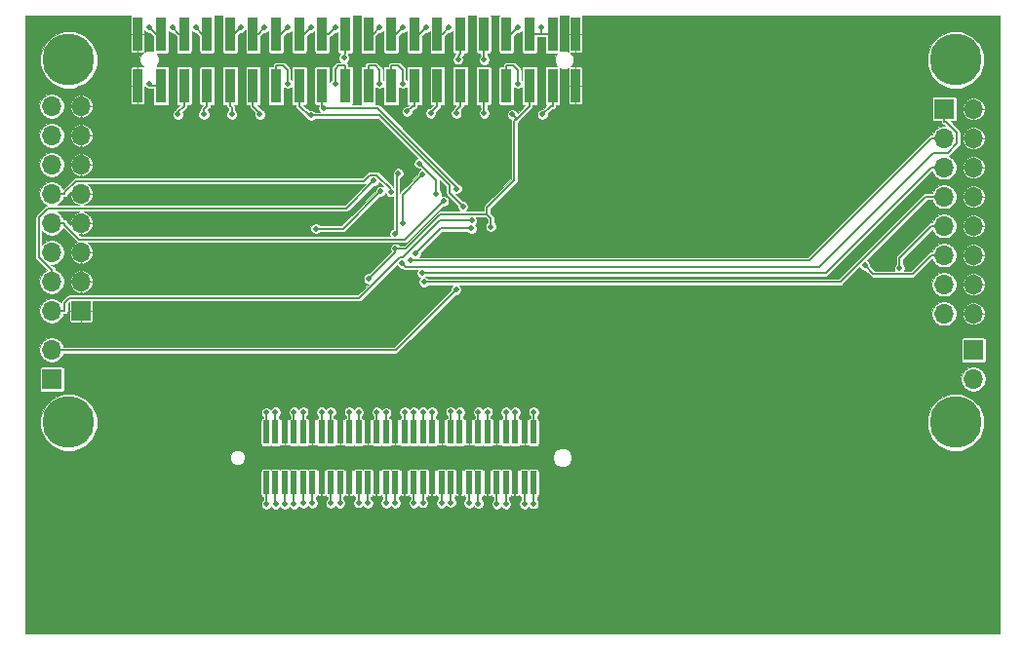
<source format=gbr>
G04 #@! TF.GenerationSoftware,KiCad,Pcbnew,5.0.2-5.fc29*
G04 #@! TF.CreationDate,2019-03-04T17:53:56+05:30*
G04 #@! TF.ProjectId,sx1509,73783135-3039-42e6-9b69-6361645f7063,v0.1*
G04 #@! TF.SameCoordinates,Original*
G04 #@! TF.FileFunction,Copper,L2,Bot*
G04 #@! TF.FilePolarity,Positive*
%FSLAX46Y46*%
G04 Gerber Fmt 4.6, Leading zero omitted, Abs format (unit mm)*
G04 Created by KiCad (PCBNEW 5.0.2-5.fc29) date Mon 04 Mar 2019 05:53:56 PM IST*
%MOMM*%
%LPD*%
G01*
G04 APERTURE LIST*
G04 #@! TA.AperFunction,ComponentPad*
%ADD10C,4.500000*%
G04 #@! TD*
G04 #@! TA.AperFunction,SMDPad,CuDef*
%ADD11R,0.500000X2.000000*%
G04 #@! TD*
G04 #@! TA.AperFunction,SMDPad,CuDef*
%ADD12R,0.890000X3.000000*%
G04 #@! TD*
G04 #@! TA.AperFunction,ComponentPad*
%ADD13R,1.700000X1.700000*%
G04 #@! TD*
G04 #@! TA.AperFunction,ComponentPad*
%ADD14O,1.700000X1.700000*%
G04 #@! TD*
G04 #@! TA.AperFunction,ViaPad*
%ADD15C,0.500000*%
G04 #@! TD*
G04 #@! TA.AperFunction,Conductor*
%ADD16C,0.150000*%
G04 #@! TD*
G04 #@! TA.AperFunction,Conductor*
%ADD17C,0.100000*%
G04 #@! TD*
G04 APERTURE END LIST*
D10*
G04 #@! TO.P,REF\002A\002A,1*
G04 #@! TO.N,N/C*
X104000000Y-135500000D03*
X181000000Y-135500000D03*
X104000000Y-104000000D03*
X181000000Y-104000000D03*
G04 #@! TD*
D11*
G04 #@! TO.P,P3,27*
G04 #@! TO.N,DSI_D0+*
X131550000Y-140750000D03*
G04 #@! TO.P,P3,28*
G04 #@! TO.N,CSI0_D3-*
X131550000Y-136350000D03*
G04 #@! TO.P,P3,30*
G04 #@! TO.N,GND*
X132350000Y-136350000D03*
G04 #@! TO.P,P3,29*
G04 #@! TO.N,DSI_D0-*
X132350000Y-140750000D03*
G04 #@! TO.P,P3,25*
G04 #@! TO.N,GND*
X130750000Y-140750000D03*
G04 #@! TO.P,P3,26*
G04 #@! TO.N,CSI0_D3+*
X130750000Y-136350000D03*
G04 #@! TO.P,P3,24*
G04 #@! TO.N,GND*
X129950000Y-136350000D03*
G04 #@! TO.P,P3,23*
G04 #@! TO.N,DSI_CLK-*
X129950000Y-140750000D03*
G04 #@! TO.P,P3,22*
G04 #@! TO.N,CSI0_D2-*
X129150000Y-136350000D03*
G04 #@! TO.P,P3,21*
G04 #@! TO.N,DSI_CLK+*
X129150000Y-140750000D03*
G04 #@! TO.P,P3,19*
G04 #@! TO.N,GND*
X128350000Y-140750000D03*
G04 #@! TO.P,P3,20*
G04 #@! TO.N,CSI0_D2+*
X128350000Y-136350000D03*
G04 #@! TO.P,P3,17*
G04 #@! TO.N,CLK1/CSI1_MCLK*
X127550000Y-140750000D03*
G04 #@! TO.P,P3,18*
G04 #@! TO.N,GND*
X127550000Y-136350000D03*
G04 #@! TO.P,P3,16*
G04 #@! TO.N,CSI0_D1-*
X126750000Y-136350000D03*
G04 #@! TO.P,P3,15*
G04 #@! TO.N,CLK0/CSI0_MCLK*
X126750000Y-140750000D03*
G04 #@! TO.P,P3,14*
G04 #@! TO.N,CSI0_D1+*
X125950000Y-136350000D03*
G04 #@! TO.P,P3,13*
G04 #@! TO.N,GND*
X125950000Y-140750000D03*
G04 #@! TO.P,P3,12*
X125150000Y-136350000D03*
G04 #@! TO.P,P3,11*
G04 #@! TO.N,SD_CMD/SPI1_DIN*
X125150000Y-140750000D03*
G04 #@! TO.P,P3,10*
G04 #@! TO.N,CSI0_D0-*
X124350000Y-136350000D03*
G04 #@! TO.P,P3,9*
G04 #@! TO.N,SD_SCLK/SPI1_SCLK*
X124350000Y-140750000D03*
G04 #@! TO.P,P3,7*
G04 #@! TO.N,SD_DAT3/SPI1_CS*
X123550000Y-140750000D03*
G04 #@! TO.P,P3,8*
G04 #@! TO.N,CSI0_D0+*
X123550000Y-136350000D03*
G04 #@! TO.P,P3,5*
G04 #@! TO.N,SD_DAT2*
X122750000Y-140750000D03*
G04 #@! TO.P,P3,6*
G04 #@! TO.N,GND*
X122750000Y-136350000D03*
G04 #@! TO.P,P3,3*
G04 #@! TO.N,SD_DAT1*
X121950000Y-140750000D03*
G04 #@! TO.P,P3,4*
G04 #@! TO.N,CSI0_C-*
X121950000Y-136350000D03*
G04 #@! TO.P,P3,2*
G04 #@! TO.N,CSI0_C+*
X121150000Y-136350000D03*
G04 #@! TO.P,P3,1*
G04 #@! TO.N,SD_DAT0/SPI1_DOUT*
X121150000Y-140750000D03*
G04 #@! TO.P,P3,47*
G04 #@! TO.N,DSI_D3-*
X139550000Y-140750000D03*
G04 #@! TO.P,P3,59*
G04 #@! TO.N,HSIC_DATA*
X144350000Y-140750000D03*
G04 #@! TO.P,P3,36*
G04 #@! TO.N,I2C3_SCL*
X134750000Y-136350000D03*
G04 #@! TO.P,P3,50*
G04 #@! TO.N,CSI1_D1-*
X140350000Y-136350000D03*
G04 #@! TO.P,P3,56*
G04 #@! TO.N,CSI1_C-*
X142750000Y-136350000D03*
G04 #@! TO.P,P3,60*
G04 #@! TO.N,Net-(P3-Pad60)*
X144350000Y-136350000D03*
G04 #@! TO.P,P3,52*
G04 #@! TO.N,GND*
X141150000Y-136350000D03*
G04 #@! TO.P,P3,49*
X140350000Y-140750000D03*
G04 #@! TO.P,P3,45*
G04 #@! TO.N,DSI_D3+*
X138750000Y-140750000D03*
G04 #@! TO.P,P3,46*
G04 #@! TO.N,GND*
X138750000Y-136350000D03*
G04 #@! TO.P,P3,55*
X142750000Y-140750000D03*
G04 #@! TO.P,P3,58*
X143550000Y-136350000D03*
G04 #@! TO.P,P3,31*
X133150000Y-140750000D03*
G04 #@! TO.P,P3,38*
G04 #@! TO.N,I2C3_SDA*
X135550000Y-136350000D03*
G04 #@! TO.P,P3,35*
G04 #@! TO.N,DSI_D1-*
X134750000Y-140750000D03*
G04 #@! TO.P,P3,53*
G04 #@! TO.N,USB_D-*
X141950000Y-140750000D03*
G04 #@! TO.P,P3,37*
G04 #@! TO.N,GND*
X135550000Y-140750000D03*
G04 #@! TO.P,P3,41*
G04 #@! TO.N,DSI_D2-*
X137150000Y-140750000D03*
G04 #@! TO.P,P3,51*
G04 #@! TO.N,USB_D+*
X141150000Y-140750000D03*
G04 #@! TO.P,P3,33*
G04 #@! TO.N,DSI_D1+*
X133950000Y-140750000D03*
G04 #@! TO.P,P3,48*
G04 #@! TO.N,CSI1_D1+*
X139550000Y-136350000D03*
G04 #@! TO.P,P3,40*
G04 #@! TO.N,GND*
X136350000Y-136350000D03*
G04 #@! TO.P,P3,42*
G04 #@! TO.N,CSI1_D0+*
X137150000Y-136350000D03*
G04 #@! TO.P,P3,32*
G04 #@! TO.N,I2C2_SCL*
X133150000Y-136350000D03*
G04 #@! TO.P,P3,39*
G04 #@! TO.N,DSI_D2+*
X136350000Y-140750000D03*
G04 #@! TO.P,P3,43*
G04 #@! TO.N,GND*
X137950000Y-140750000D03*
G04 #@! TO.P,P3,44*
G04 #@! TO.N,CSI1_D0-*
X137950000Y-136350000D03*
G04 #@! TO.P,P3,34*
G04 #@! TO.N,I2C2_SDA*
X133950000Y-136350000D03*
G04 #@! TO.P,P3,54*
G04 #@! TO.N,CSI1_C+*
X141950000Y-136350000D03*
G04 #@! TO.P,P3,57*
G04 #@! TO.N,HSIC_STR*
X143550000Y-140750000D03*
G04 #@! TD*
D12*
G04 #@! TO.P,P1,39*
G04 #@! TO.N,GND*
X148000000Y-106250000D03*
G04 #@! TO.P,P1,37*
G04 #@! TO.N,+5V*
X146000000Y-106250000D03*
G04 #@! TO.P,P1,35*
G04 #@! TO.N,+1V8*
X144000000Y-106250000D03*
G04 #@! TO.P,P1,33*
G04 #@! TO.N,GPIO_K*
X142000000Y-106250000D03*
G04 #@! TO.P,P1,31*
G04 #@! TO.N,GPIO_I*
X140000000Y-106250000D03*
G04 #@! TO.P,P1,29*
G04 #@! TO.N,GPIO_G*
X138000000Y-106250000D03*
G04 #@! TO.P,P1,27*
G04 #@! TO.N,GPIO_E*
X136000000Y-106250000D03*
G04 #@! TO.P,P1,25*
G04 #@! TO.N,GPIO_C*
X134000000Y-106250000D03*
G04 #@! TO.P,P1,23*
G04 #@! TO.N,GPIO_A*
X132000000Y-106250000D03*
G04 #@! TO.P,P1,21*
G04 #@! TO.N,I2C1_SDA*
X130000000Y-106250000D03*
G04 #@! TO.P,P1,19*
G04 #@! TO.N,I2C1_SCL*
X128000000Y-106250000D03*
G04 #@! TO.P,P1,17*
G04 #@! TO.N,I2C0_SDA*
X126000000Y-106250000D03*
G04 #@! TO.P,P1,15*
G04 #@! TO.N,I2C0_SCL*
X124000000Y-106250000D03*
G04 #@! TO.P,P1,13*
G04 #@! TO.N,UART1_RX*
X122000000Y-106250000D03*
G04 #@! TO.P,P1,11*
G04 #@! TO.N,UART1_TX*
X120000000Y-106250000D03*
G04 #@! TO.P,P1,9*
G04 #@! TO.N,UART0_RTS*
X118000000Y-106250000D03*
G04 #@! TO.P,P1,7*
G04 #@! TO.N,UART0_RX*
X116000000Y-106250000D03*
G04 #@! TO.P,P1,5*
G04 #@! TO.N,UART0_TX*
X114000000Y-106250000D03*
G04 #@! TO.P,P1,3*
G04 #@! TO.N,UART0_CTS*
X112000000Y-106250000D03*
G04 #@! TO.P,P1,40*
G04 #@! TO.N,GND*
X148000000Y-101750000D03*
G04 #@! TO.P,P1,38*
G04 #@! TO.N,SYS_DCIN*
X146000000Y-101750000D03*
G04 #@! TO.P,P1,36*
X144000000Y-101750000D03*
G04 #@! TO.P,P1,34*
G04 #@! TO.N,GPIO_L*
X142000000Y-101750000D03*
G04 #@! TO.P,P1,32*
G04 #@! TO.N,GPIO_J*
X140000000Y-101750000D03*
G04 #@! TO.P,P1,30*
G04 #@! TO.N,GPIO_H*
X138000000Y-101750000D03*
G04 #@! TO.P,P1,28*
G04 #@! TO.N,GPIO_F*
X136000000Y-101750000D03*
G04 #@! TO.P,P1,26*
G04 #@! TO.N,GPIO_D*
X134000000Y-101750000D03*
G04 #@! TO.P,P1,24*
G04 #@! TO.N,GPIO_B*
X132000000Y-101750000D03*
G04 #@! TO.P,P1,22*
G04 #@! TO.N,PCM_DI*
X130000000Y-101750000D03*
G04 #@! TO.P,P1,20*
G04 #@! TO.N,PCM_DO*
X128000000Y-101750000D03*
G04 #@! TO.P,P1,18*
G04 #@! TO.N,PCM_CLK*
X126000000Y-101750000D03*
G04 #@! TO.P,P1,16*
G04 #@! TO.N,PCM_FS*
X124000000Y-101750000D03*
G04 #@! TO.P,P1,14*
G04 #@! TO.N,SPIO_DOUT*
X122000000Y-101750000D03*
G04 #@! TO.P,P1,12*
G04 #@! TO.N,SPIO_CS*
X120000000Y-101750000D03*
G04 #@! TO.P,P1,10*
G04 #@! TO.N,SPIO_DIN*
X118000000Y-101750000D03*
G04 #@! TO.P,P1,8*
G04 #@! TO.N,SPIO_SCL*
X116000000Y-101750000D03*
G04 #@! TO.P,P1,6*
G04 #@! TO.N,RST_BTN_N*
X114000000Y-101750000D03*
G04 #@! TO.P,P1,4*
G04 #@! TO.N,PWR_BTN_N*
X112000000Y-101750000D03*
G04 #@! TO.P,P1,2*
G04 #@! TO.N,GND*
X110000000Y-101750000D03*
G04 #@! TO.P,P1,1*
X110000000Y-106250000D03*
G04 #@! TD*
D13*
G04 #@! TO.P,J3,1*
G04 #@! TO.N,VCC1*
X182550000Y-129210000D03*
D14*
G04 #@! TO.P,J3,2*
G04 #@! TO.N,+1V8*
X182550000Y-131750000D03*
G04 #@! TD*
G04 #@! TO.P,J4,2*
G04 #@! TO.N,VCC2*
X102540000Y-129210000D03*
D13*
G04 #@! TO.P,J4,1*
G04 #@! TO.N,+1V8*
X102540000Y-131750000D03*
G04 #@! TD*
D14*
G04 #@! TO.P,J1,16*
G04 #@! TO.N,IO_7*
X102540000Y-108026000D03*
G04 #@! TO.P,J1,15*
G04 #@! TO.N,GND*
X105080000Y-108026000D03*
G04 #@! TO.P,J1,14*
G04 #@! TO.N,IO_6*
X102540000Y-110566000D03*
G04 #@! TO.P,J1,13*
G04 #@! TO.N,GND*
X105080000Y-110566000D03*
G04 #@! TO.P,J1,12*
G04 #@! TO.N,IO_5*
X102540000Y-113106000D03*
G04 #@! TO.P,J1,11*
G04 #@! TO.N,GND*
X105080000Y-113106000D03*
G04 #@! TO.P,J1,10*
G04 #@! TO.N,IO_4*
X102540000Y-115646000D03*
G04 #@! TO.P,J1,9*
G04 #@! TO.N,GND*
X105080000Y-115646000D03*
G04 #@! TO.P,J1,8*
G04 #@! TO.N,IO_3*
X102540000Y-118186000D03*
G04 #@! TO.P,J1,7*
G04 #@! TO.N,GND*
X105080000Y-118186000D03*
G04 #@! TO.P,J1,6*
G04 #@! TO.N,IO_2*
X102540000Y-120726000D03*
G04 #@! TO.P,J1,5*
G04 #@! TO.N,GND*
X105080000Y-120726000D03*
G04 #@! TO.P,J1,4*
G04 #@! TO.N,IO_1*
X102540000Y-123266000D03*
G04 #@! TO.P,J1,3*
G04 #@! TO.N,GND*
X105080000Y-123266000D03*
G04 #@! TO.P,J1,2*
G04 #@! TO.N,IO_0*
X102540000Y-125806000D03*
D13*
G04 #@! TO.P,J1,1*
G04 #@! TO.N,GND*
X105080000Y-125806000D03*
G04 #@! TD*
G04 #@! TO.P,J2,1*
G04 #@! TO.N,IO_8*
X180010000Y-108255000D03*
D14*
G04 #@! TO.P,J2,2*
G04 #@! TO.N,GND*
X182550000Y-108255000D03*
G04 #@! TO.P,J2,3*
G04 #@! TO.N,IO_9*
X180010000Y-110795000D03*
G04 #@! TO.P,J2,4*
G04 #@! TO.N,GND*
X182550000Y-110795000D03*
G04 #@! TO.P,J2,5*
G04 #@! TO.N,IO_10*
X180010000Y-113335000D03*
G04 #@! TO.P,J2,6*
G04 #@! TO.N,GND*
X182550000Y-113335000D03*
G04 #@! TO.P,J2,7*
G04 #@! TO.N,IO_11*
X180010000Y-115875000D03*
G04 #@! TO.P,J2,8*
G04 #@! TO.N,GND*
X182550000Y-115875000D03*
G04 #@! TO.P,J2,9*
G04 #@! TO.N,IO_12*
X180010000Y-118415000D03*
G04 #@! TO.P,J2,10*
G04 #@! TO.N,GND*
X182550000Y-118415000D03*
G04 #@! TO.P,J2,11*
G04 #@! TO.N,IO_13*
X180010000Y-120955000D03*
G04 #@! TO.P,J2,12*
G04 #@! TO.N,GND*
X182550000Y-120955000D03*
G04 #@! TO.P,J2,13*
G04 #@! TO.N,IO_14*
X180010000Y-123495000D03*
G04 #@! TO.P,J2,14*
G04 #@! TO.N,GND*
X182550000Y-123495000D03*
G04 #@! TO.P,J2,15*
G04 #@! TO.N,IO_15*
X180010000Y-126035000D03*
G04 #@! TO.P,J2,16*
G04 #@! TO.N,GND*
X182550000Y-126035000D03*
G04 #@! TD*
D15*
G04 #@! TO.N,+1V8*
X130047400Y-123022400D03*
X132343700Y-120403800D03*
X140625900Y-118494900D03*
X142500300Y-108751700D03*
G04 #@! TO.N,+5V*
X145113400Y-108751700D03*
G04 #@! TO.N,I2C0_SCL*
X138213100Y-116739100D03*
X125054600Y-108826000D03*
G04 #@! TO.N,I2C0_SDA*
X137675000Y-115195400D03*
X126116200Y-108178400D03*
G04 #@! TO.N,I2C1_SCL*
X127116200Y-106057800D03*
G04 #@! TO.N,I2C1_SDA*
X130995500Y-106057800D03*
G04 #@! TO.N,PWR_BTN_N*
X111000000Y-101186100D03*
G04 #@! TO.N,RST_BTN_N*
X113000000Y-101186100D03*
G04 #@! TO.N,SYS_DCIN*
X145000000Y-101186100D03*
G04 #@! TO.N,GPIO_B*
X133000000Y-101186100D03*
G04 #@! TO.N,GPIO_A*
X133000000Y-106057800D03*
G04 #@! TO.N,SPIO_SCL*
X115030400Y-101186100D03*
G04 #@! TO.N,SPIO_DIN*
X118909700Y-101186100D03*
G04 #@! TO.N,SPIO_CS*
X121000000Y-101186100D03*
G04 #@! TO.N,SPIO_DOUT*
X123000000Y-101186100D03*
G04 #@! TO.N,PCM_FS*
X125000000Y-101186100D03*
G04 #@! TO.N,PCM_CLK*
X127116200Y-101186100D03*
G04 #@! TO.N,PCM_DO*
X127894500Y-103839800D03*
G04 #@! TO.N,PCM_DI*
X130995500Y-101186100D03*
G04 #@! TO.N,GPIO_D*
X135000000Y-101186100D03*
G04 #@! TO.N,GPIO_F*
X137000000Y-101186100D03*
G04 #@! TO.N,GPIO_H*
X137799400Y-103965400D03*
G04 #@! TO.N,GPIO_J*
X140066000Y-104000000D03*
G04 #@! TO.N,GPIO_L*
X143000000Y-101186100D03*
G04 #@! TO.N,UART1_TX*
X120591600Y-108751700D03*
G04 #@! TO.N,UART1_RX*
X123000000Y-106057800D03*
G04 #@! TO.N,GPIO_C*
X133360600Y-108494600D03*
G04 #@! TO.N,GPIO_E*
X135429800Y-108642600D03*
G04 #@! TO.N,GPIO_G*
X137646900Y-108642600D03*
G04 #@! TO.N,GPIO_I*
X140066000Y-108642600D03*
G04 #@! TO.N,GPIO_K*
X143000000Y-106057800D03*
G04 #@! TO.N,UART0_CTS*
X111000000Y-106057800D03*
G04 #@! TO.N,UART0_TX*
X113475400Y-108751700D03*
G04 #@! TO.N,UART0_RX*
X115723000Y-108751700D03*
G04 #@! TO.N,UART0_RTS*
X118157300Y-108751700D03*
G04 #@! TO.N,Net-(P3-Pad60)*
X144350000Y-134610000D03*
G04 #@! TO.N,DSI_D0+*
X131550000Y-142510000D03*
G04 #@! TO.N,CSI0_D3-*
X131553000Y-134640000D03*
G04 #@! TO.N,DSI_D0-*
X132350000Y-142490000D03*
G04 #@! TO.N,CSI0_D3+*
X130740000Y-134620000D03*
G04 #@! TO.N,DSI_CLK-*
X129950000Y-142500000D03*
G04 #@! TO.N,CSI0_D2-*
X129150000Y-134600000D03*
G04 #@! TO.N,DSI_CLK+*
X129150000Y-142480000D03*
G04 #@! TO.N,CSI0_D2+*
X128350000Y-134600000D03*
G04 #@! TO.N,CLK1/CSI1_MCLK*
X127550000Y-142490000D03*
G04 #@! TO.N,CSI0_D1-*
X126730000Y-134610000D03*
G04 #@! TO.N,CLK0/CSI0_MCLK*
X126750000Y-142490000D03*
G04 #@! TO.N,CSI0_D1+*
X125940000Y-134610000D03*
G04 #@! TO.N,SD_CMD/SPI1_DIN*
X125150000Y-142490000D03*
G04 #@! TO.N,CSI0_D0-*
X124350000Y-134610000D03*
G04 #@! TO.N,SD_SCLK/SPI1_SCLK*
X124360000Y-142520000D03*
G04 #@! TO.N,SD_DAT3/SPI1_CS*
X123550000Y-142580000D03*
G04 #@! TO.N,CSI0_D0+*
X123550000Y-134600000D03*
G04 #@! TO.N,SD_DAT2*
X122753000Y-142607000D03*
G04 #@! TO.N,SD_DAT1*
X121953000Y-142607000D03*
G04 #@! TO.N,CSI0_C-*
X121950000Y-134620000D03*
G04 #@! TO.N,CSI0_C+*
X121153000Y-134637000D03*
G04 #@! TO.N,SD_DAT0/SPI1_DOUT*
X121153000Y-142597000D03*
G04 #@! TO.N,DSI_D3-*
X139550000Y-142540000D03*
G04 #@! TO.N,HSIC_DATA*
X144340000Y-142570000D03*
G04 #@! TO.N,I2C3_SCL*
X134740000Y-134620000D03*
G04 #@! TO.N,CSI1_D1-*
X140360000Y-134610000D03*
G04 #@! TO.N,CSI1_C-*
X142750000Y-134620000D03*
G04 #@! TO.N,DSI_D3+*
X138740000Y-142510000D03*
G04 #@! TO.N,I2C3_SDA*
X135553000Y-134603000D03*
G04 #@! TO.N,DSI_D1-*
X134753000Y-142483000D03*
G04 #@! TO.N,USB_D-*
X141953000Y-142607000D03*
G04 #@! TO.N,DSI_D2-*
X137153000Y-142453000D03*
G04 #@! TO.N,USB_D+*
X141150000Y-142580000D03*
G04 #@! TO.N,DSI_D1+*
X133950000Y-142490000D03*
G04 #@! TO.N,CSI1_D1+*
X139550000Y-134610000D03*
G04 #@! TO.N,CSI1_D0+*
X137153000Y-134573000D03*
G04 #@! TO.N,I2C2_SCL*
X133153000Y-134593000D03*
G04 #@! TO.N,DSI_D2+*
X136350000Y-142500000D03*
G04 #@! TO.N,CSI1_D0-*
X137950000Y-134600000D03*
G04 #@! TO.N,I2C2_SDA*
X133950000Y-134590000D03*
G04 #@! TO.N,CSI1_C+*
X141953000Y-134603000D03*
G04 #@! TO.N,HSIC_STR*
X143553000Y-142583000D03*
G04 #@! TO.N,IO_4*
X131966200Y-115471900D03*
G04 #@! TO.N,IO_3*
X136549400Y-116270900D03*
G04 #@! TO.N,IO_2*
X131071800Y-115411400D03*
X125460200Y-118669000D03*
G04 #@! TO.N,IO_1*
X130495500Y-114509200D03*
G04 #@! TO.N,IO_0*
X138975500Y-117980500D03*
G04 #@! TO.N,IO_13*
X173107400Y-121871300D03*
G04 #@! TO.N,IO_12*
X176119500Y-122096100D03*
G04 #@! TO.N,IO_11*
X134822600Y-123303700D03*
G04 #@! TO.N,IO_10*
X134655200Y-122525400D03*
G04 #@! TO.N,IO_9*
X133679500Y-121439400D03*
G04 #@! TO.N,IO_8*
X132946900Y-121690200D03*
G04 #@! TO.N,VCC1*
X135910700Y-115673400D03*
X134411600Y-113000200D03*
G04 #@! TO.N,VCC2*
X137631700Y-123957100D03*
G04 #@! TO.N,ADDR0*
X138961700Y-118650900D03*
X134104000Y-120816400D03*
G04 #@! TO.N,Net-(R1-Pad1)*
X132973200Y-118175700D03*
X134722500Y-113990200D03*
G04 #@! TO.N,Net-(EXT_CLK1-Pad1)*
X132294600Y-119117400D03*
X132605000Y-113850000D03*
G04 #@! TD*
D16*
G04 #@! TO.N,+1V8*
X130047400Y-123022400D02*
X132343700Y-120726100D01*
X132343700Y-120726100D02*
X132343700Y-120403800D01*
X140308900Y-117427400D02*
X136253100Y-117427400D01*
X136253100Y-117427400D02*
X133276700Y-120403800D01*
X133276700Y-120403800D02*
X132343700Y-120403800D01*
X140308900Y-117427400D02*
X140308900Y-116855000D01*
X140308900Y-116855000D02*
X142657700Y-114506200D01*
X142657700Y-114506200D02*
X142657700Y-109337600D01*
X142657700Y-109337600D02*
X142872000Y-109123300D01*
X140625900Y-118494900D02*
X140625900Y-117744400D01*
X140625900Y-117744400D02*
X140308900Y-117427400D01*
X144000000Y-107995300D02*
X142872000Y-109123300D01*
X142500300Y-108751700D02*
X142872000Y-109123300D01*
X144000000Y-106250000D02*
X144000000Y-107995300D01*
G04 #@! TO.N,GND*
X142750000Y-140750000D02*
X142750000Y-142610000D01*
X140350000Y-140750000D02*
X140350000Y-142590000D01*
X137950000Y-140750000D02*
X137950000Y-142480000D01*
X135550000Y-140750000D02*
X135550000Y-142490000D01*
X133150000Y-140750000D02*
X133150000Y-142490000D01*
X130750000Y-140750000D02*
X130750000Y-142490000D01*
X128350000Y-140750000D02*
X128350000Y-142500000D01*
X125950000Y-140750000D02*
X125950000Y-142510000D01*
X143550000Y-136350000D02*
X143550000Y-134600000D01*
X141150000Y-136350000D02*
X141150000Y-134600000D01*
X138750000Y-136350000D02*
X138750000Y-134610000D01*
X136350000Y-136350000D02*
X136350000Y-134600000D01*
X132350000Y-136350000D02*
X132350000Y-134600000D01*
X129950000Y-136350000D02*
X129950000Y-135200000D01*
X129950000Y-135200000D02*
X129940000Y-135190000D01*
X129940000Y-135190000D02*
X129940000Y-134600000D01*
X127550000Y-136350000D02*
X127550000Y-134600000D01*
X125150000Y-136350000D02*
X125150000Y-134610000D01*
G04 #@! TO.N,+5V*
X146000000Y-106250000D02*
X146000000Y-107995300D01*
X146000000Y-107995300D02*
X145869800Y-107995300D01*
X145869800Y-107995300D02*
X145113400Y-108751700D01*
G04 #@! TO.N,I2C0_SCL*
X125054600Y-108826000D02*
X130978100Y-108826000D01*
X130978100Y-108826000D02*
X137044800Y-114892700D01*
X137044800Y-114892700D02*
X137044800Y-115570800D01*
X137044800Y-115570800D02*
X138213100Y-116739100D01*
X124000000Y-107995300D02*
X124830700Y-108826000D01*
X124830700Y-108826000D02*
X125054600Y-108826000D01*
X124000000Y-106250000D02*
X124000000Y-107995300D01*
G04 #@! TO.N,I2C0_SDA*
X126116200Y-108178400D02*
X130783600Y-108178400D01*
X130783600Y-108178400D02*
X137675000Y-115069800D01*
X137675000Y-115069800D02*
X137675000Y-115195400D01*
X126116200Y-108178400D02*
X126116200Y-108111500D01*
X126116200Y-108111500D02*
X126000000Y-107995300D01*
X126000000Y-106250000D02*
X126000000Y-107995300D01*
G04 #@! TO.N,I2C1_SCL*
X128000000Y-106250000D02*
X128000000Y-104504700D01*
X128000000Y-104504700D02*
X127394800Y-104504700D01*
X127394800Y-104504700D02*
X127116300Y-104783200D01*
X127116300Y-104783200D02*
X127116300Y-106057800D01*
X127116300Y-106057800D02*
X127116200Y-106057800D01*
G04 #@! TO.N,I2C1_SDA*
X130000000Y-106250000D02*
X130000000Y-104504700D01*
X130000000Y-104504700D02*
X130602500Y-104504700D01*
X130602500Y-104504700D02*
X130995400Y-104897600D01*
X130995400Y-104897600D02*
X130995400Y-106057800D01*
X130995400Y-106057800D02*
X130995500Y-106057800D01*
G04 #@! TO.N,PWR_BTN_N*
X112000000Y-101750000D02*
X111563900Y-101750000D01*
X111563900Y-101750000D02*
X111000000Y-101186100D01*
G04 #@! TO.N,RST_BTN_N*
X114000000Y-101750000D02*
X113563900Y-101750000D01*
X113563900Y-101750000D02*
X113000000Y-101186100D01*
G04 #@! TO.N,SYS_DCIN*
X145000000Y-101750000D02*
X146000000Y-101750000D01*
X144000000Y-101750000D02*
X145000000Y-101750000D01*
X145000000Y-101750000D02*
X145000000Y-101186100D01*
G04 #@! TO.N,GPIO_B*
X132000000Y-101750000D02*
X132436100Y-101750000D01*
X132436100Y-101750000D02*
X133000000Y-101186100D01*
G04 #@! TO.N,GPIO_A*
X132000000Y-106250000D02*
X132000000Y-104504700D01*
X132000000Y-104504700D02*
X132605900Y-104504700D01*
X132605900Y-104504700D02*
X132999900Y-104898700D01*
X132999900Y-104898700D02*
X132999900Y-106057800D01*
X132999900Y-106057800D02*
X133000000Y-106057800D01*
G04 #@! TO.N,SPIO_SCL*
X116000000Y-101750000D02*
X115594300Y-101750000D01*
X115594300Y-101750000D02*
X115030400Y-101186100D01*
G04 #@! TO.N,SPIO_DIN*
X118000000Y-101750000D02*
X118345800Y-101750000D01*
X118345800Y-101750000D02*
X118909700Y-101186100D01*
G04 #@! TO.N,SPIO_CS*
X120000000Y-101750000D02*
X120436100Y-101750000D01*
X120436100Y-101750000D02*
X121000000Y-101186100D01*
G04 #@! TO.N,SPIO_DOUT*
X122000000Y-101750000D02*
X122436100Y-101750000D01*
X122436100Y-101750000D02*
X123000000Y-101186100D01*
G04 #@! TO.N,PCM_FS*
X124000000Y-101750000D02*
X124436100Y-101750000D01*
X124436100Y-101750000D02*
X125000000Y-101186100D01*
G04 #@! TO.N,PCM_CLK*
X126000000Y-101750000D02*
X126552300Y-101750000D01*
X126552300Y-101750000D02*
X127116200Y-101186100D01*
G04 #@! TO.N,PCM_DO*
X128000000Y-101750000D02*
X128000000Y-103495300D01*
X128000000Y-103495300D02*
X127894500Y-103600800D01*
X127894500Y-103600800D02*
X127894500Y-103839800D01*
G04 #@! TO.N,PCM_DI*
X130000000Y-101750000D02*
X130431600Y-101750000D01*
X130431600Y-101750000D02*
X130995500Y-101186100D01*
G04 #@! TO.N,GPIO_D*
X134000000Y-101750000D02*
X134436100Y-101750000D01*
X134436100Y-101750000D02*
X135000000Y-101186100D01*
G04 #@! TO.N,GPIO_F*
X136000000Y-101750000D02*
X136436100Y-101750000D01*
X136436100Y-101750000D02*
X137000000Y-101186100D01*
G04 #@! TO.N,GPIO_H*
X138000000Y-101750000D02*
X138000000Y-103495300D01*
X138000000Y-103495300D02*
X137799400Y-103695900D01*
X137799400Y-103695900D02*
X137799400Y-103965400D01*
G04 #@! TO.N,GPIO_J*
X140000000Y-101750000D02*
X140000000Y-103495300D01*
X140000000Y-103495300D02*
X140066000Y-103561300D01*
X140066000Y-103561300D02*
X140066000Y-104000000D01*
G04 #@! TO.N,GPIO_L*
X142000000Y-101750000D02*
X142436100Y-101750000D01*
X142436100Y-101750000D02*
X143000000Y-101186100D01*
G04 #@! TO.N,UART1_TX*
X120000000Y-106250000D02*
X120000000Y-107995300D01*
X120000000Y-107995300D02*
X120591600Y-108586900D01*
X120591600Y-108586900D02*
X120591600Y-108751700D01*
G04 #@! TO.N,UART1_RX*
X122000000Y-106250000D02*
X122000000Y-104504700D01*
X122000000Y-104504700D02*
X122605900Y-104504700D01*
X122605900Y-104504700D02*
X122999900Y-104898700D01*
X122999900Y-104898700D02*
X122999900Y-106057800D01*
X122999900Y-106057800D02*
X123000000Y-106057800D01*
G04 #@! TO.N,GPIO_C*
X134000000Y-106250000D02*
X134000000Y-107995300D01*
X134000000Y-107995300D02*
X133859900Y-107995300D01*
X133859900Y-107995300D02*
X133360600Y-108494600D01*
G04 #@! TO.N,GPIO_E*
X136000000Y-106250000D02*
X136000000Y-107995300D01*
X136000000Y-107995300D02*
X135429800Y-108565500D01*
X135429800Y-108565500D02*
X135429800Y-108642600D01*
G04 #@! TO.N,GPIO_G*
X138000000Y-106250000D02*
X138000000Y-107995300D01*
X138000000Y-107995300D02*
X137646900Y-108348400D01*
X137646900Y-108348400D02*
X137646900Y-108642600D01*
G04 #@! TO.N,GPIO_I*
X140000000Y-106250000D02*
X140000000Y-107995300D01*
X140000000Y-107995300D02*
X140066000Y-108061300D01*
X140066000Y-108061300D02*
X140066000Y-108642600D01*
G04 #@! TO.N,GPIO_K*
X142000000Y-106250000D02*
X142000000Y-104504700D01*
X142000000Y-104504700D02*
X142605900Y-104504700D01*
X142605900Y-104504700D02*
X142999900Y-104898700D01*
X142999900Y-104898700D02*
X142999900Y-106057800D01*
X142999900Y-106057800D02*
X143000000Y-106057800D01*
G04 #@! TO.N,UART0_CTS*
X112000000Y-106250000D02*
X111192200Y-106250000D01*
X111192200Y-106250000D02*
X111000000Y-106057800D01*
G04 #@! TO.N,UART0_TX*
X114000000Y-106250000D02*
X114000000Y-107995300D01*
X114000000Y-107995300D02*
X113475400Y-108519900D01*
X113475400Y-108519900D02*
X113475400Y-108751700D01*
G04 #@! TO.N,UART0_RX*
X116000000Y-106250000D02*
X116000000Y-107995300D01*
X116000000Y-107995300D02*
X115723000Y-108272300D01*
X115723000Y-108272300D02*
X115723000Y-108751700D01*
G04 #@! TO.N,UART0_RTS*
X118000000Y-106250000D02*
X118000000Y-107995300D01*
X118000000Y-107995300D02*
X118157300Y-108152600D01*
X118157300Y-108152600D02*
X118157300Y-108751700D01*
G04 #@! TO.N,Net-(P3-Pad60)*
X144350000Y-136350000D02*
X144350000Y-134610000D01*
G04 #@! TO.N,DSI_D0+*
X131550000Y-140750000D02*
X131550000Y-142510000D01*
G04 #@! TO.N,CSI0_D3-*
X131550000Y-134640000D02*
X131550000Y-134610000D01*
X131550000Y-136350000D02*
X131550000Y-134640000D01*
X131553000Y-134640000D02*
X131550000Y-134640000D01*
G04 #@! TO.N,DSI_D0-*
X132350000Y-140750000D02*
X132350000Y-142490000D01*
G04 #@! TO.N,CSI0_D3+*
X130750000Y-136350000D02*
X130750000Y-135200000D01*
X130750000Y-135200000D02*
X130740000Y-135190000D01*
X130740000Y-135190000D02*
X130740000Y-134620000D01*
G04 #@! TO.N,DSI_CLK-*
X129950000Y-140750000D02*
X129950000Y-142500000D01*
G04 #@! TO.N,CSI0_D2-*
X129150000Y-134600000D02*
X129150000Y-134590000D01*
X129150000Y-136350000D02*
X129150000Y-134600000D01*
G04 #@! TO.N,DSI_CLK+*
X129150000Y-140750000D02*
X129150000Y-142480000D01*
G04 #@! TO.N,CSI0_D2+*
X128350000Y-134600000D02*
X128350000Y-134590000D01*
X128350000Y-136350000D02*
X128350000Y-134600000D01*
G04 #@! TO.N,CLK1/CSI1_MCLK*
X127550000Y-140750000D02*
X127550000Y-142490000D01*
G04 #@! TO.N,CSI0_D1-*
X126750000Y-136350000D02*
X126750000Y-135200000D01*
X126750000Y-135200000D02*
X126730000Y-135180000D01*
X126730000Y-135180000D02*
X126730000Y-134610000D01*
G04 #@! TO.N,CLK0/CSI0_MCLK*
X126750000Y-140750000D02*
X126750000Y-142490000D01*
G04 #@! TO.N,CSI0_D1+*
X125950000Y-136350000D02*
X125950000Y-135200000D01*
X125950000Y-135200000D02*
X125940000Y-135190000D01*
X125940000Y-135190000D02*
X125940000Y-134610000D01*
G04 #@! TO.N,SD_CMD/SPI1_DIN*
X125150000Y-140750000D02*
X125150000Y-142490000D01*
G04 #@! TO.N,CSI0_D0-*
X124350000Y-136350000D02*
X124350000Y-134610000D01*
G04 #@! TO.N,SD_SCLK/SPI1_SCLK*
X124360000Y-142520000D02*
X124350000Y-142510000D01*
X124350000Y-140750000D02*
X124350000Y-142510000D01*
G04 #@! TO.N,SD_DAT3/SPI1_CS*
X123550000Y-140750000D02*
X123550000Y-142580000D01*
G04 #@! TO.N,CSI0_D0+*
X123550000Y-136350000D02*
X123550000Y-134600000D01*
G04 #@! TO.N,SD_DAT2*
X122750000Y-142607000D02*
X122750000Y-142610000D01*
X122750000Y-140750000D02*
X122750000Y-142607000D01*
X122753000Y-142607000D02*
X122750000Y-142607000D01*
G04 #@! TO.N,SD_DAT1*
X121950000Y-142607000D02*
X121950000Y-142610000D01*
X121950000Y-140750000D02*
X121950000Y-142607000D01*
X121953000Y-142607000D02*
X121950000Y-142607000D01*
G04 #@! TO.N,CSI0_C-*
X121950000Y-136350000D02*
X121950000Y-134620000D01*
G04 #@! TO.N,CSI0_C+*
X121153000Y-134637000D02*
X121150000Y-134640000D01*
X121150000Y-136350000D02*
X121150000Y-134640000D01*
G04 #@! TO.N,SD_DAT0/SPI1_DOUT*
X121150000Y-142597000D02*
X121150000Y-142600000D01*
X121150000Y-140750000D02*
X121150000Y-142597000D01*
X121153000Y-142597000D02*
X121150000Y-142597000D01*
G04 #@! TO.N,DSI_D3-*
X139550000Y-140750000D02*
X139550000Y-142540000D01*
G04 #@! TO.N,HSIC_DATA*
X144350000Y-142570000D02*
X144350000Y-142580000D01*
X144350000Y-140750000D02*
X144350000Y-142570000D01*
X144340000Y-142570000D02*
X144350000Y-142570000D01*
G04 #@! TO.N,I2C3_SCL*
X134740000Y-134620000D02*
X134750000Y-134620000D01*
X134750000Y-136350000D02*
X134750000Y-134620000D01*
G04 #@! TO.N,CSI1_D1-*
X140350000Y-136350000D02*
X140350000Y-135200000D01*
X140350000Y-135200000D02*
X140360000Y-135190000D01*
X140360000Y-135190000D02*
X140360000Y-134610000D01*
G04 #@! TO.N,CSI1_C-*
X142750000Y-136350000D02*
X142750000Y-134620000D01*
G04 #@! TO.N,DSI_D3+*
X138740000Y-142510000D02*
X138750000Y-142500000D01*
X138750000Y-140750000D02*
X138750000Y-142500000D01*
G04 #@! TO.N,I2C3_SDA*
X135550000Y-134603000D02*
X135550000Y-134600000D01*
X135550000Y-136350000D02*
X135550000Y-134603000D01*
X135553000Y-134603000D02*
X135550000Y-134603000D01*
G04 #@! TO.N,DSI_D1-*
X134750000Y-142483000D02*
X134750000Y-142490000D01*
X134750000Y-140750000D02*
X134750000Y-142483000D01*
X134753000Y-142483000D02*
X134750000Y-142483000D01*
G04 #@! TO.N,USB_D-*
X141950000Y-142607000D02*
X141950000Y-142610000D01*
X141950000Y-140750000D02*
X141950000Y-142607000D01*
X141953000Y-142607000D02*
X141950000Y-142607000D01*
G04 #@! TO.N,DSI_D2-*
X137153000Y-142453000D02*
X137150000Y-142450000D01*
X137150000Y-140750000D02*
X137150000Y-142450000D01*
G04 #@! TO.N,USB_D+*
X141150000Y-140750000D02*
X141150000Y-142580000D01*
G04 #@! TO.N,DSI_D1+*
X133950000Y-140750000D02*
X133950000Y-142490000D01*
G04 #@! TO.N,CSI1_D1+*
X139550000Y-134610000D02*
X139550000Y-134620000D01*
X139550000Y-136350000D02*
X139550000Y-134620000D01*
G04 #@! TO.N,CSI1_D0+*
X137150000Y-134573000D02*
X137150000Y-134570000D01*
X137150000Y-136350000D02*
X137150000Y-134573000D01*
X137153000Y-134573000D02*
X137150000Y-134573000D01*
G04 #@! TO.N,I2C2_SCL*
X133150000Y-134593000D02*
X133150000Y-134590000D01*
X133150000Y-136350000D02*
X133150000Y-134593000D01*
X133153000Y-134593000D02*
X133150000Y-134593000D01*
G04 #@! TO.N,DSI_D2+*
X136350000Y-142500000D02*
X136350000Y-142510000D01*
X136350000Y-140750000D02*
X136350000Y-142500000D01*
G04 #@! TO.N,CSI1_D0-*
X137950000Y-136350000D02*
X137950000Y-134600000D01*
G04 #@! TO.N,I2C2_SDA*
X133950000Y-136350000D02*
X133950000Y-134590000D01*
G04 #@! TO.N,CSI1_C+*
X141953000Y-134603000D02*
X141950000Y-134606000D01*
X141950000Y-134606000D02*
X141950000Y-134610000D01*
X141950000Y-136350000D02*
X141950000Y-134610000D01*
G04 #@! TO.N,HSIC_STR*
X143553000Y-142583000D02*
X143550000Y-142580000D01*
X143550000Y-140750000D02*
X143550000Y-142580000D01*
G04 #@! TO.N,IO_4*
X102540000Y-115646000D02*
X103635300Y-115646000D01*
X103635300Y-115646000D02*
X103635300Y-115509000D01*
X103635300Y-115509000D02*
X104593600Y-114550700D01*
X104593600Y-114550700D02*
X129623500Y-114550700D01*
X129623500Y-114550700D02*
X130160400Y-114013800D01*
X130160400Y-114013800D02*
X130738400Y-114013800D01*
X130738400Y-114013800D02*
X131966200Y-115241600D01*
X131966200Y-115241600D02*
X131966200Y-115471900D01*
G04 #@! TO.N,IO_3*
X103635300Y-118186000D02*
X103635300Y-118323000D01*
X103635300Y-118323000D02*
X104925000Y-119612700D01*
X104925000Y-119612700D02*
X133207600Y-119612700D01*
X133207600Y-119612700D02*
X136549400Y-116270900D01*
X102540000Y-118186000D02*
X103635300Y-118186000D01*
G04 #@! TO.N,IO_2*
X125460200Y-118669000D02*
X127814200Y-118669000D01*
X127814200Y-118669000D02*
X131071800Y-115411400D01*
G04 #@! TO.N,IO_1*
X102540000Y-123266000D02*
X102540000Y-122170700D01*
X102540000Y-122170700D02*
X102403100Y-122170700D01*
X102403100Y-122170700D02*
X101410200Y-121177800D01*
X101410200Y-121177800D02*
X101410200Y-117697900D01*
X101410200Y-117697900D02*
X102192100Y-116916000D01*
X102192100Y-116916000D02*
X128088700Y-116916000D01*
X128088700Y-116916000D02*
X130495500Y-114509200D01*
G04 #@! TO.N,IO_0*
X138975500Y-117980500D02*
X136239600Y-117980500D01*
X136239600Y-117980500D02*
X133025200Y-121194900D01*
X133025200Y-121194900D02*
X132741800Y-121194900D01*
X132741800Y-121194900D02*
X129226000Y-124710700D01*
X129226000Y-124710700D02*
X104046000Y-124710700D01*
X104046000Y-124710700D02*
X103635300Y-125121400D01*
X103635300Y-125121400D02*
X103635300Y-125806000D01*
X102540000Y-125806000D02*
X103635300Y-125806000D01*
G04 #@! TO.N,IO_13*
X180010000Y-120955000D02*
X178914700Y-120955000D01*
X173107400Y-121871300D02*
X173845600Y-122609500D01*
X173845600Y-122609500D02*
X177260200Y-122609500D01*
X177260200Y-122609500D02*
X178914700Y-120955000D01*
G04 #@! TO.N,IO_12*
X180010000Y-118415000D02*
X178914700Y-118415000D01*
X178914700Y-118415000D02*
X176119500Y-121210200D01*
X176119500Y-121210200D02*
X176119500Y-122096100D01*
G04 #@! TO.N,IO_11*
X178914700Y-115875000D02*
X178403300Y-115875000D01*
X178403300Y-115875000D02*
X170974600Y-123303700D01*
X170974600Y-123303700D02*
X134822600Y-123303700D01*
X180010000Y-115875000D02*
X178914700Y-115875000D01*
G04 #@! TO.N,IO_10*
X180010000Y-113335000D02*
X178914700Y-113335000D01*
X178914700Y-113335000D02*
X169724300Y-122525400D01*
X169724300Y-122525400D02*
X134655200Y-122525400D01*
G04 #@! TO.N,IO_9*
X180010000Y-110795000D02*
X178914700Y-110795000D01*
X178914700Y-110795000D02*
X168270300Y-121439400D01*
X168270300Y-121439400D02*
X133679500Y-121439400D01*
G04 #@! TO.N,IO_8*
X180010000Y-108255000D02*
X180010000Y-109350300D01*
X180010000Y-109350300D02*
X180146900Y-109350300D01*
X180146900Y-109350300D02*
X181105400Y-110308800D01*
X181105400Y-110308800D02*
X181105400Y-111278200D01*
X181105400Y-111278200D02*
X180318600Y-112065000D01*
X180318600Y-112065000D02*
X179075000Y-112065000D01*
X179075000Y-112065000D02*
X169157600Y-121982400D01*
X169157600Y-121982400D02*
X133239100Y-121982400D01*
X133239100Y-121982400D02*
X132946900Y-121690200D01*
G04 #@! TO.N,VCC1*
X134411600Y-113000200D02*
X134432900Y-113000200D01*
X134432900Y-113000200D02*
X135910700Y-114478000D01*
X135910700Y-114478000D02*
X135910700Y-115673400D01*
G04 #@! TO.N,VCC2*
X102540000Y-129210000D02*
X132378800Y-129210000D01*
X132378800Y-129210000D02*
X137631700Y-123957100D01*
G04 #@! TO.N,ADDR0*
X134104000Y-120816400D02*
X136269500Y-118650900D01*
X136269500Y-118650900D02*
X138961700Y-118650900D01*
G04 #@! TO.N,Net-(R1-Pad1)*
X134722500Y-113990200D02*
X132973200Y-115739500D01*
X132973200Y-115739500D02*
X132973200Y-118175700D01*
G04 #@! TO.N,Net-(EXT_CLK1-Pad1)*
X132294600Y-119117400D02*
X132461500Y-118950500D01*
X132461500Y-118950500D02*
X132461500Y-113993500D01*
X132461500Y-113993500D02*
X132605000Y-113850000D01*
G04 #@! TD*
D17*
G04 #@! TO.N,GND*
G36*
X109405000Y-100220163D02*
X109405000Y-101707500D01*
X109442500Y-101745000D01*
X109995000Y-101745000D01*
X109995000Y-101725000D01*
X110005000Y-101725000D01*
X110005000Y-101745000D01*
X110557500Y-101745000D01*
X110595000Y-101707500D01*
X110595000Y-101436514D01*
X110601553Y-101452334D01*
X110733766Y-101584547D01*
X110906511Y-101656100D01*
X111052808Y-101656100D01*
X111330690Y-101933983D01*
X111330690Y-103249414D01*
X111163108Y-103180000D01*
X110836892Y-103180000D01*
X110594821Y-103280268D01*
X110595000Y-103279837D01*
X110595000Y-101792500D01*
X110557500Y-101755000D01*
X110005000Y-101755000D01*
X110005000Y-103362500D01*
X110042500Y-103400000D01*
X110440344Y-103400000D01*
X110304837Y-103535507D01*
X110180000Y-103836892D01*
X110180000Y-104163108D01*
X110304837Y-104464493D01*
X110440344Y-104600000D01*
X110042500Y-104600000D01*
X110005000Y-104637500D01*
X110005000Y-106245000D01*
X110025000Y-106245000D01*
X110025000Y-106255000D01*
X110005000Y-106255000D01*
X110005000Y-107862500D01*
X110042500Y-107900000D01*
X110474837Y-107900000D01*
X110529968Y-107877164D01*
X110572164Y-107834968D01*
X110595000Y-107779837D01*
X110595000Y-106308214D01*
X110601553Y-106324034D01*
X110733766Y-106456247D01*
X110906511Y-106527800D01*
X111076971Y-106527800D01*
X111077097Y-106527884D01*
X111163146Y-106545000D01*
X111163148Y-106545000D01*
X111192200Y-106550779D01*
X111221252Y-106545000D01*
X111330690Y-106545000D01*
X111330690Y-107750000D01*
X111347765Y-107835840D01*
X111396389Y-107908611D01*
X111469160Y-107957235D01*
X111555000Y-107974310D01*
X112445000Y-107974310D01*
X112530840Y-107957235D01*
X112603611Y-107908611D01*
X112652235Y-107835840D01*
X112669310Y-107750000D01*
X112669310Y-104750000D01*
X112652235Y-104664160D01*
X112603611Y-104591389D01*
X112530840Y-104542765D01*
X112445000Y-104525690D01*
X111633966Y-104525690D01*
X111695163Y-104464493D01*
X111820000Y-104163108D01*
X111820000Y-103836892D01*
X111695163Y-103535507D01*
X111633966Y-103474310D01*
X112445000Y-103474310D01*
X112530840Y-103457235D01*
X112603611Y-103408611D01*
X112652235Y-103335840D01*
X112669310Y-103250000D01*
X112669310Y-101520091D01*
X112733766Y-101584547D01*
X112906511Y-101656100D01*
X113052808Y-101656100D01*
X113330690Y-101933983D01*
X113330690Y-103250000D01*
X113347765Y-103335840D01*
X113396389Y-103408611D01*
X113469160Y-103457235D01*
X113555000Y-103474310D01*
X114445000Y-103474310D01*
X114530840Y-103457235D01*
X114603611Y-103408611D01*
X114652235Y-103335840D01*
X114669310Y-103250000D01*
X114669310Y-101489691D01*
X114764166Y-101584547D01*
X114936911Y-101656100D01*
X115083208Y-101656100D01*
X115330690Y-101903583D01*
X115330690Y-103250000D01*
X115347765Y-103335840D01*
X115396389Y-103408611D01*
X115469160Y-103457235D01*
X115555000Y-103474310D01*
X116445000Y-103474310D01*
X116530840Y-103457235D01*
X116603611Y-103408611D01*
X116652235Y-103335840D01*
X116669310Y-103250000D01*
X116669310Y-100250000D01*
X116659364Y-100200000D01*
X117340636Y-100200000D01*
X117330690Y-100250000D01*
X117330690Y-103250000D01*
X117347765Y-103335840D01*
X117396389Y-103408611D01*
X117469160Y-103457235D01*
X117555000Y-103474310D01*
X118445000Y-103474310D01*
X118530840Y-103457235D01*
X118603611Y-103408611D01*
X118652235Y-103335840D01*
X118669310Y-103250000D01*
X118669310Y-101843682D01*
X118856893Y-101656100D01*
X119003189Y-101656100D01*
X119175934Y-101584547D01*
X119308147Y-101452334D01*
X119330690Y-101397910D01*
X119330690Y-103250000D01*
X119347765Y-103335840D01*
X119396389Y-103408611D01*
X119469160Y-103457235D01*
X119555000Y-103474310D01*
X120445000Y-103474310D01*
X120530840Y-103457235D01*
X120603611Y-103408611D01*
X120652235Y-103335840D01*
X120669310Y-103250000D01*
X120669310Y-101933982D01*
X120947193Y-101656100D01*
X121093489Y-101656100D01*
X121266234Y-101584547D01*
X121330690Y-101520091D01*
X121330690Y-103250000D01*
X121347765Y-103335840D01*
X121396389Y-103408611D01*
X121469160Y-103457235D01*
X121555000Y-103474310D01*
X122445000Y-103474310D01*
X122530840Y-103457235D01*
X122603611Y-103408611D01*
X122652235Y-103335840D01*
X122669310Y-103250000D01*
X122669310Y-101933982D01*
X122947193Y-101656100D01*
X123093489Y-101656100D01*
X123266234Y-101584547D01*
X123330690Y-101520091D01*
X123330690Y-103250000D01*
X123347765Y-103335840D01*
X123396389Y-103408611D01*
X123469160Y-103457235D01*
X123555000Y-103474310D01*
X124445000Y-103474310D01*
X124530840Y-103457235D01*
X124603611Y-103408611D01*
X124652235Y-103335840D01*
X124669310Y-103250000D01*
X124669310Y-101933982D01*
X124947193Y-101656100D01*
X125093489Y-101656100D01*
X125266234Y-101584547D01*
X125330690Y-101520091D01*
X125330690Y-103250000D01*
X125347765Y-103335840D01*
X125396389Y-103408611D01*
X125469160Y-103457235D01*
X125555000Y-103474310D01*
X126445000Y-103474310D01*
X126530840Y-103457235D01*
X126603611Y-103408611D01*
X126652235Y-103335840D01*
X126669310Y-103250000D01*
X126669310Y-102026610D01*
X126764983Y-101962683D01*
X126781443Y-101938049D01*
X127063393Y-101656100D01*
X127209689Y-101656100D01*
X127330690Y-101605980D01*
X127330690Y-103250000D01*
X127347765Y-103335840D01*
X127396389Y-103408611D01*
X127469160Y-103457235D01*
X127555000Y-103474310D01*
X127595309Y-103474310D01*
X127496053Y-103573566D01*
X127424500Y-103746311D01*
X127424500Y-103933289D01*
X127496053Y-104106034D01*
X127599719Y-104209700D01*
X127423848Y-104209700D01*
X127394799Y-104203922D01*
X127365751Y-104209700D01*
X127365746Y-104209700D01*
X127279697Y-104226816D01*
X127182117Y-104292017D01*
X127165659Y-104316648D01*
X126928250Y-104554057D01*
X126903617Y-104570517D01*
X126838416Y-104668098D01*
X126829953Y-104710647D01*
X126815521Y-104783200D01*
X126821300Y-104812252D01*
X126821301Y-105688018D01*
X126717753Y-105791566D01*
X126669310Y-105908518D01*
X126669310Y-104750000D01*
X126652235Y-104664160D01*
X126603611Y-104591389D01*
X126530840Y-104542765D01*
X126445000Y-104525690D01*
X125555000Y-104525690D01*
X125469160Y-104542765D01*
X125396389Y-104591389D01*
X125347765Y-104664160D01*
X125330690Y-104750000D01*
X125330690Y-107750000D01*
X125347765Y-107835840D01*
X125396389Y-107908611D01*
X125469160Y-107957235D01*
X125555000Y-107974310D01*
X125692012Y-107974310D01*
X125646200Y-108084911D01*
X125646200Y-108271889D01*
X125717753Y-108444634D01*
X125804119Y-108531000D01*
X125424281Y-108531000D01*
X125320834Y-108427553D01*
X125148089Y-108356000D01*
X124961111Y-108356000D01*
X124831556Y-108409663D01*
X124396202Y-107974310D01*
X124445000Y-107974310D01*
X124530840Y-107957235D01*
X124603611Y-107908611D01*
X124652235Y-107835840D01*
X124669310Y-107750000D01*
X124669310Y-104750000D01*
X124652235Y-104664160D01*
X124603611Y-104591389D01*
X124530840Y-104542765D01*
X124445000Y-104525690D01*
X123555000Y-104525690D01*
X123469160Y-104542765D01*
X123396389Y-104591389D01*
X123347765Y-104664160D01*
X123330690Y-104750000D01*
X123330690Y-105723809D01*
X123294900Y-105688019D01*
X123294900Y-104927751D01*
X123300679Y-104898699D01*
X123294681Y-104868546D01*
X123277784Y-104783597D01*
X123212583Y-104686017D01*
X123187952Y-104669559D01*
X122835043Y-104316651D01*
X122818583Y-104292017D01*
X122721003Y-104226816D01*
X122634954Y-104209700D01*
X122634952Y-104209700D01*
X122605900Y-104203921D01*
X122576848Y-104209700D01*
X122029054Y-104209700D01*
X122000000Y-104203921D01*
X121970947Y-104209700D01*
X121970946Y-104209700D01*
X121884897Y-104226816D01*
X121787317Y-104292017D01*
X121722116Y-104389597D01*
X121699221Y-104504700D01*
X121703396Y-104525690D01*
X121555000Y-104525690D01*
X121469160Y-104542765D01*
X121396389Y-104591389D01*
X121347765Y-104664160D01*
X121330690Y-104750000D01*
X121330690Y-107750000D01*
X121347765Y-107835840D01*
X121396389Y-107908611D01*
X121469160Y-107957235D01*
X121555000Y-107974310D01*
X122445000Y-107974310D01*
X122530840Y-107957235D01*
X122603611Y-107908611D01*
X122652235Y-107835840D01*
X122669310Y-107750000D01*
X122669310Y-106391791D01*
X122733766Y-106456247D01*
X122906511Y-106527800D01*
X123093489Y-106527800D01*
X123266234Y-106456247D01*
X123330690Y-106391791D01*
X123330690Y-107750000D01*
X123347765Y-107835840D01*
X123396389Y-107908611D01*
X123469160Y-107957235D01*
X123555000Y-107974310D01*
X123703396Y-107974310D01*
X123699221Y-107995300D01*
X123722117Y-108110403D01*
X123787318Y-108207983D01*
X123811949Y-108224441D01*
X124601559Y-109014052D01*
X124618017Y-109038683D01*
X124640077Y-109053423D01*
X124656153Y-109092234D01*
X124788366Y-109224447D01*
X124961111Y-109296000D01*
X125148089Y-109296000D01*
X125320834Y-109224447D01*
X125424281Y-109121000D01*
X130855908Y-109121000D01*
X134280632Y-112545724D01*
X134145366Y-112601753D01*
X134013153Y-112733966D01*
X133941600Y-112906711D01*
X133941600Y-113093689D01*
X134013153Y-113266434D01*
X134145366Y-113398647D01*
X134318111Y-113470200D01*
X134485708Y-113470200D01*
X134563036Y-113547528D01*
X134456266Y-113591753D01*
X134324053Y-113723966D01*
X134252500Y-113896711D01*
X134252500Y-114043007D01*
X132785151Y-115510357D01*
X132760517Y-115526817D01*
X132756500Y-115532829D01*
X132756500Y-114295971D01*
X132871234Y-114248447D01*
X133003447Y-114116234D01*
X133075000Y-113943489D01*
X133075000Y-113756511D01*
X133003447Y-113583766D01*
X132871234Y-113451553D01*
X132698489Y-113380000D01*
X132511511Y-113380000D01*
X132338766Y-113451553D01*
X132206553Y-113583766D01*
X132135000Y-113756511D01*
X132135000Y-113943489D01*
X132165346Y-114016751D01*
X132166501Y-114022557D01*
X132166501Y-115020644D01*
X132154253Y-115012460D01*
X130967543Y-113825751D01*
X130951083Y-113801117D01*
X130853503Y-113735916D01*
X130767454Y-113718800D01*
X130767452Y-113718800D01*
X130738400Y-113713021D01*
X130709348Y-113718800D01*
X130189448Y-113718800D01*
X130160399Y-113713022D01*
X130131351Y-113718800D01*
X130131346Y-113718800D01*
X130045297Y-113735916D01*
X129947717Y-113801117D01*
X129931259Y-113825748D01*
X129501308Y-114255700D01*
X104622652Y-114255700D01*
X104593600Y-114249921D01*
X104564548Y-114255700D01*
X104564546Y-114255700D01*
X104478497Y-114272816D01*
X104380917Y-114338017D01*
X104364459Y-114362648D01*
X103528164Y-115198944D01*
X103311427Y-114874573D01*
X102957493Y-114638083D01*
X102645382Y-114576000D01*
X102434618Y-114576000D01*
X102122507Y-114638083D01*
X101768573Y-114874573D01*
X101532083Y-115228507D01*
X101449038Y-115646000D01*
X101532083Y-116063493D01*
X101768573Y-116417427D01*
X102093844Y-116634765D01*
X102076996Y-116638116D01*
X102004048Y-116686859D01*
X101979417Y-116703317D01*
X101962959Y-116727948D01*
X101222149Y-117468759D01*
X101197518Y-117485217D01*
X101181060Y-117509848D01*
X101132317Y-117582797D01*
X101109421Y-117697900D01*
X101115201Y-117726957D01*
X101115200Y-121148748D01*
X101109421Y-121177800D01*
X101115200Y-121206852D01*
X101115200Y-121206853D01*
X101132316Y-121292902D01*
X101197517Y-121390483D01*
X101222151Y-121406943D01*
X102093004Y-122277796D01*
X101768573Y-122494573D01*
X101532083Y-122848507D01*
X101449038Y-123266000D01*
X101532083Y-123683493D01*
X101768573Y-124037427D01*
X102122507Y-124273917D01*
X102434618Y-124336000D01*
X102645382Y-124336000D01*
X102957493Y-124273917D01*
X103311427Y-124037427D01*
X103547917Y-123683493D01*
X103598863Y-123427371D01*
X104093107Y-123427371D01*
X104106475Y-123494581D01*
X104268054Y-123849733D01*
X104553245Y-124116017D01*
X104918629Y-124252894D01*
X105075000Y-124228488D01*
X105075000Y-123271000D01*
X105085000Y-123271000D01*
X105085000Y-124228488D01*
X105241371Y-124252894D01*
X105606755Y-124116017D01*
X105891946Y-123849733D01*
X106053525Y-123494581D01*
X106066893Y-123427371D01*
X106042487Y-123271000D01*
X105085000Y-123271000D01*
X105075000Y-123271000D01*
X104117513Y-123271000D01*
X104093107Y-123427371D01*
X103598863Y-123427371D01*
X103630962Y-123266000D01*
X103598864Y-123104629D01*
X104093107Y-123104629D01*
X104117513Y-123261000D01*
X105075000Y-123261000D01*
X105075000Y-122303512D01*
X105085000Y-122303512D01*
X105085000Y-123261000D01*
X106042487Y-123261000D01*
X106066893Y-123104629D01*
X106053525Y-123037419D01*
X105891946Y-122682267D01*
X105606755Y-122415983D01*
X105241371Y-122279106D01*
X105085000Y-122303512D01*
X105075000Y-122303512D01*
X104918629Y-122279106D01*
X104553245Y-122415983D01*
X104268054Y-122682267D01*
X104106475Y-123037419D01*
X104093107Y-123104629D01*
X103598864Y-123104629D01*
X103547917Y-122848507D01*
X103311427Y-122494573D01*
X102957493Y-122258083D01*
X102835000Y-122233718D01*
X102835000Y-122199754D01*
X102840779Y-122170700D01*
X102831720Y-122125154D01*
X102817884Y-122055597D01*
X102752683Y-121958017D01*
X102655103Y-121892816D01*
X102540000Y-121869921D01*
X102522913Y-121873320D01*
X102445593Y-121796000D01*
X102645382Y-121796000D01*
X102957493Y-121733917D01*
X103311427Y-121497427D01*
X103547917Y-121143493D01*
X103598863Y-120887371D01*
X104093107Y-120887371D01*
X104106475Y-120954581D01*
X104268054Y-121309733D01*
X104553245Y-121576017D01*
X104918629Y-121712894D01*
X105075000Y-121688488D01*
X105075000Y-120731000D01*
X105085000Y-120731000D01*
X105085000Y-121688488D01*
X105241371Y-121712894D01*
X105606755Y-121576017D01*
X105891946Y-121309733D01*
X106053525Y-120954581D01*
X106066893Y-120887371D01*
X106042487Y-120731000D01*
X105085000Y-120731000D01*
X105075000Y-120731000D01*
X104117513Y-120731000D01*
X104093107Y-120887371D01*
X103598863Y-120887371D01*
X103630962Y-120726000D01*
X103547917Y-120308507D01*
X103311427Y-119954573D01*
X102957493Y-119718083D01*
X102645382Y-119656000D01*
X102434618Y-119656000D01*
X102122507Y-119718083D01*
X101768573Y-119954573D01*
X101705200Y-120049418D01*
X101705200Y-118862582D01*
X101768573Y-118957427D01*
X102122507Y-119193917D01*
X102434618Y-119256000D01*
X102645382Y-119256000D01*
X102957493Y-119193917D01*
X103311427Y-118957427D01*
X103528164Y-118633056D01*
X104695859Y-119800752D01*
X104707513Y-119818193D01*
X104553245Y-119875983D01*
X104268054Y-120142267D01*
X104106475Y-120497419D01*
X104093107Y-120564629D01*
X104117513Y-120721000D01*
X105075000Y-120721000D01*
X105075000Y-120701000D01*
X105085000Y-120701000D01*
X105085000Y-120721000D01*
X106042487Y-120721000D01*
X106066893Y-120564629D01*
X106053525Y-120497419D01*
X105891946Y-120142267D01*
X105640724Y-119907700D01*
X133178548Y-119907700D01*
X133207600Y-119913479D01*
X133236652Y-119907700D01*
X133236654Y-119907700D01*
X133322703Y-119890584D01*
X133420283Y-119825383D01*
X133436743Y-119800749D01*
X136496593Y-116740900D01*
X136642889Y-116740900D01*
X136815634Y-116669347D01*
X136947847Y-116537134D01*
X137019400Y-116364389D01*
X137019400Y-116177411D01*
X136947847Y-116004666D01*
X136815634Y-115872453D01*
X136642889Y-115800900D01*
X136455911Y-115800900D01*
X136348118Y-115845549D01*
X136380700Y-115766889D01*
X136380700Y-115579911D01*
X136309147Y-115407166D01*
X136205700Y-115303719D01*
X136205700Y-114507052D01*
X136211479Y-114478000D01*
X136211124Y-114476217D01*
X136749800Y-115014893D01*
X136749801Y-115541743D01*
X136744021Y-115570800D01*
X136762226Y-115662318D01*
X136766917Y-115685903D01*
X136832118Y-115783483D01*
X136856749Y-115799941D01*
X137743100Y-116686293D01*
X137743100Y-116832589D01*
X137814653Y-117005334D01*
X137941719Y-117132400D01*
X136282151Y-117132400D01*
X136253099Y-117126621D01*
X136224047Y-117132400D01*
X136224046Y-117132400D01*
X136137997Y-117149516D01*
X136040417Y-117214717D01*
X136023959Y-117239348D01*
X133154508Y-120108800D01*
X132713381Y-120108800D01*
X132609934Y-120005353D01*
X132437189Y-119933800D01*
X132250211Y-119933800D01*
X132077466Y-120005353D01*
X131945253Y-120137566D01*
X131873700Y-120310311D01*
X131873700Y-120497289D01*
X131945253Y-120670034D01*
X131963913Y-120688694D01*
X130100208Y-122552400D01*
X129953911Y-122552400D01*
X129781166Y-122623953D01*
X129648953Y-122756166D01*
X129577400Y-122928911D01*
X129577400Y-123115889D01*
X129648953Y-123288634D01*
X129781166Y-123420847D01*
X129953911Y-123492400D01*
X130027108Y-123492400D01*
X129103808Y-124415700D01*
X104075054Y-124415700D01*
X104046000Y-124409921D01*
X103930896Y-124432816D01*
X103857948Y-124481559D01*
X103833317Y-124498017D01*
X103816859Y-124522648D01*
X103447251Y-124892257D01*
X103422617Y-124908717D01*
X103357416Y-125006298D01*
X103342532Y-125081125D01*
X103311427Y-125034573D01*
X102957493Y-124798083D01*
X102645382Y-124736000D01*
X102434618Y-124736000D01*
X102122507Y-124798083D01*
X101768573Y-125034573D01*
X101532083Y-125388507D01*
X101449038Y-125806000D01*
X101532083Y-126223493D01*
X101768573Y-126577427D01*
X102122507Y-126813917D01*
X102434618Y-126876000D01*
X102645382Y-126876000D01*
X102957493Y-126813917D01*
X103311427Y-126577427D01*
X103547917Y-126223493D01*
X103572283Y-126101000D01*
X103606247Y-126101000D01*
X103635300Y-126106779D01*
X103750403Y-126083884D01*
X103847983Y-126018683D01*
X103913184Y-125921103D01*
X103927625Y-125848500D01*
X104080000Y-125848500D01*
X104080000Y-126685837D01*
X104102836Y-126740968D01*
X104145032Y-126783164D01*
X104200163Y-126806000D01*
X105037500Y-126806000D01*
X105075000Y-126768500D01*
X105075000Y-125811000D01*
X105085000Y-125811000D01*
X105085000Y-126768500D01*
X105122500Y-126806000D01*
X105959837Y-126806000D01*
X106014968Y-126783164D01*
X106057164Y-126740968D01*
X106080000Y-126685837D01*
X106080000Y-125848500D01*
X106042500Y-125811000D01*
X105085000Y-125811000D01*
X105075000Y-125811000D01*
X104117500Y-125811000D01*
X104080000Y-125848500D01*
X103927625Y-125848500D01*
X103930300Y-125835054D01*
X103936079Y-125806000D01*
X103930300Y-125776946D01*
X103930300Y-125243592D01*
X104080000Y-125093893D01*
X104080000Y-125763500D01*
X104117500Y-125801000D01*
X105075000Y-125801000D01*
X105075000Y-125781000D01*
X105085000Y-125781000D01*
X105085000Y-125801000D01*
X106042500Y-125801000D01*
X106080000Y-125763500D01*
X106080000Y-125005700D01*
X129196948Y-125005700D01*
X129226000Y-125011479D01*
X129255052Y-125005700D01*
X129255054Y-125005700D01*
X129341103Y-124988584D01*
X129438683Y-124923383D01*
X129455143Y-124898749D01*
X132504228Y-121849665D01*
X132548453Y-121956434D01*
X132680666Y-122088647D01*
X132853411Y-122160200D01*
X132999707Y-122160200D01*
X133009959Y-122170452D01*
X133026417Y-122195083D01*
X133123997Y-122260284D01*
X133210046Y-122277400D01*
X133210047Y-122277400D01*
X133239099Y-122283179D01*
X133268151Y-122277400D01*
X134249200Y-122277400D01*
X134185200Y-122431911D01*
X134185200Y-122618889D01*
X134256753Y-122791634D01*
X134388966Y-122923847D01*
X134494188Y-122967431D01*
X134424153Y-123037466D01*
X134352600Y-123210211D01*
X134352600Y-123397189D01*
X134424153Y-123569934D01*
X134556366Y-123702147D01*
X134729111Y-123773700D01*
X134916089Y-123773700D01*
X135088834Y-123702147D01*
X135192281Y-123598700D01*
X137325419Y-123598700D01*
X137233253Y-123690866D01*
X137161700Y-123863611D01*
X137161700Y-124009907D01*
X132256608Y-128915000D01*
X103572283Y-128915000D01*
X103547917Y-128792507D01*
X103311427Y-128438573D01*
X102957493Y-128202083D01*
X102645382Y-128140000D01*
X102434618Y-128140000D01*
X102122507Y-128202083D01*
X101768573Y-128438573D01*
X101532083Y-128792507D01*
X101449038Y-129210000D01*
X101532083Y-129627493D01*
X101768573Y-129981427D01*
X102122507Y-130217917D01*
X102434618Y-130280000D01*
X102645382Y-130280000D01*
X102957493Y-130217917D01*
X103311427Y-129981427D01*
X103547917Y-129627493D01*
X103572283Y-129505000D01*
X132349748Y-129505000D01*
X132378800Y-129510779D01*
X132407852Y-129505000D01*
X132407854Y-129505000D01*
X132493903Y-129487884D01*
X132591483Y-129422683D01*
X132607943Y-129398049D01*
X133645992Y-128360000D01*
X181475690Y-128360000D01*
X181475690Y-130060000D01*
X181492765Y-130145840D01*
X181541389Y-130218611D01*
X181614160Y-130267235D01*
X181700000Y-130284310D01*
X183400000Y-130284310D01*
X183485840Y-130267235D01*
X183558611Y-130218611D01*
X183607235Y-130145840D01*
X183624310Y-130060000D01*
X183624310Y-128360000D01*
X183607235Y-128274160D01*
X183558611Y-128201389D01*
X183485840Y-128152765D01*
X183400000Y-128135690D01*
X181700000Y-128135690D01*
X181614160Y-128152765D01*
X181541389Y-128201389D01*
X181492765Y-128274160D01*
X181475690Y-128360000D01*
X133645992Y-128360000D01*
X135970992Y-126035000D01*
X178919038Y-126035000D01*
X179002083Y-126452493D01*
X179238573Y-126806427D01*
X179592507Y-127042917D01*
X179904618Y-127105000D01*
X180115382Y-127105000D01*
X180427493Y-127042917D01*
X180781427Y-126806427D01*
X181017917Y-126452493D01*
X181068863Y-126196371D01*
X181563107Y-126196371D01*
X181576475Y-126263581D01*
X181738054Y-126618733D01*
X182023245Y-126885017D01*
X182388629Y-127021894D01*
X182545000Y-126997488D01*
X182545000Y-126040000D01*
X182555000Y-126040000D01*
X182555000Y-126997488D01*
X182711371Y-127021894D01*
X183076755Y-126885017D01*
X183361946Y-126618733D01*
X183523525Y-126263581D01*
X183536893Y-126196371D01*
X183512487Y-126040000D01*
X182555000Y-126040000D01*
X182545000Y-126040000D01*
X181587513Y-126040000D01*
X181563107Y-126196371D01*
X181068863Y-126196371D01*
X181100962Y-126035000D01*
X181068864Y-125873629D01*
X181563107Y-125873629D01*
X181587513Y-126030000D01*
X182545000Y-126030000D01*
X182545000Y-125072512D01*
X182555000Y-125072512D01*
X182555000Y-126030000D01*
X183512487Y-126030000D01*
X183536893Y-125873629D01*
X183523525Y-125806419D01*
X183361946Y-125451267D01*
X183076755Y-125184983D01*
X182711371Y-125048106D01*
X182555000Y-125072512D01*
X182545000Y-125072512D01*
X182388629Y-125048106D01*
X182023245Y-125184983D01*
X181738054Y-125451267D01*
X181576475Y-125806419D01*
X181563107Y-125873629D01*
X181068864Y-125873629D01*
X181017917Y-125617507D01*
X180781427Y-125263573D01*
X180427493Y-125027083D01*
X180115382Y-124965000D01*
X179904618Y-124965000D01*
X179592507Y-125027083D01*
X179238573Y-125263573D01*
X179002083Y-125617507D01*
X178919038Y-126035000D01*
X135970992Y-126035000D01*
X137578893Y-124427100D01*
X137725189Y-124427100D01*
X137897934Y-124355547D01*
X138030147Y-124223334D01*
X138101700Y-124050589D01*
X138101700Y-123863611D01*
X138030147Y-123690866D01*
X137937981Y-123598700D01*
X170945548Y-123598700D01*
X170974600Y-123604479D01*
X171003652Y-123598700D01*
X171003654Y-123598700D01*
X171089703Y-123581584D01*
X171187283Y-123516383D01*
X171201570Y-123495000D01*
X178919038Y-123495000D01*
X179002083Y-123912493D01*
X179238573Y-124266427D01*
X179592507Y-124502917D01*
X179904618Y-124565000D01*
X180115382Y-124565000D01*
X180427493Y-124502917D01*
X180781427Y-124266427D01*
X181017917Y-123912493D01*
X181068863Y-123656371D01*
X181563107Y-123656371D01*
X181576475Y-123723581D01*
X181738054Y-124078733D01*
X182023245Y-124345017D01*
X182388629Y-124481894D01*
X182545000Y-124457488D01*
X182545000Y-123500000D01*
X182555000Y-123500000D01*
X182555000Y-124457488D01*
X182711371Y-124481894D01*
X183076755Y-124345017D01*
X183361946Y-124078733D01*
X183523525Y-123723581D01*
X183536893Y-123656371D01*
X183512487Y-123500000D01*
X182555000Y-123500000D01*
X182545000Y-123500000D01*
X181587513Y-123500000D01*
X181563107Y-123656371D01*
X181068863Y-123656371D01*
X181100962Y-123495000D01*
X181068864Y-123333629D01*
X181563107Y-123333629D01*
X181587513Y-123490000D01*
X182545000Y-123490000D01*
X182545000Y-122532512D01*
X182555000Y-122532512D01*
X182555000Y-123490000D01*
X183512487Y-123490000D01*
X183536893Y-123333629D01*
X183523525Y-123266419D01*
X183361946Y-122911267D01*
X183076755Y-122644983D01*
X182711371Y-122508106D01*
X182555000Y-122532512D01*
X182545000Y-122532512D01*
X182388629Y-122508106D01*
X182023245Y-122644983D01*
X181738054Y-122911267D01*
X181576475Y-123266419D01*
X181563107Y-123333629D01*
X181068864Y-123333629D01*
X181017917Y-123077507D01*
X180781427Y-122723573D01*
X180427493Y-122487083D01*
X180115382Y-122425000D01*
X179904618Y-122425000D01*
X179592507Y-122487083D01*
X179238573Y-122723573D01*
X179002083Y-123077507D01*
X178919038Y-123495000D01*
X171201570Y-123495000D01*
X171203743Y-123491749D01*
X172664728Y-122030764D01*
X172708953Y-122137534D01*
X172841166Y-122269747D01*
X173013911Y-122341300D01*
X173160208Y-122341300D01*
X173616459Y-122797552D01*
X173632917Y-122822183D01*
X173730497Y-122887384D01*
X173816546Y-122904500D01*
X173816551Y-122904500D01*
X173845599Y-122910278D01*
X173874648Y-122904500D01*
X177231148Y-122904500D01*
X177260200Y-122910279D01*
X177289252Y-122904500D01*
X177289254Y-122904500D01*
X177375303Y-122887384D01*
X177472883Y-122822183D01*
X177489343Y-122797549D01*
X178987535Y-121299358D01*
X179002083Y-121372493D01*
X179238573Y-121726427D01*
X179592507Y-121962917D01*
X179904618Y-122025000D01*
X180115382Y-122025000D01*
X180427493Y-121962917D01*
X180781427Y-121726427D01*
X181017917Y-121372493D01*
X181068863Y-121116371D01*
X181563107Y-121116371D01*
X181576475Y-121183581D01*
X181738054Y-121538733D01*
X182023245Y-121805017D01*
X182388629Y-121941894D01*
X182545000Y-121917488D01*
X182545000Y-120960000D01*
X182555000Y-120960000D01*
X182555000Y-121917488D01*
X182711371Y-121941894D01*
X183076755Y-121805017D01*
X183361946Y-121538733D01*
X183523525Y-121183581D01*
X183536893Y-121116371D01*
X183512487Y-120960000D01*
X182555000Y-120960000D01*
X182545000Y-120960000D01*
X181587513Y-120960000D01*
X181563107Y-121116371D01*
X181068863Y-121116371D01*
X181100962Y-120955000D01*
X181068864Y-120793629D01*
X181563107Y-120793629D01*
X181587513Y-120950000D01*
X182545000Y-120950000D01*
X182545000Y-119992512D01*
X182555000Y-119992512D01*
X182555000Y-120950000D01*
X183512487Y-120950000D01*
X183536893Y-120793629D01*
X183523525Y-120726419D01*
X183361946Y-120371267D01*
X183076755Y-120104983D01*
X182711371Y-119968106D01*
X182555000Y-119992512D01*
X182545000Y-119992512D01*
X182388629Y-119968106D01*
X182023245Y-120104983D01*
X181738054Y-120371267D01*
X181576475Y-120726419D01*
X181563107Y-120793629D01*
X181068864Y-120793629D01*
X181017917Y-120537507D01*
X180781427Y-120183573D01*
X180427493Y-119947083D01*
X180115382Y-119885000D01*
X179904618Y-119885000D01*
X179592507Y-119947083D01*
X179238573Y-120183573D01*
X179002083Y-120537507D01*
X178977717Y-120660000D01*
X178943748Y-120660000D01*
X178914699Y-120654222D01*
X178885651Y-120660000D01*
X178885646Y-120660000D01*
X178799597Y-120677116D01*
X178702017Y-120742317D01*
X178685559Y-120766948D01*
X177138008Y-122314500D01*
X176537760Y-122314500D01*
X176589500Y-122189589D01*
X176589500Y-122002611D01*
X176517947Y-121829866D01*
X176414500Y-121726419D01*
X176414500Y-121332392D01*
X178987535Y-118759358D01*
X179002083Y-118832493D01*
X179238573Y-119186427D01*
X179592507Y-119422917D01*
X179904618Y-119485000D01*
X180115382Y-119485000D01*
X180427493Y-119422917D01*
X180781427Y-119186427D01*
X181017917Y-118832493D01*
X181068863Y-118576371D01*
X181563107Y-118576371D01*
X181576475Y-118643581D01*
X181738054Y-118998733D01*
X182023245Y-119265017D01*
X182388629Y-119401894D01*
X182545000Y-119377488D01*
X182545000Y-118420000D01*
X182555000Y-118420000D01*
X182555000Y-119377488D01*
X182711371Y-119401894D01*
X183076755Y-119265017D01*
X183361946Y-118998733D01*
X183523525Y-118643581D01*
X183536893Y-118576371D01*
X183512487Y-118420000D01*
X182555000Y-118420000D01*
X182545000Y-118420000D01*
X181587513Y-118420000D01*
X181563107Y-118576371D01*
X181068863Y-118576371D01*
X181100962Y-118415000D01*
X181068864Y-118253629D01*
X181563107Y-118253629D01*
X181587513Y-118410000D01*
X182545000Y-118410000D01*
X182545000Y-117452512D01*
X182555000Y-117452512D01*
X182555000Y-118410000D01*
X183512487Y-118410000D01*
X183536893Y-118253629D01*
X183523525Y-118186419D01*
X183361946Y-117831267D01*
X183076755Y-117564983D01*
X182711371Y-117428106D01*
X182555000Y-117452512D01*
X182545000Y-117452512D01*
X182388629Y-117428106D01*
X182023245Y-117564983D01*
X181738054Y-117831267D01*
X181576475Y-118186419D01*
X181563107Y-118253629D01*
X181068864Y-118253629D01*
X181017917Y-117997507D01*
X180781427Y-117643573D01*
X180427493Y-117407083D01*
X180115382Y-117345000D01*
X179904618Y-117345000D01*
X179592507Y-117407083D01*
X179238573Y-117643573D01*
X179002083Y-117997507D01*
X178977717Y-118120000D01*
X178943752Y-118120000D01*
X178914700Y-118114221D01*
X178885648Y-118120000D01*
X178885646Y-118120000D01*
X178799597Y-118137116D01*
X178702017Y-118202317D01*
X178685559Y-118226948D01*
X175931451Y-120981057D01*
X175906817Y-120997517D01*
X175841616Y-121095098D01*
X175828405Y-121161516D01*
X175818721Y-121210200D01*
X175824500Y-121239253D01*
X175824501Y-121726418D01*
X175721053Y-121829866D01*
X175649500Y-122002611D01*
X175649500Y-122189589D01*
X175701240Y-122314500D01*
X173967793Y-122314500D01*
X173577400Y-121924108D01*
X173577400Y-121777811D01*
X173505847Y-121605066D01*
X173373634Y-121472853D01*
X173266864Y-121428628D01*
X178525493Y-116170000D01*
X178977717Y-116170000D01*
X179002083Y-116292493D01*
X179238573Y-116646427D01*
X179592507Y-116882917D01*
X179904618Y-116945000D01*
X180115382Y-116945000D01*
X180427493Y-116882917D01*
X180781427Y-116646427D01*
X181017917Y-116292493D01*
X181068863Y-116036371D01*
X181563107Y-116036371D01*
X181576475Y-116103581D01*
X181738054Y-116458733D01*
X182023245Y-116725017D01*
X182388629Y-116861894D01*
X182545000Y-116837488D01*
X182545000Y-115880000D01*
X182555000Y-115880000D01*
X182555000Y-116837488D01*
X182711371Y-116861894D01*
X183076755Y-116725017D01*
X183361946Y-116458733D01*
X183523525Y-116103581D01*
X183536893Y-116036371D01*
X183512487Y-115880000D01*
X182555000Y-115880000D01*
X182545000Y-115880000D01*
X181587513Y-115880000D01*
X181563107Y-116036371D01*
X181068863Y-116036371D01*
X181100962Y-115875000D01*
X181068864Y-115713629D01*
X181563107Y-115713629D01*
X181587513Y-115870000D01*
X182545000Y-115870000D01*
X182545000Y-114912512D01*
X182555000Y-114912512D01*
X182555000Y-115870000D01*
X183512487Y-115870000D01*
X183536893Y-115713629D01*
X183523525Y-115646419D01*
X183361946Y-115291267D01*
X183076755Y-115024983D01*
X182711371Y-114888106D01*
X182555000Y-114912512D01*
X182545000Y-114912512D01*
X182388629Y-114888106D01*
X182023245Y-115024983D01*
X181738054Y-115291267D01*
X181576475Y-115646419D01*
X181563107Y-115713629D01*
X181068864Y-115713629D01*
X181017917Y-115457507D01*
X180781427Y-115103573D01*
X180427493Y-114867083D01*
X180115382Y-114805000D01*
X179904618Y-114805000D01*
X179592507Y-114867083D01*
X179238573Y-115103573D01*
X179002083Y-115457507D01*
X178977717Y-115580000D01*
X178432348Y-115580000D01*
X178403299Y-115574222D01*
X178374251Y-115580000D01*
X178374246Y-115580000D01*
X178288197Y-115597116D01*
X178190617Y-115662317D01*
X178174159Y-115686948D01*
X170852408Y-123008700D01*
X135192281Y-123008700D01*
X135088834Y-122905253D01*
X134983612Y-122861669D01*
X135024881Y-122820400D01*
X169695248Y-122820400D01*
X169724300Y-122826179D01*
X169753352Y-122820400D01*
X169753354Y-122820400D01*
X169839403Y-122803284D01*
X169936983Y-122738083D01*
X169953443Y-122713449D01*
X178987535Y-113679358D01*
X179002083Y-113752493D01*
X179238573Y-114106427D01*
X179592507Y-114342917D01*
X179904618Y-114405000D01*
X180115382Y-114405000D01*
X180427493Y-114342917D01*
X180781427Y-114106427D01*
X181017917Y-113752493D01*
X181068863Y-113496371D01*
X181563107Y-113496371D01*
X181576475Y-113563581D01*
X181738054Y-113918733D01*
X182023245Y-114185017D01*
X182388629Y-114321894D01*
X182545000Y-114297488D01*
X182545000Y-113340000D01*
X182555000Y-113340000D01*
X182555000Y-114297488D01*
X182711371Y-114321894D01*
X183076755Y-114185017D01*
X183361946Y-113918733D01*
X183523525Y-113563581D01*
X183536893Y-113496371D01*
X183512487Y-113340000D01*
X182555000Y-113340000D01*
X182545000Y-113340000D01*
X181587513Y-113340000D01*
X181563107Y-113496371D01*
X181068863Y-113496371D01*
X181100962Y-113335000D01*
X181068864Y-113173629D01*
X181563107Y-113173629D01*
X181587513Y-113330000D01*
X182545000Y-113330000D01*
X182545000Y-112372512D01*
X182555000Y-112372512D01*
X182555000Y-113330000D01*
X183512487Y-113330000D01*
X183536893Y-113173629D01*
X183523525Y-113106419D01*
X183361946Y-112751267D01*
X183076755Y-112484983D01*
X182711371Y-112348106D01*
X182555000Y-112372512D01*
X182545000Y-112372512D01*
X182388629Y-112348106D01*
X182023245Y-112484983D01*
X181738054Y-112751267D01*
X181576475Y-113106419D01*
X181563107Y-113173629D01*
X181068864Y-113173629D01*
X181017917Y-112917507D01*
X180781427Y-112563573D01*
X180442422Y-112337058D01*
X180531283Y-112277683D01*
X180547743Y-112253049D01*
X181293452Y-111507341D01*
X181318083Y-111490883D01*
X181383284Y-111393303D01*
X181400400Y-111307254D01*
X181400400Y-111307253D01*
X181406179Y-111278201D01*
X181400400Y-111249149D01*
X181400400Y-110956371D01*
X181563107Y-110956371D01*
X181576475Y-111023581D01*
X181738054Y-111378733D01*
X182023245Y-111645017D01*
X182388629Y-111781894D01*
X182545000Y-111757488D01*
X182545000Y-110800000D01*
X182555000Y-110800000D01*
X182555000Y-111757488D01*
X182711371Y-111781894D01*
X183076755Y-111645017D01*
X183361946Y-111378733D01*
X183523525Y-111023581D01*
X183536893Y-110956371D01*
X183512487Y-110800000D01*
X182555000Y-110800000D01*
X182545000Y-110800000D01*
X181587513Y-110800000D01*
X181563107Y-110956371D01*
X181400400Y-110956371D01*
X181400400Y-110633629D01*
X181563107Y-110633629D01*
X181587513Y-110790000D01*
X182545000Y-110790000D01*
X182545000Y-109832512D01*
X182555000Y-109832512D01*
X182555000Y-110790000D01*
X183512487Y-110790000D01*
X183536893Y-110633629D01*
X183523525Y-110566419D01*
X183361946Y-110211267D01*
X183076755Y-109944983D01*
X182711371Y-109808106D01*
X182555000Y-109832512D01*
X182545000Y-109832512D01*
X182388629Y-109808106D01*
X182023245Y-109944983D01*
X181738054Y-110211267D01*
X181576475Y-110566419D01*
X181563107Y-110633629D01*
X181400400Y-110633629D01*
X181400400Y-110337852D01*
X181406179Y-110308800D01*
X181400400Y-110279746D01*
X181383284Y-110193697D01*
X181318083Y-110096117D01*
X181293453Y-110079660D01*
X180543102Y-109329310D01*
X180860000Y-109329310D01*
X180945840Y-109312235D01*
X181018611Y-109263611D01*
X181067235Y-109190840D01*
X181084310Y-109105000D01*
X181084310Y-108416371D01*
X181563107Y-108416371D01*
X181576475Y-108483581D01*
X181738054Y-108838733D01*
X182023245Y-109105017D01*
X182388629Y-109241894D01*
X182545000Y-109217488D01*
X182545000Y-108260000D01*
X182555000Y-108260000D01*
X182555000Y-109217488D01*
X182711371Y-109241894D01*
X183076755Y-109105017D01*
X183361946Y-108838733D01*
X183523525Y-108483581D01*
X183536893Y-108416371D01*
X183512487Y-108260000D01*
X182555000Y-108260000D01*
X182545000Y-108260000D01*
X181587513Y-108260000D01*
X181563107Y-108416371D01*
X181084310Y-108416371D01*
X181084310Y-108093629D01*
X181563107Y-108093629D01*
X181587513Y-108250000D01*
X182545000Y-108250000D01*
X182545000Y-107292512D01*
X182555000Y-107292512D01*
X182555000Y-108250000D01*
X183512487Y-108250000D01*
X183536893Y-108093629D01*
X183523525Y-108026419D01*
X183361946Y-107671267D01*
X183076755Y-107404983D01*
X182711371Y-107268106D01*
X182555000Y-107292512D01*
X182545000Y-107292512D01*
X182388629Y-107268106D01*
X182023245Y-107404983D01*
X181738054Y-107671267D01*
X181576475Y-108026419D01*
X181563107Y-108093629D01*
X181084310Y-108093629D01*
X181084310Y-107405000D01*
X181067235Y-107319160D01*
X181018611Y-107246389D01*
X180945840Y-107197765D01*
X180860000Y-107180690D01*
X179160000Y-107180690D01*
X179074160Y-107197765D01*
X179001389Y-107246389D01*
X178952765Y-107319160D01*
X178935690Y-107405000D01*
X178935690Y-109105000D01*
X178952765Y-109190840D01*
X179001389Y-109263611D01*
X179074160Y-109312235D01*
X179160000Y-109329310D01*
X179713396Y-109329310D01*
X179709221Y-109350300D01*
X179732116Y-109465403D01*
X179797317Y-109562983D01*
X179894897Y-109628184D01*
X179980946Y-109645300D01*
X179980947Y-109645300D01*
X180010000Y-109651079D01*
X180027088Y-109647680D01*
X180104408Y-109725000D01*
X179904618Y-109725000D01*
X179592507Y-109787083D01*
X179238573Y-110023573D01*
X179002083Y-110377507D01*
X178977717Y-110500000D01*
X178943752Y-110500000D01*
X178914700Y-110494221D01*
X178885648Y-110500000D01*
X178885646Y-110500000D01*
X178799597Y-110517116D01*
X178702017Y-110582317D01*
X178685559Y-110606948D01*
X168148108Y-121144400D01*
X134440681Y-121144400D01*
X134502447Y-121082634D01*
X134574000Y-120909889D01*
X134574000Y-120763592D01*
X136391693Y-118945900D01*
X138592019Y-118945900D01*
X138695466Y-119049347D01*
X138868211Y-119120900D01*
X139055189Y-119120900D01*
X139227934Y-119049347D01*
X139360147Y-118917134D01*
X139431700Y-118744389D01*
X139431700Y-118557411D01*
X139360147Y-118384666D01*
X139298081Y-118322600D01*
X139373947Y-118246734D01*
X139445500Y-118073989D01*
X139445500Y-117887011D01*
X139377316Y-117722400D01*
X140186708Y-117722400D01*
X140330901Y-117866594D01*
X140330900Y-118125219D01*
X140227453Y-118228666D01*
X140155900Y-118401411D01*
X140155900Y-118588389D01*
X140227453Y-118761134D01*
X140359666Y-118893347D01*
X140532411Y-118964900D01*
X140719389Y-118964900D01*
X140892134Y-118893347D01*
X141024347Y-118761134D01*
X141095900Y-118588389D01*
X141095900Y-118401411D01*
X141024347Y-118228666D01*
X140920900Y-118125219D01*
X140920900Y-117773452D01*
X140926679Y-117744400D01*
X140918981Y-117705700D01*
X140903784Y-117629297D01*
X140838583Y-117531717D01*
X140813952Y-117515259D01*
X140603900Y-117305208D01*
X140603900Y-116977192D01*
X142845753Y-114735340D01*
X142870383Y-114718883D01*
X142935584Y-114621303D01*
X142952700Y-114535254D01*
X142952700Y-114535252D01*
X142958479Y-114506200D01*
X142952700Y-114477148D01*
X142952700Y-109459792D01*
X143060071Y-109352422D01*
X143084711Y-109335953D01*
X143101152Y-109311340D01*
X144188052Y-108224441D01*
X144212683Y-108207983D01*
X144277884Y-108110403D01*
X144295000Y-108024354D01*
X144295000Y-108024352D01*
X144300779Y-107995300D01*
X144296604Y-107974310D01*
X144445000Y-107974310D01*
X144530840Y-107957235D01*
X144603611Y-107908611D01*
X144652235Y-107835840D01*
X144669310Y-107750000D01*
X144669310Y-104750000D01*
X144652235Y-104664160D01*
X144603611Y-104591389D01*
X144530840Y-104542765D01*
X144445000Y-104525690D01*
X143555000Y-104525690D01*
X143469160Y-104542765D01*
X143396389Y-104591389D01*
X143347765Y-104664160D01*
X143330690Y-104750000D01*
X143330690Y-105723809D01*
X143294900Y-105688019D01*
X143294900Y-104927751D01*
X143300679Y-104898699D01*
X143294681Y-104868546D01*
X143277784Y-104783597D01*
X143212583Y-104686017D01*
X143187952Y-104669559D01*
X142835043Y-104316651D01*
X142818583Y-104292017D01*
X142721003Y-104226816D01*
X142634954Y-104209700D01*
X142634952Y-104209700D01*
X142605900Y-104203921D01*
X142576848Y-104209700D01*
X142029054Y-104209700D01*
X142000000Y-104203921D01*
X141970947Y-104209700D01*
X141970946Y-104209700D01*
X141884897Y-104226816D01*
X141787317Y-104292017D01*
X141722116Y-104389597D01*
X141699221Y-104504700D01*
X141703396Y-104525690D01*
X141555000Y-104525690D01*
X141469160Y-104542765D01*
X141396389Y-104591389D01*
X141347765Y-104664160D01*
X141330690Y-104750000D01*
X141330690Y-107750000D01*
X141347765Y-107835840D01*
X141396389Y-107908611D01*
X141469160Y-107957235D01*
X141555000Y-107974310D01*
X142445000Y-107974310D01*
X142530840Y-107957235D01*
X142603611Y-107908611D01*
X142652235Y-107835840D01*
X142669310Y-107750000D01*
X142669310Y-106391791D01*
X142733766Y-106456247D01*
X142906511Y-106527800D01*
X143093489Y-106527800D01*
X143266234Y-106456247D01*
X143330690Y-106391791D01*
X143330690Y-107750000D01*
X143347765Y-107835840D01*
X143396389Y-107908611D01*
X143469160Y-107957235D01*
X143555000Y-107974310D01*
X143603797Y-107974310D01*
X142955537Y-108622570D01*
X142898747Y-108485466D01*
X142766534Y-108353253D01*
X142593789Y-108281700D01*
X142406811Y-108281700D01*
X142234066Y-108353253D01*
X142101853Y-108485466D01*
X142030300Y-108658211D01*
X142030300Y-108845189D01*
X142101853Y-109017934D01*
X142234066Y-109150147D01*
X142386086Y-109213115D01*
X142379817Y-109222497D01*
X142356921Y-109337600D01*
X142362701Y-109366657D01*
X142362700Y-114384007D01*
X140120849Y-116625859D01*
X140096218Y-116642317D01*
X140079760Y-116666948D01*
X140031017Y-116739897D01*
X140008121Y-116855000D01*
X140013901Y-116884057D01*
X140013901Y-117132400D01*
X138484481Y-117132400D01*
X138611547Y-117005334D01*
X138683100Y-116832589D01*
X138683100Y-116645611D01*
X138611547Y-116472866D01*
X138479334Y-116340653D01*
X138306589Y-116269100D01*
X138160293Y-116269100D01*
X137538972Y-115647780D01*
X137581511Y-115665400D01*
X137768489Y-115665400D01*
X137941234Y-115593847D01*
X138073447Y-115461634D01*
X138145000Y-115288889D01*
X138145000Y-115101911D01*
X138073447Y-114929166D01*
X137941234Y-114796953D01*
X137768489Y-114725400D01*
X137747793Y-114725400D01*
X131012743Y-107990351D01*
X130996283Y-107965717D01*
X130898703Y-107900516D01*
X130812654Y-107883400D01*
X130812652Y-107883400D01*
X130783600Y-107877621D01*
X130754548Y-107883400D01*
X130620456Y-107883400D01*
X130652235Y-107835840D01*
X130669310Y-107750000D01*
X130669310Y-106396291D01*
X130729266Y-106456247D01*
X130902011Y-106527800D01*
X131088989Y-106527800D01*
X131261734Y-106456247D01*
X131330690Y-106387291D01*
X131330690Y-107750000D01*
X131347765Y-107835840D01*
X131396389Y-107908611D01*
X131469160Y-107957235D01*
X131555000Y-107974310D01*
X132445000Y-107974310D01*
X132530840Y-107957235D01*
X132603611Y-107908611D01*
X132652235Y-107835840D01*
X132669310Y-107750000D01*
X132669310Y-106391791D01*
X132733766Y-106456247D01*
X132906511Y-106527800D01*
X133093489Y-106527800D01*
X133266234Y-106456247D01*
X133330690Y-106391791D01*
X133330690Y-107750000D01*
X133347765Y-107835840D01*
X133396389Y-107908611D01*
X133469160Y-107957235D01*
X133478846Y-107959162D01*
X133413407Y-108024600D01*
X133267111Y-108024600D01*
X133094366Y-108096153D01*
X132962153Y-108228366D01*
X132890600Y-108401111D01*
X132890600Y-108588089D01*
X132962153Y-108760834D01*
X133094366Y-108893047D01*
X133267111Y-108964600D01*
X133454089Y-108964600D01*
X133626834Y-108893047D01*
X133759047Y-108760834D01*
X133830600Y-108588089D01*
X133830600Y-108549111D01*
X134959800Y-108549111D01*
X134959800Y-108736089D01*
X135031353Y-108908834D01*
X135163566Y-109041047D01*
X135336311Y-109112600D01*
X135523289Y-109112600D01*
X135696034Y-109041047D01*
X135828247Y-108908834D01*
X135899800Y-108736089D01*
X135899800Y-108549111D01*
X137176900Y-108549111D01*
X137176900Y-108736089D01*
X137248453Y-108908834D01*
X137380666Y-109041047D01*
X137553411Y-109112600D01*
X137740389Y-109112600D01*
X137913134Y-109041047D01*
X138045347Y-108908834D01*
X138116900Y-108736089D01*
X138116900Y-108549111D01*
X138045347Y-108376366D01*
X138040737Y-108371756D01*
X138188052Y-108224441D01*
X138212683Y-108207983D01*
X138277884Y-108110403D01*
X138295000Y-108024354D01*
X138295000Y-108024352D01*
X138300779Y-107995300D01*
X138296604Y-107974310D01*
X138445000Y-107974310D01*
X138530840Y-107957235D01*
X138603611Y-107908611D01*
X138652235Y-107835840D01*
X138669310Y-107750000D01*
X138669310Y-104750000D01*
X139330690Y-104750000D01*
X139330690Y-107750000D01*
X139347765Y-107835840D01*
X139396389Y-107908611D01*
X139469160Y-107957235D01*
X139555000Y-107974310D01*
X139703396Y-107974310D01*
X139699221Y-107995300D01*
X139722117Y-108110403D01*
X139771000Y-108183562D01*
X139771000Y-108272919D01*
X139667553Y-108376366D01*
X139596000Y-108549111D01*
X139596000Y-108736089D01*
X139667553Y-108908834D01*
X139799766Y-109041047D01*
X139972511Y-109112600D01*
X140159489Y-109112600D01*
X140332234Y-109041047D01*
X140464447Y-108908834D01*
X140536000Y-108736089D01*
X140536000Y-108549111D01*
X140464447Y-108376366D01*
X140361000Y-108272919D01*
X140361000Y-108090351D01*
X140366779Y-108061299D01*
X140359841Y-108026419D01*
X140349476Y-107974310D01*
X140445000Y-107974310D01*
X140530840Y-107957235D01*
X140603611Y-107908611D01*
X140652235Y-107835840D01*
X140669310Y-107750000D01*
X140669310Y-104750000D01*
X140652235Y-104664160D01*
X140603611Y-104591389D01*
X140530840Y-104542765D01*
X140445000Y-104525690D01*
X139555000Y-104525690D01*
X139469160Y-104542765D01*
X139396389Y-104591389D01*
X139347765Y-104664160D01*
X139330690Y-104750000D01*
X138669310Y-104750000D01*
X138652235Y-104664160D01*
X138603611Y-104591389D01*
X138530840Y-104542765D01*
X138445000Y-104525690D01*
X137555000Y-104525690D01*
X137469160Y-104542765D01*
X137396389Y-104591389D01*
X137347765Y-104664160D01*
X137330690Y-104750000D01*
X137330690Y-107750000D01*
X137347765Y-107835840D01*
X137396389Y-107908611D01*
X137469160Y-107957235D01*
X137555000Y-107974310D01*
X137603798Y-107974310D01*
X137458851Y-108119257D01*
X137434217Y-108135717D01*
X137369016Y-108233298D01*
X137363428Y-108261391D01*
X137248453Y-108376366D01*
X137176900Y-108549111D01*
X135899800Y-108549111D01*
X135889133Y-108523359D01*
X136188052Y-108224441D01*
X136212683Y-108207983D01*
X136260970Y-108135717D01*
X136277884Y-108110404D01*
X136300779Y-107995300D01*
X136296604Y-107974310D01*
X136445000Y-107974310D01*
X136530840Y-107957235D01*
X136603611Y-107908611D01*
X136652235Y-107835840D01*
X136669310Y-107750000D01*
X136669310Y-104750000D01*
X136652235Y-104664160D01*
X136603611Y-104591389D01*
X136530840Y-104542765D01*
X136445000Y-104525690D01*
X135555000Y-104525690D01*
X135469160Y-104542765D01*
X135396389Y-104591389D01*
X135347765Y-104664160D01*
X135330690Y-104750000D01*
X135330690Y-107750000D01*
X135347765Y-107835840D01*
X135396389Y-107908611D01*
X135469160Y-107957235D01*
X135555000Y-107974310D01*
X135603797Y-107974310D01*
X135405508Y-108172600D01*
X135336311Y-108172600D01*
X135163566Y-108244153D01*
X135031353Y-108376366D01*
X134959800Y-108549111D01*
X133830600Y-108549111D01*
X133830600Y-108441793D01*
X133980244Y-108292149D01*
X134000000Y-108296079D01*
X134042548Y-108287616D01*
X134115103Y-108273184D01*
X134212683Y-108207983D01*
X134277884Y-108110403D01*
X134280718Y-108096153D01*
X134295000Y-108024354D01*
X134300779Y-107995300D01*
X134296604Y-107974310D01*
X134445000Y-107974310D01*
X134530840Y-107957235D01*
X134603611Y-107908611D01*
X134652235Y-107835840D01*
X134669310Y-107750000D01*
X134669310Y-104750000D01*
X134652235Y-104664160D01*
X134603611Y-104591389D01*
X134530840Y-104542765D01*
X134445000Y-104525690D01*
X133555000Y-104525690D01*
X133469160Y-104542765D01*
X133396389Y-104591389D01*
X133347765Y-104664160D01*
X133330690Y-104750000D01*
X133330690Y-105723809D01*
X133294900Y-105688019D01*
X133294900Y-104927751D01*
X133300679Y-104898699D01*
X133294681Y-104868546D01*
X133277784Y-104783597D01*
X133212583Y-104686017D01*
X133187952Y-104669559D01*
X132835043Y-104316651D01*
X132818583Y-104292017D01*
X132721003Y-104226816D01*
X132634954Y-104209700D01*
X132634952Y-104209700D01*
X132605900Y-104203921D01*
X132576848Y-104209700D01*
X132029054Y-104209700D01*
X132000000Y-104203921D01*
X131970947Y-104209700D01*
X131970946Y-104209700D01*
X131884897Y-104226816D01*
X131787317Y-104292017D01*
X131722116Y-104389597D01*
X131699221Y-104504700D01*
X131703396Y-104525690D01*
X131555000Y-104525690D01*
X131469160Y-104542765D01*
X131396389Y-104591389D01*
X131347765Y-104664160D01*
X131330690Y-104750000D01*
X131330690Y-105728309D01*
X131290400Y-105688019D01*
X131290400Y-104926654D01*
X131296179Y-104897600D01*
X131273284Y-104782496D01*
X131224541Y-104709548D01*
X131208083Y-104684917D01*
X131183452Y-104668459D01*
X130831643Y-104316651D01*
X130815183Y-104292017D01*
X130717603Y-104226816D01*
X130631554Y-104209700D01*
X130631552Y-104209700D01*
X130602500Y-104203921D01*
X130573448Y-104209700D01*
X130029054Y-104209700D01*
X130000000Y-104203921D01*
X129970947Y-104209700D01*
X129970946Y-104209700D01*
X129884897Y-104226816D01*
X129787317Y-104292017D01*
X129722116Y-104389597D01*
X129699221Y-104504700D01*
X129703396Y-104525690D01*
X129555000Y-104525690D01*
X129469160Y-104542765D01*
X129396389Y-104591389D01*
X129347765Y-104664160D01*
X129330690Y-104750000D01*
X129330690Y-107750000D01*
X129347765Y-107835840D01*
X129379544Y-107883400D01*
X128620456Y-107883400D01*
X128652235Y-107835840D01*
X128669310Y-107750000D01*
X128669310Y-104750000D01*
X128652235Y-104664160D01*
X128603611Y-104591389D01*
X128530840Y-104542765D01*
X128445000Y-104525690D01*
X128296604Y-104525690D01*
X128300779Y-104504700D01*
X128292782Y-104464493D01*
X128277884Y-104389597D01*
X128212683Y-104292017D01*
X128143126Y-104245540D01*
X128160734Y-104238247D01*
X128292947Y-104106034D01*
X128364500Y-103933289D01*
X128364500Y-103746311D01*
X128292947Y-103573566D01*
X128286495Y-103567114D01*
X128295000Y-103524354D01*
X128300779Y-103495300D01*
X128296604Y-103474310D01*
X128445000Y-103474310D01*
X128530840Y-103457235D01*
X128603611Y-103408611D01*
X128652235Y-103335840D01*
X128669310Y-103250000D01*
X128669310Y-100250000D01*
X128659364Y-100200000D01*
X129340636Y-100200000D01*
X129330690Y-100250000D01*
X129330690Y-103250000D01*
X129347765Y-103335840D01*
X129396389Y-103408611D01*
X129469160Y-103457235D01*
X129555000Y-103474310D01*
X130445000Y-103474310D01*
X130530840Y-103457235D01*
X130603611Y-103408611D01*
X130652235Y-103335840D01*
X130669310Y-103250000D01*
X130669310Y-101929482D01*
X130942693Y-101656100D01*
X131088989Y-101656100D01*
X131261734Y-101584547D01*
X131330690Y-101515591D01*
X131330690Y-103250000D01*
X131347765Y-103335840D01*
X131396389Y-103408611D01*
X131469160Y-103457235D01*
X131555000Y-103474310D01*
X132445000Y-103474310D01*
X132530840Y-103457235D01*
X132603611Y-103408611D01*
X132652235Y-103335840D01*
X132669310Y-103250000D01*
X132669310Y-101933982D01*
X132947193Y-101656100D01*
X133093489Y-101656100D01*
X133266234Y-101584547D01*
X133330690Y-101520091D01*
X133330690Y-103250000D01*
X133347765Y-103335840D01*
X133396389Y-103408611D01*
X133469160Y-103457235D01*
X133555000Y-103474310D01*
X134445000Y-103474310D01*
X134530840Y-103457235D01*
X134603611Y-103408611D01*
X134652235Y-103335840D01*
X134669310Y-103250000D01*
X134669310Y-101933982D01*
X134947193Y-101656100D01*
X135093489Y-101656100D01*
X135266234Y-101584547D01*
X135330690Y-101520091D01*
X135330690Y-103250000D01*
X135347765Y-103335840D01*
X135396389Y-103408611D01*
X135469160Y-103457235D01*
X135555000Y-103474310D01*
X136445000Y-103474310D01*
X136530840Y-103457235D01*
X136603611Y-103408611D01*
X136652235Y-103335840D01*
X136669310Y-103250000D01*
X136669310Y-101933982D01*
X136947193Y-101656100D01*
X137093489Y-101656100D01*
X137266234Y-101584547D01*
X137330690Y-101520091D01*
X137330690Y-103250000D01*
X137347765Y-103335840D01*
X137396389Y-103408611D01*
X137469160Y-103457235D01*
X137555000Y-103474310D01*
X137600047Y-103474310D01*
X137586717Y-103483217D01*
X137525936Y-103574183D01*
X137400953Y-103699166D01*
X137329400Y-103871911D01*
X137329400Y-104058889D01*
X137400953Y-104231634D01*
X137533166Y-104363847D01*
X137705911Y-104435400D01*
X137892889Y-104435400D01*
X138065634Y-104363847D01*
X138197847Y-104231634D01*
X138269400Y-104058889D01*
X138269400Y-103871911D01*
X138203923Y-103713836D01*
X138212683Y-103707983D01*
X138277884Y-103610403D01*
X138295000Y-103524354D01*
X138295000Y-103524353D01*
X138300779Y-103495301D01*
X138296604Y-103474310D01*
X138445000Y-103474310D01*
X138530840Y-103457235D01*
X138603611Y-103408611D01*
X138652235Y-103335840D01*
X138669310Y-103250000D01*
X138669310Y-100250000D01*
X138659364Y-100200000D01*
X139340636Y-100200000D01*
X139330690Y-100250000D01*
X139330690Y-103250000D01*
X139347765Y-103335840D01*
X139396389Y-103408611D01*
X139469160Y-103457235D01*
X139555000Y-103474310D01*
X139703396Y-103474310D01*
X139699221Y-103495300D01*
X139716228Y-103580797D01*
X139722117Y-103610403D01*
X139749674Y-103651645D01*
X139667553Y-103733766D01*
X139596000Y-103906511D01*
X139596000Y-104093489D01*
X139667553Y-104266234D01*
X139799766Y-104398447D01*
X139972511Y-104470000D01*
X140159489Y-104470000D01*
X140332234Y-104398447D01*
X140464447Y-104266234D01*
X140536000Y-104093489D01*
X140536000Y-103906511D01*
X140464447Y-103733766D01*
X140361000Y-103630319D01*
X140361000Y-103590351D01*
X140366779Y-103561299D01*
X140359430Y-103524354D01*
X140349476Y-103474310D01*
X140445000Y-103474310D01*
X140530840Y-103457235D01*
X140603611Y-103408611D01*
X140652235Y-103335840D01*
X140669310Y-103250000D01*
X140669310Y-100250000D01*
X140659364Y-100200000D01*
X141340636Y-100200000D01*
X141330690Y-100250000D01*
X141330690Y-103250000D01*
X141347765Y-103335840D01*
X141396389Y-103408611D01*
X141469160Y-103457235D01*
X141555000Y-103474310D01*
X142445000Y-103474310D01*
X142530840Y-103457235D01*
X142603611Y-103408611D01*
X142652235Y-103335840D01*
X142669310Y-103250000D01*
X142669310Y-101933982D01*
X142947193Y-101656100D01*
X143093489Y-101656100D01*
X143266234Y-101584547D01*
X143330690Y-101520091D01*
X143330690Y-103250000D01*
X143347765Y-103335840D01*
X143396389Y-103408611D01*
X143469160Y-103457235D01*
X143555000Y-103474310D01*
X144445000Y-103474310D01*
X144530840Y-103457235D01*
X144603611Y-103408611D01*
X144652235Y-103335840D01*
X144669310Y-103250000D01*
X144669310Y-102045000D01*
X144970946Y-102045000D01*
X145000000Y-102050779D01*
X145029053Y-102045000D01*
X145330690Y-102045000D01*
X145330690Y-103250000D01*
X145347765Y-103335840D01*
X145396389Y-103408611D01*
X145469160Y-103457235D01*
X145555000Y-103474310D01*
X146366034Y-103474310D01*
X146304837Y-103535507D01*
X146180000Y-103836892D01*
X146180000Y-104163108D01*
X146304837Y-104464493D01*
X146366034Y-104525690D01*
X145555000Y-104525690D01*
X145469160Y-104542765D01*
X145396389Y-104591389D01*
X145347765Y-104664160D01*
X145330690Y-104750000D01*
X145330690Y-107750000D01*
X145347765Y-107835840D01*
X145396389Y-107908611D01*
X145469160Y-107957235D01*
X145487103Y-107960804D01*
X145166208Y-108281700D01*
X145019911Y-108281700D01*
X144847166Y-108353253D01*
X144714953Y-108485466D01*
X144643400Y-108658211D01*
X144643400Y-108845189D01*
X144714953Y-109017934D01*
X144847166Y-109150147D01*
X145019911Y-109221700D01*
X145206889Y-109221700D01*
X145379634Y-109150147D01*
X145511847Y-109017934D01*
X145583400Y-108845189D01*
X145583400Y-108698892D01*
X145988501Y-108293792D01*
X146000000Y-108296079D01*
X146042548Y-108287616D01*
X146115103Y-108273184D01*
X146212683Y-108207983D01*
X146277884Y-108110403D01*
X146280718Y-108096153D01*
X146295000Y-108024354D01*
X146300779Y-107995300D01*
X146296604Y-107974310D01*
X146445000Y-107974310D01*
X146530840Y-107957235D01*
X146603611Y-107908611D01*
X146652235Y-107835840D01*
X146669310Y-107750000D01*
X146669310Y-106292500D01*
X147405000Y-106292500D01*
X147405000Y-107779837D01*
X147427836Y-107834968D01*
X147470032Y-107877164D01*
X147525163Y-107900000D01*
X147957500Y-107900000D01*
X147995000Y-107862500D01*
X147995000Y-106255000D01*
X148005000Y-106255000D01*
X148005000Y-107862500D01*
X148042500Y-107900000D01*
X148474837Y-107900000D01*
X148529968Y-107877164D01*
X148572164Y-107834968D01*
X148595000Y-107779837D01*
X148595000Y-106292500D01*
X148557500Y-106255000D01*
X148005000Y-106255000D01*
X147995000Y-106255000D01*
X147442500Y-106255000D01*
X147405000Y-106292500D01*
X146669310Y-106292500D01*
X146669310Y-104750586D01*
X146836892Y-104820000D01*
X147163108Y-104820000D01*
X147405179Y-104719732D01*
X147405000Y-104720163D01*
X147405000Y-106207500D01*
X147442500Y-106245000D01*
X147995000Y-106245000D01*
X147995000Y-104637500D01*
X148005000Y-104637500D01*
X148005000Y-106245000D01*
X148557500Y-106245000D01*
X148595000Y-106207500D01*
X148595000Y-104720163D01*
X148572164Y-104665032D01*
X148529968Y-104622836D01*
X148474837Y-104600000D01*
X148042500Y-104600000D01*
X148005000Y-104637500D01*
X147995000Y-104637500D01*
X147957500Y-104600000D01*
X147559656Y-104600000D01*
X147695163Y-104464493D01*
X147820000Y-104163108D01*
X147820000Y-103836892D01*
X147695163Y-103535507D01*
X147668342Y-103508686D01*
X178530000Y-103508686D01*
X178530000Y-104491314D01*
X178906035Y-105399143D01*
X179600857Y-106093965D01*
X180508686Y-106470000D01*
X181491314Y-106470000D01*
X182399143Y-106093965D01*
X183093965Y-105399143D01*
X183470000Y-104491314D01*
X183470000Y-103508686D01*
X183093965Y-102600857D01*
X182399143Y-101906035D01*
X181491314Y-101530000D01*
X180508686Y-101530000D01*
X179600857Y-101906035D01*
X178906035Y-102600857D01*
X178530000Y-103508686D01*
X147668342Y-103508686D01*
X147559656Y-103400000D01*
X147957500Y-103400000D01*
X147995000Y-103362500D01*
X147995000Y-101755000D01*
X148005000Y-101755000D01*
X148005000Y-103362500D01*
X148042500Y-103400000D01*
X148474837Y-103400000D01*
X148529968Y-103377164D01*
X148572164Y-103334968D01*
X148595000Y-103279837D01*
X148595000Y-101792500D01*
X148557500Y-101755000D01*
X148005000Y-101755000D01*
X147995000Y-101755000D01*
X147442500Y-101755000D01*
X147405000Y-101792500D01*
X147405000Y-103279837D01*
X147405179Y-103280268D01*
X147163108Y-103180000D01*
X146836892Y-103180000D01*
X146669310Y-103249414D01*
X146669310Y-100250000D01*
X146659364Y-100200000D01*
X147413352Y-100200000D01*
X147405000Y-100220163D01*
X147405000Y-101707500D01*
X147442500Y-101745000D01*
X147995000Y-101745000D01*
X147995000Y-101725000D01*
X148005000Y-101725000D01*
X148005000Y-101745000D01*
X148557500Y-101745000D01*
X148595000Y-101707500D01*
X148595000Y-100220163D01*
X148586648Y-100200000D01*
X184799492Y-100200000D01*
X184799493Y-153800000D01*
X100200000Y-153800000D01*
X100200000Y-139750000D01*
X120675690Y-139750000D01*
X120675690Y-141750000D01*
X120692765Y-141835840D01*
X120741389Y-141908611D01*
X120814160Y-141957235D01*
X120855001Y-141965359D01*
X120855001Y-142230318D01*
X120754553Y-142330766D01*
X120683000Y-142503511D01*
X120683000Y-142690489D01*
X120754553Y-142863234D01*
X120886766Y-142995447D01*
X121059511Y-143067000D01*
X121246489Y-143067000D01*
X121419234Y-142995447D01*
X121550714Y-142863967D01*
X121554553Y-142873234D01*
X121686766Y-143005447D01*
X121859511Y-143077000D01*
X122046489Y-143077000D01*
X122219234Y-143005447D01*
X122351447Y-142873234D01*
X122353000Y-142869485D01*
X122354553Y-142873234D01*
X122486766Y-143005447D01*
X122659511Y-143077000D01*
X122846489Y-143077000D01*
X123019234Y-143005447D01*
X123151447Y-142873234D01*
X123159386Y-142854067D01*
X123283766Y-142978447D01*
X123456511Y-143050000D01*
X123643489Y-143050000D01*
X123816234Y-142978447D01*
X123948447Y-142846234D01*
X123969859Y-142794540D01*
X124093766Y-142918447D01*
X124266511Y-142990000D01*
X124453489Y-142990000D01*
X124626234Y-142918447D01*
X124758447Y-142786234D01*
X124765215Y-142769896D01*
X124883766Y-142888447D01*
X125056511Y-142960000D01*
X125243489Y-142960000D01*
X125416234Y-142888447D01*
X125548447Y-142756234D01*
X125620000Y-142583489D01*
X125620000Y-142396511D01*
X125548447Y-142223766D01*
X125445000Y-142120319D01*
X125445000Y-141965359D01*
X125485840Y-141957235D01*
X125558611Y-141908611D01*
X125593806Y-141855938D01*
X125615032Y-141877164D01*
X125670163Y-141900000D01*
X125907500Y-141900000D01*
X125945000Y-141862500D01*
X125945000Y-140755000D01*
X125925000Y-140755000D01*
X125925000Y-140745000D01*
X125945000Y-140745000D01*
X125945000Y-139637500D01*
X125955000Y-139637500D01*
X125955000Y-140745000D01*
X125975000Y-140745000D01*
X125975000Y-140755000D01*
X125955000Y-140755000D01*
X125955000Y-141862500D01*
X125992500Y-141900000D01*
X126229837Y-141900000D01*
X126284968Y-141877164D01*
X126306194Y-141855938D01*
X126341389Y-141908611D01*
X126414160Y-141957235D01*
X126455001Y-141965359D01*
X126455001Y-142120318D01*
X126351553Y-142223766D01*
X126280000Y-142396511D01*
X126280000Y-142583489D01*
X126351553Y-142756234D01*
X126483766Y-142888447D01*
X126656511Y-142960000D01*
X126843489Y-142960000D01*
X127016234Y-142888447D01*
X127148447Y-142756234D01*
X127150000Y-142752485D01*
X127151553Y-142756234D01*
X127283766Y-142888447D01*
X127456511Y-142960000D01*
X127643489Y-142960000D01*
X127816234Y-142888447D01*
X127948447Y-142756234D01*
X128020000Y-142583489D01*
X128020000Y-142396511D01*
X127948447Y-142223766D01*
X127845000Y-142120319D01*
X127845000Y-141965359D01*
X127885840Y-141957235D01*
X127958611Y-141908611D01*
X127993806Y-141855938D01*
X128015032Y-141877164D01*
X128070163Y-141900000D01*
X128307500Y-141900000D01*
X128345000Y-141862500D01*
X128345000Y-140755000D01*
X128325000Y-140755000D01*
X128325000Y-140745000D01*
X128345000Y-140745000D01*
X128345000Y-139637500D01*
X128355000Y-139637500D01*
X128355000Y-140745000D01*
X128375000Y-140745000D01*
X128375000Y-140755000D01*
X128355000Y-140755000D01*
X128355000Y-141862500D01*
X128392500Y-141900000D01*
X128629837Y-141900000D01*
X128684968Y-141877164D01*
X128706194Y-141855938D01*
X128741389Y-141908611D01*
X128814160Y-141957235D01*
X128855001Y-141965359D01*
X128855001Y-142110318D01*
X128751553Y-142213766D01*
X128680000Y-142386511D01*
X128680000Y-142573489D01*
X128751553Y-142746234D01*
X128883766Y-142878447D01*
X129056511Y-142950000D01*
X129243489Y-142950000D01*
X129416234Y-142878447D01*
X129544785Y-142749896D01*
X129551553Y-142766234D01*
X129683766Y-142898447D01*
X129856511Y-142970000D01*
X130043489Y-142970000D01*
X130216234Y-142898447D01*
X130348447Y-142766234D01*
X130420000Y-142593489D01*
X130420000Y-142406511D01*
X130348447Y-142233766D01*
X130245000Y-142130319D01*
X130245000Y-141965359D01*
X130285840Y-141957235D01*
X130358611Y-141908611D01*
X130393806Y-141855938D01*
X130415032Y-141877164D01*
X130470163Y-141900000D01*
X130707500Y-141900000D01*
X130745000Y-141862500D01*
X130745000Y-140755000D01*
X130725000Y-140755000D01*
X130725000Y-140745000D01*
X130745000Y-140745000D01*
X130745000Y-139637500D01*
X130755000Y-139637500D01*
X130755000Y-140745000D01*
X130775000Y-140745000D01*
X130775000Y-140755000D01*
X130755000Y-140755000D01*
X130755000Y-141862500D01*
X130792500Y-141900000D01*
X131029837Y-141900000D01*
X131084968Y-141877164D01*
X131106194Y-141855938D01*
X131141389Y-141908611D01*
X131214160Y-141957235D01*
X131255001Y-141965359D01*
X131255001Y-142140318D01*
X131151553Y-142243766D01*
X131080000Y-142416511D01*
X131080000Y-142603489D01*
X131151553Y-142776234D01*
X131283766Y-142908447D01*
X131456511Y-142980000D01*
X131643489Y-142980000D01*
X131816234Y-142908447D01*
X131948447Y-142776234D01*
X131955215Y-142759896D01*
X132083766Y-142888447D01*
X132256511Y-142960000D01*
X132443489Y-142960000D01*
X132616234Y-142888447D01*
X132748447Y-142756234D01*
X132820000Y-142583489D01*
X132820000Y-142396511D01*
X132748447Y-142223766D01*
X132645000Y-142120319D01*
X132645000Y-141965359D01*
X132685840Y-141957235D01*
X132758611Y-141908611D01*
X132793806Y-141855938D01*
X132815032Y-141877164D01*
X132870163Y-141900000D01*
X133107500Y-141900000D01*
X133145000Y-141862500D01*
X133145000Y-140755000D01*
X133125000Y-140755000D01*
X133125000Y-140745000D01*
X133145000Y-140745000D01*
X133145000Y-139637500D01*
X133155000Y-139637500D01*
X133155000Y-140745000D01*
X133175000Y-140745000D01*
X133175000Y-140755000D01*
X133155000Y-140755000D01*
X133155000Y-141862500D01*
X133192500Y-141900000D01*
X133429837Y-141900000D01*
X133484968Y-141877164D01*
X133506194Y-141855938D01*
X133541389Y-141908611D01*
X133614160Y-141957235D01*
X133655001Y-141965359D01*
X133655001Y-142120318D01*
X133551553Y-142223766D01*
X133480000Y-142396511D01*
X133480000Y-142583489D01*
X133551553Y-142756234D01*
X133683766Y-142888447D01*
X133856511Y-142960000D01*
X134043489Y-142960000D01*
X134216234Y-142888447D01*
X134348447Y-142756234D01*
X134352950Y-142745363D01*
X134354553Y-142749234D01*
X134486766Y-142881447D01*
X134659511Y-142953000D01*
X134846489Y-142953000D01*
X135019234Y-142881447D01*
X135151447Y-142749234D01*
X135223000Y-142576489D01*
X135223000Y-142389511D01*
X135151447Y-142216766D01*
X135045000Y-142110319D01*
X135045000Y-141965359D01*
X135085840Y-141957235D01*
X135158611Y-141908611D01*
X135193806Y-141855938D01*
X135215032Y-141877164D01*
X135270163Y-141900000D01*
X135507500Y-141900000D01*
X135545000Y-141862500D01*
X135545000Y-140755000D01*
X135525000Y-140755000D01*
X135525000Y-140745000D01*
X135545000Y-140745000D01*
X135545000Y-139637500D01*
X135555000Y-139637500D01*
X135555000Y-140745000D01*
X135575000Y-140745000D01*
X135575000Y-140755000D01*
X135555000Y-140755000D01*
X135555000Y-141862500D01*
X135592500Y-141900000D01*
X135829837Y-141900000D01*
X135884968Y-141877164D01*
X135906194Y-141855938D01*
X135941389Y-141908611D01*
X136014160Y-141957235D01*
X136055001Y-141965359D01*
X136055001Y-142130318D01*
X135951553Y-142233766D01*
X135880000Y-142406511D01*
X135880000Y-142593489D01*
X135951553Y-142766234D01*
X136083766Y-142898447D01*
X136256511Y-142970000D01*
X136443489Y-142970000D01*
X136616234Y-142898447D01*
X136748447Y-142766234D01*
X136764001Y-142728682D01*
X136886766Y-142851447D01*
X137059511Y-142923000D01*
X137246489Y-142923000D01*
X137419234Y-142851447D01*
X137551447Y-142719234D01*
X137623000Y-142546489D01*
X137623000Y-142359511D01*
X137551447Y-142186766D01*
X137445000Y-142080319D01*
X137445000Y-141965359D01*
X137485840Y-141957235D01*
X137558611Y-141908611D01*
X137593806Y-141855938D01*
X137615032Y-141877164D01*
X137670163Y-141900000D01*
X137907500Y-141900000D01*
X137945000Y-141862500D01*
X137945000Y-140755000D01*
X137925000Y-140755000D01*
X137925000Y-140745000D01*
X137945000Y-140745000D01*
X137945000Y-139637500D01*
X137955000Y-139637500D01*
X137955000Y-140745000D01*
X137975000Y-140745000D01*
X137975000Y-140755000D01*
X137955000Y-140755000D01*
X137955000Y-141862500D01*
X137992500Y-141900000D01*
X138229837Y-141900000D01*
X138284968Y-141877164D01*
X138306194Y-141855938D01*
X138341389Y-141908611D01*
X138414160Y-141957235D01*
X138455001Y-141965359D01*
X138455001Y-142130318D01*
X138341553Y-142243766D01*
X138270000Y-142416511D01*
X138270000Y-142603489D01*
X138341553Y-142776234D01*
X138473766Y-142908447D01*
X138646511Y-142980000D01*
X138833489Y-142980000D01*
X139006234Y-142908447D01*
X139138447Y-142776234D01*
X139138787Y-142775414D01*
X139151553Y-142806234D01*
X139283766Y-142938447D01*
X139456511Y-143010000D01*
X139643489Y-143010000D01*
X139816234Y-142938447D01*
X139948447Y-142806234D01*
X140020000Y-142633489D01*
X140020000Y-142446511D01*
X139948447Y-142273766D01*
X139845000Y-142170319D01*
X139845000Y-141965359D01*
X139885840Y-141957235D01*
X139958611Y-141908611D01*
X139993806Y-141855938D01*
X140015032Y-141877164D01*
X140070163Y-141900000D01*
X140307500Y-141900000D01*
X140345000Y-141862500D01*
X140345000Y-140755000D01*
X140325000Y-140755000D01*
X140325000Y-140745000D01*
X140345000Y-140745000D01*
X140345000Y-139637500D01*
X140355000Y-139637500D01*
X140355000Y-140745000D01*
X140375000Y-140745000D01*
X140375000Y-140755000D01*
X140355000Y-140755000D01*
X140355000Y-141862500D01*
X140392500Y-141900000D01*
X140629837Y-141900000D01*
X140684968Y-141877164D01*
X140706194Y-141855938D01*
X140741389Y-141908611D01*
X140814160Y-141957235D01*
X140855001Y-141965359D01*
X140855001Y-142210318D01*
X140751553Y-142313766D01*
X140680000Y-142486511D01*
X140680000Y-142673489D01*
X140751553Y-142846234D01*
X140883766Y-142978447D01*
X141056511Y-143050000D01*
X141243489Y-143050000D01*
X141416234Y-142978447D01*
X141544857Y-142849824D01*
X141554553Y-142873234D01*
X141686766Y-143005447D01*
X141859511Y-143077000D01*
X142046489Y-143077000D01*
X142219234Y-143005447D01*
X142351447Y-142873234D01*
X142423000Y-142700489D01*
X142423000Y-142513511D01*
X142351447Y-142340766D01*
X142245000Y-142234319D01*
X142245000Y-141965359D01*
X142285840Y-141957235D01*
X142358611Y-141908611D01*
X142393806Y-141855938D01*
X142415032Y-141877164D01*
X142470163Y-141900000D01*
X142707500Y-141900000D01*
X142745000Y-141862500D01*
X142745000Y-140755000D01*
X142725000Y-140755000D01*
X142725000Y-140745000D01*
X142745000Y-140745000D01*
X142745000Y-139637500D01*
X142755000Y-139637500D01*
X142755000Y-140745000D01*
X142775000Y-140745000D01*
X142775000Y-140755000D01*
X142755000Y-140755000D01*
X142755000Y-141862500D01*
X142792500Y-141900000D01*
X143029837Y-141900000D01*
X143084968Y-141877164D01*
X143106194Y-141855938D01*
X143141389Y-141908611D01*
X143214160Y-141957235D01*
X143255001Y-141965359D01*
X143255001Y-142216318D01*
X143154553Y-142316766D01*
X143083000Y-142489511D01*
X143083000Y-142676489D01*
X143154553Y-142849234D01*
X143286766Y-142981447D01*
X143459511Y-143053000D01*
X143646489Y-143053000D01*
X143819234Y-142981447D01*
X143951447Y-142849234D01*
X143952357Y-142847038D01*
X144073766Y-142968447D01*
X144246511Y-143040000D01*
X144433489Y-143040000D01*
X144606234Y-142968447D01*
X144738447Y-142836234D01*
X144810000Y-142663489D01*
X144810000Y-142476511D01*
X144738447Y-142303766D01*
X144645000Y-142210319D01*
X144645000Y-141965359D01*
X144685840Y-141957235D01*
X144758611Y-141908611D01*
X144807235Y-141835840D01*
X144824310Y-141750000D01*
X144824310Y-139750000D01*
X144807235Y-139664160D01*
X144758611Y-139591389D01*
X144685840Y-139542765D01*
X144600000Y-139525690D01*
X144100000Y-139525690D01*
X144014160Y-139542765D01*
X143950000Y-139585635D01*
X143885840Y-139542765D01*
X143800000Y-139525690D01*
X143300000Y-139525690D01*
X143214160Y-139542765D01*
X143141389Y-139591389D01*
X143106194Y-139644062D01*
X143084968Y-139622836D01*
X143029837Y-139600000D01*
X142792500Y-139600000D01*
X142755000Y-139637500D01*
X142745000Y-139637500D01*
X142707500Y-139600000D01*
X142470163Y-139600000D01*
X142415032Y-139622836D01*
X142393806Y-139644062D01*
X142358611Y-139591389D01*
X142285840Y-139542765D01*
X142200000Y-139525690D01*
X141700000Y-139525690D01*
X141614160Y-139542765D01*
X141550000Y-139585635D01*
X141485840Y-139542765D01*
X141400000Y-139525690D01*
X140900000Y-139525690D01*
X140814160Y-139542765D01*
X140741389Y-139591389D01*
X140706194Y-139644062D01*
X140684968Y-139622836D01*
X140629837Y-139600000D01*
X140392500Y-139600000D01*
X140355000Y-139637500D01*
X140345000Y-139637500D01*
X140307500Y-139600000D01*
X140070163Y-139600000D01*
X140015032Y-139622836D01*
X139993806Y-139644062D01*
X139958611Y-139591389D01*
X139885840Y-139542765D01*
X139800000Y-139525690D01*
X139300000Y-139525690D01*
X139214160Y-139542765D01*
X139150000Y-139585635D01*
X139085840Y-139542765D01*
X139000000Y-139525690D01*
X138500000Y-139525690D01*
X138414160Y-139542765D01*
X138341389Y-139591389D01*
X138306194Y-139644062D01*
X138284968Y-139622836D01*
X138229837Y-139600000D01*
X137992500Y-139600000D01*
X137955000Y-139637500D01*
X137945000Y-139637500D01*
X137907500Y-139600000D01*
X137670163Y-139600000D01*
X137615032Y-139622836D01*
X137593806Y-139644062D01*
X137558611Y-139591389D01*
X137485840Y-139542765D01*
X137400000Y-139525690D01*
X136900000Y-139525690D01*
X136814160Y-139542765D01*
X136750000Y-139585635D01*
X136685840Y-139542765D01*
X136600000Y-139525690D01*
X136100000Y-139525690D01*
X136014160Y-139542765D01*
X135941389Y-139591389D01*
X135906194Y-139644062D01*
X135884968Y-139622836D01*
X135829837Y-139600000D01*
X135592500Y-139600000D01*
X135555000Y-139637500D01*
X135545000Y-139637500D01*
X135507500Y-139600000D01*
X135270163Y-139600000D01*
X135215032Y-139622836D01*
X135193806Y-139644062D01*
X135158611Y-139591389D01*
X135085840Y-139542765D01*
X135000000Y-139525690D01*
X134500000Y-139525690D01*
X134414160Y-139542765D01*
X134350000Y-139585635D01*
X134285840Y-139542765D01*
X134200000Y-139525690D01*
X133700000Y-139525690D01*
X133614160Y-139542765D01*
X133541389Y-139591389D01*
X133506194Y-139644062D01*
X133484968Y-139622836D01*
X133429837Y-139600000D01*
X133192500Y-139600000D01*
X133155000Y-139637500D01*
X133145000Y-139637500D01*
X133107500Y-139600000D01*
X132870163Y-139600000D01*
X132815032Y-139622836D01*
X132793806Y-139644062D01*
X132758611Y-139591389D01*
X132685840Y-139542765D01*
X132600000Y-139525690D01*
X132100000Y-139525690D01*
X132014160Y-139542765D01*
X131950000Y-139585635D01*
X131885840Y-139542765D01*
X131800000Y-139525690D01*
X131300000Y-139525690D01*
X131214160Y-139542765D01*
X131141389Y-139591389D01*
X131106194Y-139644062D01*
X131084968Y-139622836D01*
X131029837Y-139600000D01*
X130792500Y-139600000D01*
X130755000Y-139637500D01*
X130745000Y-139637500D01*
X130707500Y-139600000D01*
X130470163Y-139600000D01*
X130415032Y-139622836D01*
X130393806Y-139644062D01*
X130358611Y-139591389D01*
X130285840Y-139542765D01*
X130200000Y-139525690D01*
X129700000Y-139525690D01*
X129614160Y-139542765D01*
X129550000Y-139585635D01*
X129485840Y-139542765D01*
X129400000Y-139525690D01*
X128900000Y-139525690D01*
X128814160Y-139542765D01*
X128741389Y-139591389D01*
X128706194Y-139644062D01*
X128684968Y-139622836D01*
X128629837Y-139600000D01*
X128392500Y-139600000D01*
X128355000Y-139637500D01*
X128345000Y-139637500D01*
X128307500Y-139600000D01*
X128070163Y-139600000D01*
X128015032Y-139622836D01*
X127993806Y-139644062D01*
X127958611Y-139591389D01*
X127885840Y-139542765D01*
X127800000Y-139525690D01*
X127300000Y-139525690D01*
X127214160Y-139542765D01*
X127150000Y-139585635D01*
X127085840Y-139542765D01*
X127000000Y-139525690D01*
X126500000Y-139525690D01*
X126414160Y-139542765D01*
X126341389Y-139591389D01*
X126306194Y-139644062D01*
X126284968Y-139622836D01*
X126229837Y-139600000D01*
X125992500Y-139600000D01*
X125955000Y-139637500D01*
X125945000Y-139637500D01*
X125907500Y-139600000D01*
X125670163Y-139600000D01*
X125615032Y-139622836D01*
X125593806Y-139644062D01*
X125558611Y-139591389D01*
X125485840Y-139542765D01*
X125400000Y-139525690D01*
X124900000Y-139525690D01*
X124814160Y-139542765D01*
X124750000Y-139585635D01*
X124685840Y-139542765D01*
X124600000Y-139525690D01*
X124100000Y-139525690D01*
X124014160Y-139542765D01*
X123950000Y-139585635D01*
X123885840Y-139542765D01*
X123800000Y-139525690D01*
X123300000Y-139525690D01*
X123214160Y-139542765D01*
X123150000Y-139585635D01*
X123085840Y-139542765D01*
X123000000Y-139525690D01*
X122500000Y-139525690D01*
X122414160Y-139542765D01*
X122350000Y-139585635D01*
X122285840Y-139542765D01*
X122200000Y-139525690D01*
X121700000Y-139525690D01*
X121614160Y-139542765D01*
X121550000Y-139585635D01*
X121485840Y-139542765D01*
X121400000Y-139525690D01*
X120900000Y-139525690D01*
X120814160Y-139542765D01*
X120741389Y-139591389D01*
X120692765Y-139664160D01*
X120675690Y-139750000D01*
X100200000Y-139750000D01*
X100200000Y-138426674D01*
X118030000Y-138426674D01*
X118030000Y-138673326D01*
X118124389Y-138901202D01*
X118124561Y-138901374D01*
X118127389Y-138908202D01*
X118301798Y-139082611D01*
X118529674Y-139177000D01*
X118776326Y-139177000D01*
X119004202Y-139082611D01*
X119178611Y-138908202D01*
X119273000Y-138680326D01*
X119273000Y-138433674D01*
X119253623Y-138386892D01*
X146030000Y-138386892D01*
X146030000Y-138713108D01*
X146154837Y-139014493D01*
X146155009Y-139014665D01*
X146157837Y-139021493D01*
X146388507Y-139252163D01*
X146689892Y-139377000D01*
X147016108Y-139377000D01*
X147317493Y-139252163D01*
X147548163Y-139021493D01*
X147673000Y-138720108D01*
X147673000Y-138393892D01*
X147548163Y-138092507D01*
X147547991Y-138092335D01*
X147545163Y-138085507D01*
X147314493Y-137854837D01*
X147013108Y-137730000D01*
X146686892Y-137730000D01*
X146385507Y-137854837D01*
X146154837Y-138085507D01*
X146030000Y-138386892D01*
X119253623Y-138386892D01*
X119178611Y-138205798D01*
X119178439Y-138205626D01*
X119175611Y-138198798D01*
X119001202Y-138024389D01*
X118773326Y-137930000D01*
X118526674Y-137930000D01*
X118298798Y-138024389D01*
X118124389Y-138198798D01*
X118030000Y-138426674D01*
X100200000Y-138426674D01*
X100200000Y-135008686D01*
X101530000Y-135008686D01*
X101530000Y-135991314D01*
X101906035Y-136899143D01*
X102600857Y-137593965D01*
X103508686Y-137970000D01*
X104491314Y-137970000D01*
X105399143Y-137593965D01*
X106093965Y-136899143D01*
X106470000Y-135991314D01*
X106470000Y-135350000D01*
X120675690Y-135350000D01*
X120675690Y-137350000D01*
X120692765Y-137435840D01*
X120741389Y-137508611D01*
X120814160Y-137557235D01*
X120900000Y-137574310D01*
X121400000Y-137574310D01*
X121485840Y-137557235D01*
X121550000Y-137514365D01*
X121614160Y-137557235D01*
X121700000Y-137574310D01*
X122200000Y-137574310D01*
X122285840Y-137557235D01*
X122358611Y-137508611D01*
X122393806Y-137455938D01*
X122415032Y-137477164D01*
X122470163Y-137500000D01*
X122707500Y-137500000D01*
X122745000Y-137462500D01*
X122745000Y-136355000D01*
X122725000Y-136355000D01*
X122725000Y-136345000D01*
X122745000Y-136345000D01*
X122745000Y-135237500D01*
X122755000Y-135237500D01*
X122755000Y-136345000D01*
X122775000Y-136345000D01*
X122775000Y-136355000D01*
X122755000Y-136355000D01*
X122755000Y-137462500D01*
X122792500Y-137500000D01*
X123029837Y-137500000D01*
X123084968Y-137477164D01*
X123106194Y-137455938D01*
X123141389Y-137508611D01*
X123214160Y-137557235D01*
X123300000Y-137574310D01*
X123800000Y-137574310D01*
X123885840Y-137557235D01*
X123950000Y-137514365D01*
X124014160Y-137557235D01*
X124100000Y-137574310D01*
X124600000Y-137574310D01*
X124685840Y-137557235D01*
X124758611Y-137508611D01*
X124793806Y-137455938D01*
X124815032Y-137477164D01*
X124870163Y-137500000D01*
X125107500Y-137500000D01*
X125145000Y-137462500D01*
X125145000Y-136355000D01*
X125125000Y-136355000D01*
X125125000Y-136345000D01*
X125145000Y-136345000D01*
X125145000Y-135237500D01*
X125155000Y-135237500D01*
X125155000Y-136345000D01*
X125175000Y-136345000D01*
X125175000Y-136355000D01*
X125155000Y-136355000D01*
X125155000Y-137462500D01*
X125192500Y-137500000D01*
X125429837Y-137500000D01*
X125484968Y-137477164D01*
X125506194Y-137455938D01*
X125541389Y-137508611D01*
X125614160Y-137557235D01*
X125700000Y-137574310D01*
X126200000Y-137574310D01*
X126285840Y-137557235D01*
X126350000Y-137514365D01*
X126414160Y-137557235D01*
X126500000Y-137574310D01*
X127000000Y-137574310D01*
X127085840Y-137557235D01*
X127158611Y-137508611D01*
X127193806Y-137455938D01*
X127215032Y-137477164D01*
X127270163Y-137500000D01*
X127507500Y-137500000D01*
X127545000Y-137462500D01*
X127545000Y-136355000D01*
X127525000Y-136355000D01*
X127525000Y-136345000D01*
X127545000Y-136345000D01*
X127545000Y-135237500D01*
X127555000Y-135237500D01*
X127555000Y-136345000D01*
X127575000Y-136345000D01*
X127575000Y-136355000D01*
X127555000Y-136355000D01*
X127555000Y-137462500D01*
X127592500Y-137500000D01*
X127829837Y-137500000D01*
X127884968Y-137477164D01*
X127906194Y-137455938D01*
X127941389Y-137508611D01*
X128014160Y-137557235D01*
X128100000Y-137574310D01*
X128600000Y-137574310D01*
X128685840Y-137557235D01*
X128750000Y-137514365D01*
X128814160Y-137557235D01*
X128900000Y-137574310D01*
X129400000Y-137574310D01*
X129485840Y-137557235D01*
X129558611Y-137508611D01*
X129593806Y-137455938D01*
X129615032Y-137477164D01*
X129670163Y-137500000D01*
X129907500Y-137500000D01*
X129945000Y-137462500D01*
X129945000Y-136355000D01*
X129925000Y-136355000D01*
X129925000Y-136345000D01*
X129945000Y-136345000D01*
X129945000Y-135237500D01*
X129955000Y-135237500D01*
X129955000Y-136345000D01*
X129975000Y-136345000D01*
X129975000Y-136355000D01*
X129955000Y-136355000D01*
X129955000Y-137462500D01*
X129992500Y-137500000D01*
X130229837Y-137500000D01*
X130284968Y-137477164D01*
X130306194Y-137455938D01*
X130341389Y-137508611D01*
X130414160Y-137557235D01*
X130500000Y-137574310D01*
X131000000Y-137574310D01*
X131085840Y-137557235D01*
X131150000Y-137514365D01*
X131214160Y-137557235D01*
X131300000Y-137574310D01*
X131800000Y-137574310D01*
X131885840Y-137557235D01*
X131958611Y-137508611D01*
X131993806Y-137455938D01*
X132015032Y-137477164D01*
X132070163Y-137500000D01*
X132307500Y-137500000D01*
X132345000Y-137462500D01*
X132345000Y-136355000D01*
X132325000Y-136355000D01*
X132325000Y-136345000D01*
X132345000Y-136345000D01*
X132345000Y-135237500D01*
X132355000Y-135237500D01*
X132355000Y-136345000D01*
X132375000Y-136345000D01*
X132375000Y-136355000D01*
X132355000Y-136355000D01*
X132355000Y-137462500D01*
X132392500Y-137500000D01*
X132629837Y-137500000D01*
X132684968Y-137477164D01*
X132706194Y-137455938D01*
X132741389Y-137508611D01*
X132814160Y-137557235D01*
X132900000Y-137574310D01*
X133400000Y-137574310D01*
X133485840Y-137557235D01*
X133550000Y-137514365D01*
X133614160Y-137557235D01*
X133700000Y-137574310D01*
X134200000Y-137574310D01*
X134285840Y-137557235D01*
X134350000Y-137514365D01*
X134414160Y-137557235D01*
X134500000Y-137574310D01*
X135000000Y-137574310D01*
X135085840Y-137557235D01*
X135150000Y-137514365D01*
X135214160Y-137557235D01*
X135300000Y-137574310D01*
X135800000Y-137574310D01*
X135885840Y-137557235D01*
X135958611Y-137508611D01*
X135993806Y-137455938D01*
X136015032Y-137477164D01*
X136070163Y-137500000D01*
X136307500Y-137500000D01*
X136345000Y-137462500D01*
X136345000Y-136355000D01*
X136325000Y-136355000D01*
X136325000Y-136345000D01*
X136345000Y-136345000D01*
X136345000Y-135237500D01*
X136355000Y-135237500D01*
X136355000Y-136345000D01*
X136375000Y-136345000D01*
X136375000Y-136355000D01*
X136355000Y-136355000D01*
X136355000Y-137462500D01*
X136392500Y-137500000D01*
X136629837Y-137500000D01*
X136684968Y-137477164D01*
X136706194Y-137455938D01*
X136741389Y-137508611D01*
X136814160Y-137557235D01*
X136900000Y-137574310D01*
X137400000Y-137574310D01*
X137485840Y-137557235D01*
X137550000Y-137514365D01*
X137614160Y-137557235D01*
X137700000Y-137574310D01*
X138200000Y-137574310D01*
X138285840Y-137557235D01*
X138358611Y-137508611D01*
X138393806Y-137455938D01*
X138415032Y-137477164D01*
X138470163Y-137500000D01*
X138707500Y-137500000D01*
X138745000Y-137462500D01*
X138745000Y-136355000D01*
X138725000Y-136355000D01*
X138725000Y-136345000D01*
X138745000Y-136345000D01*
X138745000Y-135237500D01*
X138755000Y-135237500D01*
X138755000Y-136345000D01*
X138775000Y-136345000D01*
X138775000Y-136355000D01*
X138755000Y-136355000D01*
X138755000Y-137462500D01*
X138792500Y-137500000D01*
X139029837Y-137500000D01*
X139084968Y-137477164D01*
X139106194Y-137455938D01*
X139141389Y-137508611D01*
X139214160Y-137557235D01*
X139300000Y-137574310D01*
X139800000Y-137574310D01*
X139885840Y-137557235D01*
X139950000Y-137514365D01*
X140014160Y-137557235D01*
X140100000Y-137574310D01*
X140600000Y-137574310D01*
X140685840Y-137557235D01*
X140758611Y-137508611D01*
X140793806Y-137455938D01*
X140815032Y-137477164D01*
X140870163Y-137500000D01*
X141107500Y-137500000D01*
X141145000Y-137462500D01*
X141145000Y-136355000D01*
X141125000Y-136355000D01*
X141125000Y-136345000D01*
X141145000Y-136345000D01*
X141145000Y-135237500D01*
X141155000Y-135237500D01*
X141155000Y-136345000D01*
X141175000Y-136345000D01*
X141175000Y-136355000D01*
X141155000Y-136355000D01*
X141155000Y-137462500D01*
X141192500Y-137500000D01*
X141429837Y-137500000D01*
X141484968Y-137477164D01*
X141506194Y-137455938D01*
X141541389Y-137508611D01*
X141614160Y-137557235D01*
X141700000Y-137574310D01*
X142200000Y-137574310D01*
X142285840Y-137557235D01*
X142350000Y-137514365D01*
X142414160Y-137557235D01*
X142500000Y-137574310D01*
X143000000Y-137574310D01*
X143085840Y-137557235D01*
X143158611Y-137508611D01*
X143193806Y-137455938D01*
X143215032Y-137477164D01*
X143270163Y-137500000D01*
X143507500Y-137500000D01*
X143545000Y-137462500D01*
X143545000Y-136355000D01*
X143525000Y-136355000D01*
X143525000Y-136345000D01*
X143545000Y-136345000D01*
X143545000Y-135237500D01*
X143555000Y-135237500D01*
X143555000Y-136345000D01*
X143575000Y-136345000D01*
X143575000Y-136355000D01*
X143555000Y-136355000D01*
X143555000Y-137462500D01*
X143592500Y-137500000D01*
X143829837Y-137500000D01*
X143884968Y-137477164D01*
X143906194Y-137455938D01*
X143941389Y-137508611D01*
X144014160Y-137557235D01*
X144100000Y-137574310D01*
X144600000Y-137574310D01*
X144685840Y-137557235D01*
X144758611Y-137508611D01*
X144807235Y-137435840D01*
X144824310Y-137350000D01*
X144824310Y-135350000D01*
X144807235Y-135264160D01*
X144758611Y-135191389D01*
X144685840Y-135142765D01*
X144645000Y-135134641D01*
X144645000Y-135008686D01*
X178530000Y-135008686D01*
X178530000Y-135991314D01*
X178906035Y-136899143D01*
X179600857Y-137593965D01*
X180508686Y-137970000D01*
X181491314Y-137970000D01*
X182399143Y-137593965D01*
X183093965Y-136899143D01*
X183470000Y-135991314D01*
X183470000Y-135008686D01*
X183093965Y-134100857D01*
X182399143Y-133406035D01*
X181491314Y-133030000D01*
X180508686Y-133030000D01*
X179600857Y-133406035D01*
X178906035Y-134100857D01*
X178530000Y-135008686D01*
X144645000Y-135008686D01*
X144645000Y-134979681D01*
X144748447Y-134876234D01*
X144820000Y-134703489D01*
X144820000Y-134516511D01*
X144748447Y-134343766D01*
X144616234Y-134211553D01*
X144443489Y-134140000D01*
X144256511Y-134140000D01*
X144083766Y-134211553D01*
X143951553Y-134343766D01*
X143880000Y-134516511D01*
X143880000Y-134703489D01*
X143951553Y-134876234D01*
X144055001Y-134979682D01*
X144055001Y-135134641D01*
X144014160Y-135142765D01*
X143941389Y-135191389D01*
X143906194Y-135244062D01*
X143884968Y-135222836D01*
X143829837Y-135200000D01*
X143592500Y-135200000D01*
X143555000Y-135237500D01*
X143545000Y-135237500D01*
X143507500Y-135200000D01*
X143270163Y-135200000D01*
X143215032Y-135222836D01*
X143193806Y-135244062D01*
X143158611Y-135191389D01*
X143085840Y-135142765D01*
X143045000Y-135134641D01*
X143045000Y-134989681D01*
X143148447Y-134886234D01*
X143220000Y-134713489D01*
X143220000Y-134526511D01*
X143148447Y-134353766D01*
X143016234Y-134221553D01*
X142843489Y-134150000D01*
X142656511Y-134150000D01*
X142483766Y-134221553D01*
X142356457Y-134348862D01*
X142351447Y-134336766D01*
X142219234Y-134204553D01*
X142046489Y-134133000D01*
X141859511Y-134133000D01*
X141686766Y-134204553D01*
X141554553Y-134336766D01*
X141483000Y-134509511D01*
X141483000Y-134696489D01*
X141554553Y-134869234D01*
X141655001Y-134969682D01*
X141655001Y-135134641D01*
X141614160Y-135142765D01*
X141541389Y-135191389D01*
X141506194Y-135244062D01*
X141484968Y-135222836D01*
X141429837Y-135200000D01*
X141192500Y-135200000D01*
X141155000Y-135237500D01*
X141145000Y-135237500D01*
X141107500Y-135200000D01*
X140870163Y-135200000D01*
X140815032Y-135222836D01*
X140793806Y-135244062D01*
X140758611Y-135191389D01*
X140685840Y-135142765D01*
X140655000Y-135136630D01*
X140655000Y-134979681D01*
X140758447Y-134876234D01*
X140830000Y-134703489D01*
X140830000Y-134516511D01*
X140758447Y-134343766D01*
X140626234Y-134211553D01*
X140453489Y-134140000D01*
X140266511Y-134140000D01*
X140093766Y-134211553D01*
X139961553Y-134343766D01*
X139955000Y-134359586D01*
X139948447Y-134343766D01*
X139816234Y-134211553D01*
X139643489Y-134140000D01*
X139456511Y-134140000D01*
X139283766Y-134211553D01*
X139151553Y-134343766D01*
X139080000Y-134516511D01*
X139080000Y-134703489D01*
X139151553Y-134876234D01*
X139255001Y-134979682D01*
X139255001Y-135134641D01*
X139214160Y-135142765D01*
X139141389Y-135191389D01*
X139106194Y-135244062D01*
X139084968Y-135222836D01*
X139029837Y-135200000D01*
X138792500Y-135200000D01*
X138755000Y-135237500D01*
X138745000Y-135237500D01*
X138707500Y-135200000D01*
X138470163Y-135200000D01*
X138415032Y-135222836D01*
X138393806Y-135244062D01*
X138358611Y-135191389D01*
X138285840Y-135142765D01*
X138245000Y-135134641D01*
X138245000Y-134969681D01*
X138348447Y-134866234D01*
X138420000Y-134693489D01*
X138420000Y-134506511D01*
X138348447Y-134333766D01*
X138216234Y-134201553D01*
X138043489Y-134130000D01*
X137856511Y-134130000D01*
X137683766Y-134201553D01*
X137559386Y-134325933D01*
X137551447Y-134306766D01*
X137419234Y-134174553D01*
X137246489Y-134103000D01*
X137059511Y-134103000D01*
X136886766Y-134174553D01*
X136754553Y-134306766D01*
X136683000Y-134479511D01*
X136683000Y-134666489D01*
X136754553Y-134839234D01*
X136855001Y-134939682D01*
X136855001Y-135134641D01*
X136814160Y-135142765D01*
X136741389Y-135191389D01*
X136706194Y-135244062D01*
X136684968Y-135222836D01*
X136629837Y-135200000D01*
X136392500Y-135200000D01*
X136355000Y-135237500D01*
X136345000Y-135237500D01*
X136307500Y-135200000D01*
X136070163Y-135200000D01*
X136015032Y-135222836D01*
X135993806Y-135244062D01*
X135958611Y-135191389D01*
X135885840Y-135142765D01*
X135845000Y-135134641D01*
X135845000Y-134975681D01*
X135951447Y-134869234D01*
X136023000Y-134696489D01*
X136023000Y-134509511D01*
X135951447Y-134336766D01*
X135819234Y-134204553D01*
X135646489Y-134133000D01*
X135459511Y-134133000D01*
X135286766Y-134204553D01*
X135154553Y-134336766D01*
X135142979Y-134364708D01*
X135138447Y-134353766D01*
X135006234Y-134221553D01*
X134833489Y-134150000D01*
X134646511Y-134150000D01*
X134473766Y-134221553D01*
X134355215Y-134340104D01*
X134348447Y-134323766D01*
X134216234Y-134191553D01*
X134043489Y-134120000D01*
X133856511Y-134120000D01*
X133683766Y-134191553D01*
X133551553Y-134323766D01*
X133550643Y-134325962D01*
X133419234Y-134194553D01*
X133246489Y-134123000D01*
X133059511Y-134123000D01*
X132886766Y-134194553D01*
X132754553Y-134326766D01*
X132683000Y-134499511D01*
X132683000Y-134686489D01*
X132754553Y-134859234D01*
X132855001Y-134959682D01*
X132855001Y-135134641D01*
X132814160Y-135142765D01*
X132741389Y-135191389D01*
X132706194Y-135244062D01*
X132684968Y-135222836D01*
X132629837Y-135200000D01*
X132392500Y-135200000D01*
X132355000Y-135237500D01*
X132345000Y-135237500D01*
X132307500Y-135200000D01*
X132070163Y-135200000D01*
X132015032Y-135222836D01*
X131993806Y-135244062D01*
X131958611Y-135191389D01*
X131885840Y-135142765D01*
X131845000Y-135134641D01*
X131845000Y-135012681D01*
X131951447Y-134906234D01*
X132023000Y-134733489D01*
X132023000Y-134546511D01*
X131951447Y-134373766D01*
X131819234Y-134241553D01*
X131646489Y-134170000D01*
X131459511Y-134170000D01*
X131286766Y-134241553D01*
X131154553Y-134373766D01*
X131150642Y-134383208D01*
X131138447Y-134353766D01*
X131006234Y-134221553D01*
X130833489Y-134150000D01*
X130646511Y-134150000D01*
X130473766Y-134221553D01*
X130341553Y-134353766D01*
X130270000Y-134526511D01*
X130270000Y-134713489D01*
X130341553Y-134886234D01*
X130445000Y-134989681D01*
X130445000Y-135136630D01*
X130414160Y-135142765D01*
X130341389Y-135191389D01*
X130306194Y-135244062D01*
X130284968Y-135222836D01*
X130229837Y-135200000D01*
X129992500Y-135200000D01*
X129955000Y-135237500D01*
X129945000Y-135237500D01*
X129907500Y-135200000D01*
X129670163Y-135200000D01*
X129615032Y-135222836D01*
X129593806Y-135244062D01*
X129558611Y-135191389D01*
X129485840Y-135142765D01*
X129445000Y-135134641D01*
X129445000Y-134969681D01*
X129548447Y-134866234D01*
X129620000Y-134693489D01*
X129620000Y-134506511D01*
X129548447Y-134333766D01*
X129416234Y-134201553D01*
X129243489Y-134130000D01*
X129056511Y-134130000D01*
X128883766Y-134201553D01*
X128751553Y-134333766D01*
X128750000Y-134337515D01*
X128748447Y-134333766D01*
X128616234Y-134201553D01*
X128443489Y-134130000D01*
X128256511Y-134130000D01*
X128083766Y-134201553D01*
X127951553Y-134333766D01*
X127880000Y-134506511D01*
X127880000Y-134693489D01*
X127951553Y-134866234D01*
X128055001Y-134969682D01*
X128055001Y-135134641D01*
X128014160Y-135142765D01*
X127941389Y-135191389D01*
X127906194Y-135244062D01*
X127884968Y-135222836D01*
X127829837Y-135200000D01*
X127592500Y-135200000D01*
X127555000Y-135237500D01*
X127545000Y-135237500D01*
X127507500Y-135200000D01*
X127270163Y-135200000D01*
X127215032Y-135222836D01*
X127193806Y-135244062D01*
X127158611Y-135191389D01*
X127085840Y-135142765D01*
X127037481Y-135133146D01*
X127027884Y-135084897D01*
X127025000Y-135080581D01*
X127025000Y-134979681D01*
X127128447Y-134876234D01*
X127200000Y-134703489D01*
X127200000Y-134516511D01*
X127128447Y-134343766D01*
X126996234Y-134211553D01*
X126823489Y-134140000D01*
X126636511Y-134140000D01*
X126463766Y-134211553D01*
X126335000Y-134340319D01*
X126206234Y-134211553D01*
X126033489Y-134140000D01*
X125846511Y-134140000D01*
X125673766Y-134211553D01*
X125541553Y-134343766D01*
X125470000Y-134516511D01*
X125470000Y-134703489D01*
X125541553Y-134876234D01*
X125645000Y-134979681D01*
X125645000Y-135136630D01*
X125614160Y-135142765D01*
X125541389Y-135191389D01*
X125506194Y-135244062D01*
X125484968Y-135222836D01*
X125429837Y-135200000D01*
X125192500Y-135200000D01*
X125155000Y-135237500D01*
X125145000Y-135237500D01*
X125107500Y-135200000D01*
X124870163Y-135200000D01*
X124815032Y-135222836D01*
X124793806Y-135244062D01*
X124758611Y-135191389D01*
X124685840Y-135142765D01*
X124645000Y-135134641D01*
X124645000Y-134979681D01*
X124748447Y-134876234D01*
X124820000Y-134703489D01*
X124820000Y-134516511D01*
X124748447Y-134343766D01*
X124616234Y-134211553D01*
X124443489Y-134140000D01*
X124256511Y-134140000D01*
X124083766Y-134211553D01*
X123952286Y-134343033D01*
X123948447Y-134333766D01*
X123816234Y-134201553D01*
X123643489Y-134130000D01*
X123456511Y-134130000D01*
X123283766Y-134201553D01*
X123151553Y-134333766D01*
X123080000Y-134506511D01*
X123080000Y-134693489D01*
X123151553Y-134866234D01*
X123255001Y-134969682D01*
X123255001Y-135134641D01*
X123214160Y-135142765D01*
X123141389Y-135191389D01*
X123106194Y-135244062D01*
X123084968Y-135222836D01*
X123029837Y-135200000D01*
X122792500Y-135200000D01*
X122755000Y-135237500D01*
X122745000Y-135237500D01*
X122707500Y-135200000D01*
X122470163Y-135200000D01*
X122415032Y-135222836D01*
X122393806Y-135244062D01*
X122358611Y-135191389D01*
X122285840Y-135142765D01*
X122245000Y-135134641D01*
X122245000Y-134989681D01*
X122348447Y-134886234D01*
X122420000Y-134713489D01*
X122420000Y-134526511D01*
X122348447Y-134353766D01*
X122216234Y-134221553D01*
X122043489Y-134150000D01*
X121856511Y-134150000D01*
X121683766Y-134221553D01*
X121551553Y-134353766D01*
X121546543Y-134365862D01*
X121419234Y-134238553D01*
X121246489Y-134167000D01*
X121059511Y-134167000D01*
X120886766Y-134238553D01*
X120754553Y-134370766D01*
X120683000Y-134543511D01*
X120683000Y-134730489D01*
X120754553Y-134903234D01*
X120855001Y-135003682D01*
X120855001Y-135134641D01*
X120814160Y-135142765D01*
X120741389Y-135191389D01*
X120692765Y-135264160D01*
X120675690Y-135350000D01*
X106470000Y-135350000D01*
X106470000Y-135008686D01*
X106093965Y-134100857D01*
X105399143Y-133406035D01*
X104491314Y-133030000D01*
X103508686Y-133030000D01*
X102600857Y-133406035D01*
X101906035Y-134100857D01*
X101530000Y-135008686D01*
X100200000Y-135008686D01*
X100200000Y-130900000D01*
X101465690Y-130900000D01*
X101465690Y-132600000D01*
X101482765Y-132685840D01*
X101531389Y-132758611D01*
X101604160Y-132807235D01*
X101690000Y-132824310D01*
X103390000Y-132824310D01*
X103475840Y-132807235D01*
X103548611Y-132758611D01*
X103597235Y-132685840D01*
X103614310Y-132600000D01*
X103614310Y-131750000D01*
X181459038Y-131750000D01*
X181542083Y-132167493D01*
X181778573Y-132521427D01*
X182132507Y-132757917D01*
X182444618Y-132820000D01*
X182655382Y-132820000D01*
X182967493Y-132757917D01*
X183321427Y-132521427D01*
X183557917Y-132167493D01*
X183640962Y-131750000D01*
X183557917Y-131332507D01*
X183321427Y-130978573D01*
X182967493Y-130742083D01*
X182655382Y-130680000D01*
X182444618Y-130680000D01*
X182132507Y-130742083D01*
X181778573Y-130978573D01*
X181542083Y-131332507D01*
X181459038Y-131750000D01*
X103614310Y-131750000D01*
X103614310Y-130900000D01*
X103597235Y-130814160D01*
X103548611Y-130741389D01*
X103475840Y-130692765D01*
X103390000Y-130675690D01*
X101690000Y-130675690D01*
X101604160Y-130692765D01*
X101531389Y-130741389D01*
X101482765Y-130814160D01*
X101465690Y-130900000D01*
X100200000Y-130900000D01*
X100200000Y-113106000D01*
X101449038Y-113106000D01*
X101532083Y-113523493D01*
X101768573Y-113877427D01*
X102122507Y-114113917D01*
X102434618Y-114176000D01*
X102645382Y-114176000D01*
X102957493Y-114113917D01*
X103311427Y-113877427D01*
X103547917Y-113523493D01*
X103598863Y-113267371D01*
X104093107Y-113267371D01*
X104106475Y-113334581D01*
X104268054Y-113689733D01*
X104553245Y-113956017D01*
X104918629Y-114092894D01*
X105075000Y-114068488D01*
X105075000Y-113111000D01*
X105085000Y-113111000D01*
X105085000Y-114068488D01*
X105241371Y-114092894D01*
X105606755Y-113956017D01*
X105891946Y-113689733D01*
X106053525Y-113334581D01*
X106066893Y-113267371D01*
X106042487Y-113111000D01*
X105085000Y-113111000D01*
X105075000Y-113111000D01*
X104117513Y-113111000D01*
X104093107Y-113267371D01*
X103598863Y-113267371D01*
X103630962Y-113106000D01*
X103598864Y-112944629D01*
X104093107Y-112944629D01*
X104117513Y-113101000D01*
X105075000Y-113101000D01*
X105075000Y-112143512D01*
X105085000Y-112143512D01*
X105085000Y-113101000D01*
X106042487Y-113101000D01*
X106066893Y-112944629D01*
X106053525Y-112877419D01*
X105891946Y-112522267D01*
X105606755Y-112255983D01*
X105241371Y-112119106D01*
X105085000Y-112143512D01*
X105075000Y-112143512D01*
X104918629Y-112119106D01*
X104553245Y-112255983D01*
X104268054Y-112522267D01*
X104106475Y-112877419D01*
X104093107Y-112944629D01*
X103598864Y-112944629D01*
X103547917Y-112688507D01*
X103311427Y-112334573D01*
X102957493Y-112098083D01*
X102645382Y-112036000D01*
X102434618Y-112036000D01*
X102122507Y-112098083D01*
X101768573Y-112334573D01*
X101532083Y-112688507D01*
X101449038Y-113106000D01*
X100200000Y-113106000D01*
X100200000Y-110566000D01*
X101449038Y-110566000D01*
X101532083Y-110983493D01*
X101768573Y-111337427D01*
X102122507Y-111573917D01*
X102434618Y-111636000D01*
X102645382Y-111636000D01*
X102957493Y-111573917D01*
X103311427Y-111337427D01*
X103547917Y-110983493D01*
X103598863Y-110727371D01*
X104093107Y-110727371D01*
X104106475Y-110794581D01*
X104268054Y-111149733D01*
X104553245Y-111416017D01*
X104918629Y-111552894D01*
X105075000Y-111528488D01*
X105075000Y-110571000D01*
X105085000Y-110571000D01*
X105085000Y-111528488D01*
X105241371Y-111552894D01*
X105606755Y-111416017D01*
X105891946Y-111149733D01*
X106053525Y-110794581D01*
X106066893Y-110727371D01*
X106042487Y-110571000D01*
X105085000Y-110571000D01*
X105075000Y-110571000D01*
X104117513Y-110571000D01*
X104093107Y-110727371D01*
X103598863Y-110727371D01*
X103630962Y-110566000D01*
X103598864Y-110404629D01*
X104093107Y-110404629D01*
X104117513Y-110561000D01*
X105075000Y-110561000D01*
X105075000Y-109603512D01*
X105085000Y-109603512D01*
X105085000Y-110561000D01*
X106042487Y-110561000D01*
X106066893Y-110404629D01*
X106053525Y-110337419D01*
X105891946Y-109982267D01*
X105606755Y-109715983D01*
X105241371Y-109579106D01*
X105085000Y-109603512D01*
X105075000Y-109603512D01*
X104918629Y-109579106D01*
X104553245Y-109715983D01*
X104268054Y-109982267D01*
X104106475Y-110337419D01*
X104093107Y-110404629D01*
X103598864Y-110404629D01*
X103547917Y-110148507D01*
X103311427Y-109794573D01*
X102957493Y-109558083D01*
X102645382Y-109496000D01*
X102434618Y-109496000D01*
X102122507Y-109558083D01*
X101768573Y-109794573D01*
X101532083Y-110148507D01*
X101449038Y-110566000D01*
X100200000Y-110566000D01*
X100200000Y-108026000D01*
X101449038Y-108026000D01*
X101532083Y-108443493D01*
X101768573Y-108797427D01*
X102122507Y-109033917D01*
X102434618Y-109096000D01*
X102645382Y-109096000D01*
X102957493Y-109033917D01*
X103311427Y-108797427D01*
X103547917Y-108443493D01*
X103598863Y-108187371D01*
X104093107Y-108187371D01*
X104106475Y-108254581D01*
X104268054Y-108609733D01*
X104553245Y-108876017D01*
X104918629Y-109012894D01*
X105075000Y-108988488D01*
X105075000Y-108031000D01*
X105085000Y-108031000D01*
X105085000Y-108988488D01*
X105241371Y-109012894D01*
X105606755Y-108876017D01*
X105840025Y-108658211D01*
X113005400Y-108658211D01*
X113005400Y-108845189D01*
X113076953Y-109017934D01*
X113209166Y-109150147D01*
X113381911Y-109221700D01*
X113568889Y-109221700D01*
X113741634Y-109150147D01*
X113873847Y-109017934D01*
X113945400Y-108845189D01*
X113945400Y-108658211D01*
X115253000Y-108658211D01*
X115253000Y-108845189D01*
X115324553Y-109017934D01*
X115456766Y-109150147D01*
X115629511Y-109221700D01*
X115816489Y-109221700D01*
X115989234Y-109150147D01*
X116121447Y-109017934D01*
X116193000Y-108845189D01*
X116193000Y-108658211D01*
X116121447Y-108485466D01*
X116024237Y-108388256D01*
X116188052Y-108224441D01*
X116212683Y-108207983D01*
X116277884Y-108110403D01*
X116295000Y-108024354D01*
X116295000Y-108024353D01*
X116300779Y-107995301D01*
X116296604Y-107974310D01*
X116445000Y-107974310D01*
X116530840Y-107957235D01*
X116603611Y-107908611D01*
X116652235Y-107835840D01*
X116669310Y-107750000D01*
X116669310Y-104750000D01*
X117330690Y-104750000D01*
X117330690Y-107750000D01*
X117347765Y-107835840D01*
X117396389Y-107908611D01*
X117469160Y-107957235D01*
X117555000Y-107974310D01*
X117703396Y-107974310D01*
X117699221Y-107995300D01*
X117722117Y-108110403D01*
X117787318Y-108207983D01*
X117811949Y-108224441D01*
X117862300Y-108274792D01*
X117862300Y-108382019D01*
X117758853Y-108485466D01*
X117687300Y-108658211D01*
X117687300Y-108845189D01*
X117758853Y-109017934D01*
X117891066Y-109150147D01*
X118063811Y-109221700D01*
X118250789Y-109221700D01*
X118423534Y-109150147D01*
X118555747Y-109017934D01*
X118627300Y-108845189D01*
X118627300Y-108658211D01*
X118555747Y-108485466D01*
X118452300Y-108382019D01*
X118452300Y-108181652D01*
X118458079Y-108152600D01*
X118449686Y-108110404D01*
X118435184Y-108037497D01*
X118392964Y-107974310D01*
X118445000Y-107974310D01*
X118530840Y-107957235D01*
X118603611Y-107908611D01*
X118652235Y-107835840D01*
X118669310Y-107750000D01*
X118669310Y-104750000D01*
X119330690Y-104750000D01*
X119330690Y-107750000D01*
X119347765Y-107835840D01*
X119396389Y-107908611D01*
X119469160Y-107957235D01*
X119555000Y-107974310D01*
X119703396Y-107974310D01*
X119699221Y-107995300D01*
X119722117Y-108110403D01*
X119787318Y-108207983D01*
X119811949Y-108224441D01*
X120157953Y-108570446D01*
X120121600Y-108658211D01*
X120121600Y-108845189D01*
X120193153Y-109017934D01*
X120325366Y-109150147D01*
X120498111Y-109221700D01*
X120685089Y-109221700D01*
X120857834Y-109150147D01*
X120990047Y-109017934D01*
X121061600Y-108845189D01*
X121061600Y-108658211D01*
X120990047Y-108485466D01*
X120857834Y-108353253D01*
X120716677Y-108294784D01*
X120396202Y-107974310D01*
X120445000Y-107974310D01*
X120530840Y-107957235D01*
X120603611Y-107908611D01*
X120652235Y-107835840D01*
X120669310Y-107750000D01*
X120669310Y-104750000D01*
X120652235Y-104664160D01*
X120603611Y-104591389D01*
X120530840Y-104542765D01*
X120445000Y-104525690D01*
X119555000Y-104525690D01*
X119469160Y-104542765D01*
X119396389Y-104591389D01*
X119347765Y-104664160D01*
X119330690Y-104750000D01*
X118669310Y-104750000D01*
X118652235Y-104664160D01*
X118603611Y-104591389D01*
X118530840Y-104542765D01*
X118445000Y-104525690D01*
X117555000Y-104525690D01*
X117469160Y-104542765D01*
X117396389Y-104591389D01*
X117347765Y-104664160D01*
X117330690Y-104750000D01*
X116669310Y-104750000D01*
X116652235Y-104664160D01*
X116603611Y-104591389D01*
X116530840Y-104542765D01*
X116445000Y-104525690D01*
X115555000Y-104525690D01*
X115469160Y-104542765D01*
X115396389Y-104591389D01*
X115347765Y-104664160D01*
X115330690Y-104750000D01*
X115330690Y-107750000D01*
X115347765Y-107835840D01*
X115396389Y-107908611D01*
X115469160Y-107957235D01*
X115555000Y-107974310D01*
X115603798Y-107974310D01*
X115534950Y-108043157D01*
X115510317Y-108059617D01*
X115445116Y-108157198D01*
X115431441Y-108225947D01*
X115422221Y-108272300D01*
X115428000Y-108301353D01*
X115428000Y-108382019D01*
X115324553Y-108485466D01*
X115253000Y-108658211D01*
X113945400Y-108658211D01*
X113889423Y-108523070D01*
X114188052Y-108224441D01*
X114212683Y-108207983D01*
X114277884Y-108110403D01*
X114295000Y-108024354D01*
X114295000Y-108024349D01*
X114300778Y-107995301D01*
X114296603Y-107974310D01*
X114445000Y-107974310D01*
X114530840Y-107957235D01*
X114603611Y-107908611D01*
X114652235Y-107835840D01*
X114669310Y-107750000D01*
X114669310Y-104750000D01*
X114652235Y-104664160D01*
X114603611Y-104591389D01*
X114530840Y-104542765D01*
X114445000Y-104525690D01*
X113555000Y-104525690D01*
X113469160Y-104542765D01*
X113396389Y-104591389D01*
X113347765Y-104664160D01*
X113330690Y-104750000D01*
X113330690Y-107750000D01*
X113347765Y-107835840D01*
X113396389Y-107908611D01*
X113469160Y-107957235D01*
X113555000Y-107974310D01*
X113603797Y-107974310D01*
X113287351Y-108290757D01*
X113262717Y-108307217D01*
X113240679Y-108340200D01*
X113209166Y-108353253D01*
X113076953Y-108485466D01*
X113005400Y-108658211D01*
X105840025Y-108658211D01*
X105891946Y-108609733D01*
X106053525Y-108254581D01*
X106066893Y-108187371D01*
X106042487Y-108031000D01*
X105085000Y-108031000D01*
X105075000Y-108031000D01*
X104117513Y-108031000D01*
X104093107Y-108187371D01*
X103598863Y-108187371D01*
X103630962Y-108026000D01*
X103598864Y-107864629D01*
X104093107Y-107864629D01*
X104117513Y-108021000D01*
X105075000Y-108021000D01*
X105075000Y-107063512D01*
X105085000Y-107063512D01*
X105085000Y-108021000D01*
X106042487Y-108021000D01*
X106066893Y-107864629D01*
X106053525Y-107797419D01*
X105891946Y-107442267D01*
X105606755Y-107175983D01*
X105241371Y-107039106D01*
X105085000Y-107063512D01*
X105075000Y-107063512D01*
X104918629Y-107039106D01*
X104553245Y-107175983D01*
X104268054Y-107442267D01*
X104106475Y-107797419D01*
X104093107Y-107864629D01*
X103598864Y-107864629D01*
X103547917Y-107608507D01*
X103311427Y-107254573D01*
X102957493Y-107018083D01*
X102645382Y-106956000D01*
X102434618Y-106956000D01*
X102122507Y-107018083D01*
X101768573Y-107254573D01*
X101532083Y-107608507D01*
X101449038Y-108026000D01*
X100200000Y-108026000D01*
X100200000Y-103508686D01*
X101530000Y-103508686D01*
X101530000Y-104491314D01*
X101906035Y-105399143D01*
X102600857Y-106093965D01*
X103508686Y-106470000D01*
X104491314Y-106470000D01*
X104919837Y-106292500D01*
X109405000Y-106292500D01*
X109405000Y-107779837D01*
X109427836Y-107834968D01*
X109470032Y-107877164D01*
X109525163Y-107900000D01*
X109957500Y-107900000D01*
X109995000Y-107862500D01*
X109995000Y-106255000D01*
X109442500Y-106255000D01*
X109405000Y-106292500D01*
X104919837Y-106292500D01*
X105399143Y-106093965D01*
X106093965Y-105399143D01*
X106375207Y-104720163D01*
X109405000Y-104720163D01*
X109405000Y-106207500D01*
X109442500Y-106245000D01*
X109995000Y-106245000D01*
X109995000Y-104637500D01*
X109957500Y-104600000D01*
X109525163Y-104600000D01*
X109470032Y-104622836D01*
X109427836Y-104665032D01*
X109405000Y-104720163D01*
X106375207Y-104720163D01*
X106470000Y-104491314D01*
X106470000Y-103508686D01*
X106093965Y-102600857D01*
X105399143Y-101906035D01*
X105125046Y-101792500D01*
X109405000Y-101792500D01*
X109405000Y-103279837D01*
X109427836Y-103334968D01*
X109470032Y-103377164D01*
X109525163Y-103400000D01*
X109957500Y-103400000D01*
X109995000Y-103362500D01*
X109995000Y-101755000D01*
X109442500Y-101755000D01*
X109405000Y-101792500D01*
X105125046Y-101792500D01*
X104491314Y-101530000D01*
X103508686Y-101530000D01*
X102600857Y-101906035D01*
X101906035Y-102600857D01*
X101530000Y-103508686D01*
X100200000Y-103508686D01*
X100200000Y-100200000D01*
X109413352Y-100200000D01*
X109405000Y-100220163D01*
X109405000Y-100220163D01*
G37*
X109405000Y-100220163D02*
X109405000Y-101707500D01*
X109442500Y-101745000D01*
X109995000Y-101745000D01*
X109995000Y-101725000D01*
X110005000Y-101725000D01*
X110005000Y-101745000D01*
X110557500Y-101745000D01*
X110595000Y-101707500D01*
X110595000Y-101436514D01*
X110601553Y-101452334D01*
X110733766Y-101584547D01*
X110906511Y-101656100D01*
X111052808Y-101656100D01*
X111330690Y-101933983D01*
X111330690Y-103249414D01*
X111163108Y-103180000D01*
X110836892Y-103180000D01*
X110594821Y-103280268D01*
X110595000Y-103279837D01*
X110595000Y-101792500D01*
X110557500Y-101755000D01*
X110005000Y-101755000D01*
X110005000Y-103362500D01*
X110042500Y-103400000D01*
X110440344Y-103400000D01*
X110304837Y-103535507D01*
X110180000Y-103836892D01*
X110180000Y-104163108D01*
X110304837Y-104464493D01*
X110440344Y-104600000D01*
X110042500Y-104600000D01*
X110005000Y-104637500D01*
X110005000Y-106245000D01*
X110025000Y-106245000D01*
X110025000Y-106255000D01*
X110005000Y-106255000D01*
X110005000Y-107862500D01*
X110042500Y-107900000D01*
X110474837Y-107900000D01*
X110529968Y-107877164D01*
X110572164Y-107834968D01*
X110595000Y-107779837D01*
X110595000Y-106308214D01*
X110601553Y-106324034D01*
X110733766Y-106456247D01*
X110906511Y-106527800D01*
X111076971Y-106527800D01*
X111077097Y-106527884D01*
X111163146Y-106545000D01*
X111163148Y-106545000D01*
X111192200Y-106550779D01*
X111221252Y-106545000D01*
X111330690Y-106545000D01*
X111330690Y-107750000D01*
X111347765Y-107835840D01*
X111396389Y-107908611D01*
X111469160Y-107957235D01*
X111555000Y-107974310D01*
X112445000Y-107974310D01*
X112530840Y-107957235D01*
X112603611Y-107908611D01*
X112652235Y-107835840D01*
X112669310Y-107750000D01*
X112669310Y-104750000D01*
X112652235Y-104664160D01*
X112603611Y-104591389D01*
X112530840Y-104542765D01*
X112445000Y-104525690D01*
X111633966Y-104525690D01*
X111695163Y-104464493D01*
X111820000Y-104163108D01*
X111820000Y-103836892D01*
X111695163Y-103535507D01*
X111633966Y-103474310D01*
X112445000Y-103474310D01*
X112530840Y-103457235D01*
X112603611Y-103408611D01*
X112652235Y-103335840D01*
X112669310Y-103250000D01*
X112669310Y-101520091D01*
X112733766Y-101584547D01*
X112906511Y-101656100D01*
X113052808Y-101656100D01*
X113330690Y-101933983D01*
X113330690Y-103250000D01*
X113347765Y-103335840D01*
X113396389Y-103408611D01*
X113469160Y-103457235D01*
X113555000Y-103474310D01*
X114445000Y-103474310D01*
X114530840Y-103457235D01*
X114603611Y-103408611D01*
X114652235Y-103335840D01*
X114669310Y-103250000D01*
X114669310Y-101489691D01*
X114764166Y-101584547D01*
X114936911Y-101656100D01*
X115083208Y-101656100D01*
X115330690Y-101903583D01*
X115330690Y-103250000D01*
X115347765Y-103335840D01*
X115396389Y-103408611D01*
X115469160Y-103457235D01*
X115555000Y-103474310D01*
X116445000Y-103474310D01*
X116530840Y-103457235D01*
X116603611Y-103408611D01*
X116652235Y-103335840D01*
X116669310Y-103250000D01*
X116669310Y-100250000D01*
X116659364Y-100200000D01*
X117340636Y-100200000D01*
X117330690Y-100250000D01*
X117330690Y-103250000D01*
X117347765Y-103335840D01*
X117396389Y-103408611D01*
X117469160Y-103457235D01*
X117555000Y-103474310D01*
X118445000Y-103474310D01*
X118530840Y-103457235D01*
X118603611Y-103408611D01*
X118652235Y-103335840D01*
X118669310Y-103250000D01*
X118669310Y-101843682D01*
X118856893Y-101656100D01*
X119003189Y-101656100D01*
X119175934Y-101584547D01*
X119308147Y-101452334D01*
X119330690Y-101397910D01*
X119330690Y-103250000D01*
X119347765Y-103335840D01*
X119396389Y-103408611D01*
X119469160Y-103457235D01*
X119555000Y-103474310D01*
X120445000Y-103474310D01*
X120530840Y-103457235D01*
X120603611Y-103408611D01*
X120652235Y-103335840D01*
X120669310Y-103250000D01*
X120669310Y-101933982D01*
X120947193Y-101656100D01*
X121093489Y-101656100D01*
X121266234Y-101584547D01*
X121330690Y-101520091D01*
X121330690Y-103250000D01*
X121347765Y-103335840D01*
X121396389Y-103408611D01*
X121469160Y-103457235D01*
X121555000Y-103474310D01*
X122445000Y-103474310D01*
X122530840Y-103457235D01*
X122603611Y-103408611D01*
X122652235Y-103335840D01*
X122669310Y-103250000D01*
X122669310Y-101933982D01*
X122947193Y-101656100D01*
X123093489Y-101656100D01*
X123266234Y-101584547D01*
X123330690Y-101520091D01*
X123330690Y-103250000D01*
X123347765Y-103335840D01*
X123396389Y-103408611D01*
X123469160Y-103457235D01*
X123555000Y-103474310D01*
X124445000Y-103474310D01*
X124530840Y-103457235D01*
X124603611Y-103408611D01*
X124652235Y-103335840D01*
X124669310Y-103250000D01*
X124669310Y-101933982D01*
X124947193Y-101656100D01*
X125093489Y-101656100D01*
X125266234Y-101584547D01*
X125330690Y-101520091D01*
X125330690Y-103250000D01*
X125347765Y-103335840D01*
X125396389Y-103408611D01*
X125469160Y-103457235D01*
X125555000Y-103474310D01*
X126445000Y-103474310D01*
X126530840Y-103457235D01*
X126603611Y-103408611D01*
X126652235Y-103335840D01*
X126669310Y-103250000D01*
X126669310Y-102026610D01*
X126764983Y-101962683D01*
X126781443Y-101938049D01*
X127063393Y-101656100D01*
X127209689Y-101656100D01*
X127330690Y-101605980D01*
X127330690Y-103250000D01*
X127347765Y-103335840D01*
X127396389Y-103408611D01*
X127469160Y-103457235D01*
X127555000Y-103474310D01*
X127595309Y-103474310D01*
X127496053Y-103573566D01*
X127424500Y-103746311D01*
X127424500Y-103933289D01*
X127496053Y-104106034D01*
X127599719Y-104209700D01*
X127423848Y-104209700D01*
X127394799Y-104203922D01*
X127365751Y-104209700D01*
X127365746Y-104209700D01*
X127279697Y-104226816D01*
X127182117Y-104292017D01*
X127165659Y-104316648D01*
X126928250Y-104554057D01*
X126903617Y-104570517D01*
X126838416Y-104668098D01*
X126829953Y-104710647D01*
X126815521Y-104783200D01*
X126821300Y-104812252D01*
X126821301Y-105688018D01*
X126717753Y-105791566D01*
X126669310Y-105908518D01*
X126669310Y-104750000D01*
X126652235Y-104664160D01*
X126603611Y-104591389D01*
X126530840Y-104542765D01*
X126445000Y-104525690D01*
X125555000Y-104525690D01*
X125469160Y-104542765D01*
X125396389Y-104591389D01*
X125347765Y-104664160D01*
X125330690Y-104750000D01*
X125330690Y-107750000D01*
X125347765Y-107835840D01*
X125396389Y-107908611D01*
X125469160Y-107957235D01*
X125555000Y-107974310D01*
X125692012Y-107974310D01*
X125646200Y-108084911D01*
X125646200Y-108271889D01*
X125717753Y-108444634D01*
X125804119Y-108531000D01*
X125424281Y-108531000D01*
X125320834Y-108427553D01*
X125148089Y-108356000D01*
X124961111Y-108356000D01*
X124831556Y-108409663D01*
X124396202Y-107974310D01*
X124445000Y-107974310D01*
X124530840Y-107957235D01*
X124603611Y-107908611D01*
X124652235Y-107835840D01*
X124669310Y-107750000D01*
X124669310Y-104750000D01*
X124652235Y-104664160D01*
X124603611Y-104591389D01*
X124530840Y-104542765D01*
X124445000Y-104525690D01*
X123555000Y-104525690D01*
X123469160Y-104542765D01*
X123396389Y-104591389D01*
X123347765Y-104664160D01*
X123330690Y-104750000D01*
X123330690Y-105723809D01*
X123294900Y-105688019D01*
X123294900Y-104927751D01*
X123300679Y-104898699D01*
X123294681Y-104868546D01*
X123277784Y-104783597D01*
X123212583Y-104686017D01*
X123187952Y-104669559D01*
X122835043Y-104316651D01*
X122818583Y-104292017D01*
X122721003Y-104226816D01*
X122634954Y-104209700D01*
X122634952Y-104209700D01*
X122605900Y-104203921D01*
X122576848Y-104209700D01*
X122029054Y-104209700D01*
X122000000Y-104203921D01*
X121970947Y-104209700D01*
X121970946Y-104209700D01*
X121884897Y-104226816D01*
X121787317Y-104292017D01*
X121722116Y-104389597D01*
X121699221Y-104504700D01*
X121703396Y-104525690D01*
X121555000Y-104525690D01*
X121469160Y-104542765D01*
X121396389Y-104591389D01*
X121347765Y-104664160D01*
X121330690Y-104750000D01*
X121330690Y-107750000D01*
X121347765Y-107835840D01*
X121396389Y-107908611D01*
X121469160Y-107957235D01*
X121555000Y-107974310D01*
X122445000Y-107974310D01*
X122530840Y-107957235D01*
X122603611Y-107908611D01*
X122652235Y-107835840D01*
X122669310Y-107750000D01*
X122669310Y-106391791D01*
X122733766Y-106456247D01*
X122906511Y-106527800D01*
X123093489Y-106527800D01*
X123266234Y-106456247D01*
X123330690Y-106391791D01*
X123330690Y-107750000D01*
X123347765Y-107835840D01*
X123396389Y-107908611D01*
X123469160Y-107957235D01*
X123555000Y-107974310D01*
X123703396Y-107974310D01*
X123699221Y-107995300D01*
X123722117Y-108110403D01*
X123787318Y-108207983D01*
X123811949Y-108224441D01*
X124601559Y-109014052D01*
X124618017Y-109038683D01*
X124640077Y-109053423D01*
X124656153Y-109092234D01*
X124788366Y-109224447D01*
X124961111Y-109296000D01*
X125148089Y-109296000D01*
X125320834Y-109224447D01*
X125424281Y-109121000D01*
X130855908Y-109121000D01*
X134280632Y-112545724D01*
X134145366Y-112601753D01*
X134013153Y-112733966D01*
X133941600Y-112906711D01*
X133941600Y-113093689D01*
X134013153Y-113266434D01*
X134145366Y-113398647D01*
X134318111Y-113470200D01*
X134485708Y-113470200D01*
X134563036Y-113547528D01*
X134456266Y-113591753D01*
X134324053Y-113723966D01*
X134252500Y-113896711D01*
X134252500Y-114043007D01*
X132785151Y-115510357D01*
X132760517Y-115526817D01*
X132756500Y-115532829D01*
X132756500Y-114295971D01*
X132871234Y-114248447D01*
X133003447Y-114116234D01*
X133075000Y-113943489D01*
X133075000Y-113756511D01*
X133003447Y-113583766D01*
X132871234Y-113451553D01*
X132698489Y-113380000D01*
X132511511Y-113380000D01*
X132338766Y-113451553D01*
X132206553Y-113583766D01*
X132135000Y-113756511D01*
X132135000Y-113943489D01*
X132165346Y-114016751D01*
X132166501Y-114022557D01*
X132166501Y-115020644D01*
X132154253Y-115012460D01*
X130967543Y-113825751D01*
X130951083Y-113801117D01*
X130853503Y-113735916D01*
X130767454Y-113718800D01*
X130767452Y-113718800D01*
X130738400Y-113713021D01*
X130709348Y-113718800D01*
X130189448Y-113718800D01*
X130160399Y-113713022D01*
X130131351Y-113718800D01*
X130131346Y-113718800D01*
X130045297Y-113735916D01*
X129947717Y-113801117D01*
X129931259Y-113825748D01*
X129501308Y-114255700D01*
X104622652Y-114255700D01*
X104593600Y-114249921D01*
X104564548Y-114255700D01*
X104564546Y-114255700D01*
X104478497Y-114272816D01*
X104380917Y-114338017D01*
X104364459Y-114362648D01*
X103528164Y-115198944D01*
X103311427Y-114874573D01*
X102957493Y-114638083D01*
X102645382Y-114576000D01*
X102434618Y-114576000D01*
X102122507Y-114638083D01*
X101768573Y-114874573D01*
X101532083Y-115228507D01*
X101449038Y-115646000D01*
X101532083Y-116063493D01*
X101768573Y-116417427D01*
X102093844Y-116634765D01*
X102076996Y-116638116D01*
X102004048Y-116686859D01*
X101979417Y-116703317D01*
X101962959Y-116727948D01*
X101222149Y-117468759D01*
X101197518Y-117485217D01*
X101181060Y-117509848D01*
X101132317Y-117582797D01*
X101109421Y-117697900D01*
X101115201Y-117726957D01*
X101115200Y-121148748D01*
X101109421Y-121177800D01*
X101115200Y-121206852D01*
X101115200Y-121206853D01*
X101132316Y-121292902D01*
X101197517Y-121390483D01*
X101222151Y-121406943D01*
X102093004Y-122277796D01*
X101768573Y-122494573D01*
X101532083Y-122848507D01*
X101449038Y-123266000D01*
X101532083Y-123683493D01*
X101768573Y-124037427D01*
X102122507Y-124273917D01*
X102434618Y-124336000D01*
X102645382Y-124336000D01*
X102957493Y-124273917D01*
X103311427Y-124037427D01*
X103547917Y-123683493D01*
X103598863Y-123427371D01*
X104093107Y-123427371D01*
X104106475Y-123494581D01*
X104268054Y-123849733D01*
X104553245Y-124116017D01*
X104918629Y-124252894D01*
X105075000Y-124228488D01*
X105075000Y-123271000D01*
X105085000Y-123271000D01*
X105085000Y-124228488D01*
X105241371Y-124252894D01*
X105606755Y-124116017D01*
X105891946Y-123849733D01*
X106053525Y-123494581D01*
X106066893Y-123427371D01*
X106042487Y-123271000D01*
X105085000Y-123271000D01*
X105075000Y-123271000D01*
X104117513Y-123271000D01*
X104093107Y-123427371D01*
X103598863Y-123427371D01*
X103630962Y-123266000D01*
X103598864Y-123104629D01*
X104093107Y-123104629D01*
X104117513Y-123261000D01*
X105075000Y-123261000D01*
X105075000Y-122303512D01*
X105085000Y-122303512D01*
X105085000Y-123261000D01*
X106042487Y-123261000D01*
X106066893Y-123104629D01*
X106053525Y-123037419D01*
X105891946Y-122682267D01*
X105606755Y-122415983D01*
X105241371Y-122279106D01*
X105085000Y-122303512D01*
X105075000Y-122303512D01*
X104918629Y-122279106D01*
X104553245Y-122415983D01*
X104268054Y-122682267D01*
X104106475Y-123037419D01*
X104093107Y-123104629D01*
X103598864Y-123104629D01*
X103547917Y-122848507D01*
X103311427Y-122494573D01*
X102957493Y-122258083D01*
X102835000Y-122233718D01*
X102835000Y-122199754D01*
X102840779Y-122170700D01*
X102831720Y-122125154D01*
X102817884Y-122055597D01*
X102752683Y-121958017D01*
X102655103Y-121892816D01*
X102540000Y-121869921D01*
X102522913Y-121873320D01*
X102445593Y-121796000D01*
X102645382Y-121796000D01*
X102957493Y-121733917D01*
X103311427Y-121497427D01*
X103547917Y-121143493D01*
X103598863Y-120887371D01*
X104093107Y-120887371D01*
X104106475Y-120954581D01*
X104268054Y-121309733D01*
X104553245Y-121576017D01*
X104918629Y-121712894D01*
X105075000Y-121688488D01*
X105075000Y-120731000D01*
X105085000Y-120731000D01*
X105085000Y-121688488D01*
X105241371Y-121712894D01*
X105606755Y-121576017D01*
X105891946Y-121309733D01*
X106053525Y-120954581D01*
X106066893Y-120887371D01*
X106042487Y-120731000D01*
X105085000Y-120731000D01*
X105075000Y-120731000D01*
X104117513Y-120731000D01*
X104093107Y-120887371D01*
X103598863Y-120887371D01*
X103630962Y-120726000D01*
X103547917Y-120308507D01*
X103311427Y-119954573D01*
X102957493Y-119718083D01*
X102645382Y-119656000D01*
X102434618Y-119656000D01*
X102122507Y-119718083D01*
X101768573Y-119954573D01*
X101705200Y-120049418D01*
X101705200Y-118862582D01*
X101768573Y-118957427D01*
X102122507Y-119193917D01*
X102434618Y-119256000D01*
X102645382Y-119256000D01*
X102957493Y-119193917D01*
X103311427Y-118957427D01*
X103528164Y-118633056D01*
X104695859Y-119800752D01*
X104707513Y-119818193D01*
X104553245Y-119875983D01*
X104268054Y-120142267D01*
X104106475Y-120497419D01*
X104093107Y-120564629D01*
X104117513Y-120721000D01*
X105075000Y-120721000D01*
X105075000Y-120701000D01*
X105085000Y-120701000D01*
X105085000Y-120721000D01*
X106042487Y-120721000D01*
X106066893Y-120564629D01*
X106053525Y-120497419D01*
X105891946Y-120142267D01*
X105640724Y-119907700D01*
X133178548Y-119907700D01*
X133207600Y-119913479D01*
X133236652Y-119907700D01*
X133236654Y-119907700D01*
X133322703Y-119890584D01*
X133420283Y-119825383D01*
X133436743Y-119800749D01*
X136496593Y-116740900D01*
X136642889Y-116740900D01*
X136815634Y-116669347D01*
X136947847Y-116537134D01*
X137019400Y-116364389D01*
X137019400Y-116177411D01*
X136947847Y-116004666D01*
X136815634Y-115872453D01*
X136642889Y-115800900D01*
X136455911Y-115800900D01*
X136348118Y-115845549D01*
X136380700Y-115766889D01*
X136380700Y-115579911D01*
X136309147Y-115407166D01*
X136205700Y-115303719D01*
X136205700Y-114507052D01*
X136211479Y-114478000D01*
X136211124Y-114476217D01*
X136749800Y-115014893D01*
X136749801Y-115541743D01*
X136744021Y-115570800D01*
X136762226Y-115662318D01*
X136766917Y-115685903D01*
X136832118Y-115783483D01*
X136856749Y-115799941D01*
X137743100Y-116686293D01*
X137743100Y-116832589D01*
X137814653Y-117005334D01*
X137941719Y-117132400D01*
X136282151Y-117132400D01*
X136253099Y-117126621D01*
X136224047Y-117132400D01*
X136224046Y-117132400D01*
X136137997Y-117149516D01*
X136040417Y-117214717D01*
X136023959Y-117239348D01*
X133154508Y-120108800D01*
X132713381Y-120108800D01*
X132609934Y-120005353D01*
X132437189Y-119933800D01*
X132250211Y-119933800D01*
X132077466Y-120005353D01*
X131945253Y-120137566D01*
X131873700Y-120310311D01*
X131873700Y-120497289D01*
X131945253Y-120670034D01*
X131963913Y-120688694D01*
X130100208Y-122552400D01*
X129953911Y-122552400D01*
X129781166Y-122623953D01*
X129648953Y-122756166D01*
X129577400Y-122928911D01*
X129577400Y-123115889D01*
X129648953Y-123288634D01*
X129781166Y-123420847D01*
X129953911Y-123492400D01*
X130027108Y-123492400D01*
X129103808Y-124415700D01*
X104075054Y-124415700D01*
X104046000Y-124409921D01*
X103930896Y-124432816D01*
X103857948Y-124481559D01*
X103833317Y-124498017D01*
X103816859Y-124522648D01*
X103447251Y-124892257D01*
X103422617Y-124908717D01*
X103357416Y-125006298D01*
X103342532Y-125081125D01*
X103311427Y-125034573D01*
X102957493Y-124798083D01*
X102645382Y-124736000D01*
X102434618Y-124736000D01*
X102122507Y-124798083D01*
X101768573Y-125034573D01*
X101532083Y-125388507D01*
X101449038Y-125806000D01*
X101532083Y-126223493D01*
X101768573Y-126577427D01*
X102122507Y-126813917D01*
X102434618Y-126876000D01*
X102645382Y-126876000D01*
X102957493Y-126813917D01*
X103311427Y-126577427D01*
X103547917Y-126223493D01*
X103572283Y-126101000D01*
X103606247Y-126101000D01*
X103635300Y-126106779D01*
X103750403Y-126083884D01*
X103847983Y-126018683D01*
X103913184Y-125921103D01*
X103927625Y-125848500D01*
X104080000Y-125848500D01*
X104080000Y-126685837D01*
X104102836Y-126740968D01*
X104145032Y-126783164D01*
X104200163Y-126806000D01*
X105037500Y-126806000D01*
X105075000Y-126768500D01*
X105075000Y-125811000D01*
X105085000Y-125811000D01*
X105085000Y-126768500D01*
X105122500Y-126806000D01*
X105959837Y-126806000D01*
X106014968Y-126783164D01*
X106057164Y-126740968D01*
X106080000Y-126685837D01*
X106080000Y-125848500D01*
X106042500Y-125811000D01*
X105085000Y-125811000D01*
X105075000Y-125811000D01*
X104117500Y-125811000D01*
X104080000Y-125848500D01*
X103927625Y-125848500D01*
X103930300Y-125835054D01*
X103936079Y-125806000D01*
X103930300Y-125776946D01*
X103930300Y-125243592D01*
X104080000Y-125093893D01*
X104080000Y-125763500D01*
X104117500Y-125801000D01*
X105075000Y-125801000D01*
X105075000Y-125781000D01*
X105085000Y-125781000D01*
X105085000Y-125801000D01*
X106042500Y-125801000D01*
X106080000Y-125763500D01*
X106080000Y-125005700D01*
X129196948Y-125005700D01*
X129226000Y-125011479D01*
X129255052Y-125005700D01*
X129255054Y-125005700D01*
X129341103Y-124988584D01*
X129438683Y-124923383D01*
X129455143Y-124898749D01*
X132504228Y-121849665D01*
X132548453Y-121956434D01*
X132680666Y-122088647D01*
X132853411Y-122160200D01*
X132999707Y-122160200D01*
X133009959Y-122170452D01*
X133026417Y-122195083D01*
X133123997Y-122260284D01*
X133210046Y-122277400D01*
X133210047Y-122277400D01*
X133239099Y-122283179D01*
X133268151Y-122277400D01*
X134249200Y-122277400D01*
X134185200Y-122431911D01*
X134185200Y-122618889D01*
X134256753Y-122791634D01*
X134388966Y-122923847D01*
X134494188Y-122967431D01*
X134424153Y-123037466D01*
X134352600Y-123210211D01*
X134352600Y-123397189D01*
X134424153Y-123569934D01*
X134556366Y-123702147D01*
X134729111Y-123773700D01*
X134916089Y-123773700D01*
X135088834Y-123702147D01*
X135192281Y-123598700D01*
X137325419Y-123598700D01*
X137233253Y-123690866D01*
X137161700Y-123863611D01*
X137161700Y-124009907D01*
X132256608Y-128915000D01*
X103572283Y-128915000D01*
X103547917Y-128792507D01*
X103311427Y-128438573D01*
X102957493Y-128202083D01*
X102645382Y-128140000D01*
X102434618Y-128140000D01*
X102122507Y-128202083D01*
X101768573Y-128438573D01*
X101532083Y-128792507D01*
X101449038Y-129210000D01*
X101532083Y-129627493D01*
X101768573Y-129981427D01*
X102122507Y-130217917D01*
X102434618Y-130280000D01*
X102645382Y-130280000D01*
X102957493Y-130217917D01*
X103311427Y-129981427D01*
X103547917Y-129627493D01*
X103572283Y-129505000D01*
X132349748Y-129505000D01*
X132378800Y-129510779D01*
X132407852Y-129505000D01*
X132407854Y-129505000D01*
X132493903Y-129487884D01*
X132591483Y-129422683D01*
X132607943Y-129398049D01*
X133645992Y-128360000D01*
X181475690Y-128360000D01*
X181475690Y-130060000D01*
X181492765Y-130145840D01*
X181541389Y-130218611D01*
X181614160Y-130267235D01*
X181700000Y-130284310D01*
X183400000Y-130284310D01*
X183485840Y-130267235D01*
X183558611Y-130218611D01*
X183607235Y-130145840D01*
X183624310Y-130060000D01*
X183624310Y-128360000D01*
X183607235Y-128274160D01*
X183558611Y-128201389D01*
X183485840Y-128152765D01*
X183400000Y-128135690D01*
X181700000Y-128135690D01*
X181614160Y-128152765D01*
X181541389Y-128201389D01*
X181492765Y-128274160D01*
X181475690Y-128360000D01*
X133645992Y-128360000D01*
X135970992Y-126035000D01*
X178919038Y-126035000D01*
X179002083Y-126452493D01*
X179238573Y-126806427D01*
X179592507Y-127042917D01*
X179904618Y-127105000D01*
X180115382Y-127105000D01*
X180427493Y-127042917D01*
X180781427Y-126806427D01*
X181017917Y-126452493D01*
X181068863Y-126196371D01*
X181563107Y-126196371D01*
X181576475Y-126263581D01*
X181738054Y-126618733D01*
X182023245Y-126885017D01*
X182388629Y-127021894D01*
X182545000Y-126997488D01*
X182545000Y-126040000D01*
X182555000Y-126040000D01*
X182555000Y-126997488D01*
X182711371Y-127021894D01*
X183076755Y-126885017D01*
X183361946Y-126618733D01*
X183523525Y-126263581D01*
X183536893Y-126196371D01*
X183512487Y-126040000D01*
X182555000Y-126040000D01*
X182545000Y-126040000D01*
X181587513Y-126040000D01*
X181563107Y-126196371D01*
X181068863Y-126196371D01*
X181100962Y-126035000D01*
X181068864Y-125873629D01*
X181563107Y-125873629D01*
X181587513Y-126030000D01*
X182545000Y-126030000D01*
X182545000Y-125072512D01*
X182555000Y-125072512D01*
X182555000Y-126030000D01*
X183512487Y-126030000D01*
X183536893Y-125873629D01*
X183523525Y-125806419D01*
X183361946Y-125451267D01*
X183076755Y-125184983D01*
X182711371Y-125048106D01*
X182555000Y-125072512D01*
X182545000Y-125072512D01*
X182388629Y-125048106D01*
X182023245Y-125184983D01*
X181738054Y-125451267D01*
X181576475Y-125806419D01*
X181563107Y-125873629D01*
X181068864Y-125873629D01*
X181017917Y-125617507D01*
X180781427Y-125263573D01*
X180427493Y-125027083D01*
X180115382Y-124965000D01*
X179904618Y-124965000D01*
X179592507Y-125027083D01*
X179238573Y-125263573D01*
X179002083Y-125617507D01*
X178919038Y-126035000D01*
X135970992Y-126035000D01*
X137578893Y-124427100D01*
X137725189Y-124427100D01*
X137897934Y-124355547D01*
X138030147Y-124223334D01*
X138101700Y-124050589D01*
X138101700Y-123863611D01*
X138030147Y-123690866D01*
X137937981Y-123598700D01*
X170945548Y-123598700D01*
X170974600Y-123604479D01*
X171003652Y-123598700D01*
X171003654Y-123598700D01*
X171089703Y-123581584D01*
X171187283Y-123516383D01*
X171201570Y-123495000D01*
X178919038Y-123495000D01*
X179002083Y-123912493D01*
X179238573Y-124266427D01*
X179592507Y-124502917D01*
X179904618Y-124565000D01*
X180115382Y-124565000D01*
X180427493Y-124502917D01*
X180781427Y-124266427D01*
X181017917Y-123912493D01*
X181068863Y-123656371D01*
X181563107Y-123656371D01*
X181576475Y-123723581D01*
X181738054Y-124078733D01*
X182023245Y-124345017D01*
X182388629Y-124481894D01*
X182545000Y-124457488D01*
X182545000Y-123500000D01*
X182555000Y-123500000D01*
X182555000Y-124457488D01*
X182711371Y-124481894D01*
X183076755Y-124345017D01*
X183361946Y-124078733D01*
X183523525Y-123723581D01*
X183536893Y-123656371D01*
X183512487Y-123500000D01*
X182555000Y-123500000D01*
X182545000Y-123500000D01*
X181587513Y-123500000D01*
X181563107Y-123656371D01*
X181068863Y-123656371D01*
X181100962Y-123495000D01*
X181068864Y-123333629D01*
X181563107Y-123333629D01*
X181587513Y-123490000D01*
X182545000Y-123490000D01*
X182545000Y-122532512D01*
X182555000Y-122532512D01*
X182555000Y-123490000D01*
X183512487Y-123490000D01*
X183536893Y-123333629D01*
X183523525Y-123266419D01*
X183361946Y-122911267D01*
X183076755Y-122644983D01*
X182711371Y-122508106D01*
X182555000Y-122532512D01*
X182545000Y-122532512D01*
X182388629Y-122508106D01*
X182023245Y-122644983D01*
X181738054Y-122911267D01*
X181576475Y-123266419D01*
X181563107Y-123333629D01*
X181068864Y-123333629D01*
X181017917Y-123077507D01*
X180781427Y-122723573D01*
X180427493Y-122487083D01*
X180115382Y-122425000D01*
X179904618Y-122425000D01*
X179592507Y-122487083D01*
X179238573Y-122723573D01*
X179002083Y-123077507D01*
X178919038Y-123495000D01*
X171201570Y-123495000D01*
X171203743Y-123491749D01*
X172664728Y-122030764D01*
X172708953Y-122137534D01*
X172841166Y-122269747D01*
X173013911Y-122341300D01*
X173160208Y-122341300D01*
X173616459Y-122797552D01*
X173632917Y-122822183D01*
X173730497Y-122887384D01*
X173816546Y-122904500D01*
X173816551Y-122904500D01*
X173845599Y-122910278D01*
X173874648Y-122904500D01*
X177231148Y-122904500D01*
X177260200Y-122910279D01*
X177289252Y-122904500D01*
X177289254Y-122904500D01*
X177375303Y-122887384D01*
X177472883Y-122822183D01*
X177489343Y-122797549D01*
X178987535Y-121299358D01*
X179002083Y-121372493D01*
X179238573Y-121726427D01*
X179592507Y-121962917D01*
X179904618Y-122025000D01*
X180115382Y-122025000D01*
X180427493Y-121962917D01*
X180781427Y-121726427D01*
X181017917Y-121372493D01*
X181068863Y-121116371D01*
X181563107Y-121116371D01*
X181576475Y-121183581D01*
X181738054Y-121538733D01*
X182023245Y-121805017D01*
X182388629Y-121941894D01*
X182545000Y-121917488D01*
X182545000Y-120960000D01*
X182555000Y-120960000D01*
X182555000Y-121917488D01*
X182711371Y-121941894D01*
X183076755Y-121805017D01*
X183361946Y-121538733D01*
X183523525Y-121183581D01*
X183536893Y-121116371D01*
X183512487Y-120960000D01*
X182555000Y-120960000D01*
X182545000Y-120960000D01*
X181587513Y-120960000D01*
X181563107Y-121116371D01*
X181068863Y-121116371D01*
X181100962Y-120955000D01*
X181068864Y-120793629D01*
X181563107Y-120793629D01*
X181587513Y-120950000D01*
X182545000Y-120950000D01*
X182545000Y-119992512D01*
X182555000Y-119992512D01*
X182555000Y-120950000D01*
X183512487Y-120950000D01*
X183536893Y-120793629D01*
X183523525Y-120726419D01*
X183361946Y-120371267D01*
X183076755Y-120104983D01*
X182711371Y-119968106D01*
X182555000Y-119992512D01*
X182545000Y-119992512D01*
X182388629Y-119968106D01*
X182023245Y-120104983D01*
X181738054Y-120371267D01*
X181576475Y-120726419D01*
X181563107Y-120793629D01*
X181068864Y-120793629D01*
X181017917Y-120537507D01*
X180781427Y-120183573D01*
X180427493Y-119947083D01*
X180115382Y-119885000D01*
X179904618Y-119885000D01*
X179592507Y-119947083D01*
X179238573Y-120183573D01*
X179002083Y-120537507D01*
X178977717Y-120660000D01*
X178943748Y-120660000D01*
X178914699Y-120654222D01*
X178885651Y-120660000D01*
X178885646Y-120660000D01*
X178799597Y-120677116D01*
X178702017Y-120742317D01*
X178685559Y-120766948D01*
X177138008Y-122314500D01*
X176537760Y-122314500D01*
X176589500Y-122189589D01*
X176589500Y-122002611D01*
X176517947Y-121829866D01*
X176414500Y-121726419D01*
X176414500Y-121332392D01*
X178987535Y-118759358D01*
X179002083Y-118832493D01*
X179238573Y-119186427D01*
X179592507Y-119422917D01*
X179904618Y-119485000D01*
X180115382Y-119485000D01*
X180427493Y-119422917D01*
X180781427Y-119186427D01*
X181017917Y-118832493D01*
X181068863Y-118576371D01*
X181563107Y-118576371D01*
X181576475Y-118643581D01*
X181738054Y-118998733D01*
X182023245Y-119265017D01*
X182388629Y-119401894D01*
X182545000Y-119377488D01*
X182545000Y-118420000D01*
X182555000Y-118420000D01*
X182555000Y-119377488D01*
X182711371Y-119401894D01*
X183076755Y-119265017D01*
X183361946Y-118998733D01*
X183523525Y-118643581D01*
X183536893Y-118576371D01*
X183512487Y-118420000D01*
X182555000Y-118420000D01*
X182545000Y-118420000D01*
X181587513Y-118420000D01*
X181563107Y-118576371D01*
X181068863Y-118576371D01*
X181100962Y-118415000D01*
X181068864Y-118253629D01*
X181563107Y-118253629D01*
X181587513Y-118410000D01*
X182545000Y-118410000D01*
X182545000Y-117452512D01*
X182555000Y-117452512D01*
X182555000Y-118410000D01*
X183512487Y-118410000D01*
X183536893Y-118253629D01*
X183523525Y-118186419D01*
X183361946Y-117831267D01*
X183076755Y-117564983D01*
X182711371Y-117428106D01*
X182555000Y-117452512D01*
X182545000Y-117452512D01*
X182388629Y-117428106D01*
X182023245Y-117564983D01*
X181738054Y-117831267D01*
X181576475Y-118186419D01*
X181563107Y-118253629D01*
X181068864Y-118253629D01*
X181017917Y-117997507D01*
X180781427Y-117643573D01*
X180427493Y-117407083D01*
X180115382Y-117345000D01*
X179904618Y-117345000D01*
X179592507Y-117407083D01*
X179238573Y-117643573D01*
X179002083Y-117997507D01*
X178977717Y-118120000D01*
X178943752Y-118120000D01*
X178914700Y-118114221D01*
X178885648Y-118120000D01*
X178885646Y-118120000D01*
X178799597Y-118137116D01*
X178702017Y-118202317D01*
X178685559Y-118226948D01*
X175931451Y-120981057D01*
X175906817Y-120997517D01*
X175841616Y-121095098D01*
X175828405Y-121161516D01*
X175818721Y-121210200D01*
X175824500Y-121239253D01*
X175824501Y-121726418D01*
X175721053Y-121829866D01*
X175649500Y-122002611D01*
X175649500Y-122189589D01*
X175701240Y-122314500D01*
X173967793Y-122314500D01*
X173577400Y-121924108D01*
X173577400Y-121777811D01*
X173505847Y-121605066D01*
X173373634Y-121472853D01*
X173266864Y-121428628D01*
X178525493Y-116170000D01*
X178977717Y-116170000D01*
X179002083Y-116292493D01*
X179238573Y-116646427D01*
X179592507Y-116882917D01*
X179904618Y-116945000D01*
X180115382Y-116945000D01*
X180427493Y-116882917D01*
X180781427Y-116646427D01*
X181017917Y-116292493D01*
X181068863Y-116036371D01*
X181563107Y-116036371D01*
X181576475Y-116103581D01*
X181738054Y-116458733D01*
X182023245Y-116725017D01*
X182388629Y-116861894D01*
X182545000Y-116837488D01*
X182545000Y-115880000D01*
X182555000Y-115880000D01*
X182555000Y-116837488D01*
X182711371Y-116861894D01*
X183076755Y-116725017D01*
X183361946Y-116458733D01*
X183523525Y-116103581D01*
X183536893Y-116036371D01*
X183512487Y-115880000D01*
X182555000Y-115880000D01*
X182545000Y-115880000D01*
X181587513Y-115880000D01*
X181563107Y-116036371D01*
X181068863Y-116036371D01*
X181100962Y-115875000D01*
X181068864Y-115713629D01*
X181563107Y-115713629D01*
X181587513Y-115870000D01*
X182545000Y-115870000D01*
X182545000Y-114912512D01*
X182555000Y-114912512D01*
X182555000Y-115870000D01*
X183512487Y-115870000D01*
X183536893Y-115713629D01*
X183523525Y-115646419D01*
X183361946Y-115291267D01*
X183076755Y-115024983D01*
X182711371Y-114888106D01*
X182555000Y-114912512D01*
X182545000Y-114912512D01*
X182388629Y-114888106D01*
X182023245Y-115024983D01*
X181738054Y-115291267D01*
X181576475Y-115646419D01*
X181563107Y-115713629D01*
X181068864Y-115713629D01*
X181017917Y-115457507D01*
X180781427Y-115103573D01*
X180427493Y-114867083D01*
X180115382Y-114805000D01*
X179904618Y-114805000D01*
X179592507Y-114867083D01*
X179238573Y-115103573D01*
X179002083Y-115457507D01*
X178977717Y-115580000D01*
X178432348Y-115580000D01*
X178403299Y-115574222D01*
X178374251Y-115580000D01*
X178374246Y-115580000D01*
X178288197Y-115597116D01*
X178190617Y-115662317D01*
X178174159Y-115686948D01*
X170852408Y-123008700D01*
X135192281Y-123008700D01*
X135088834Y-122905253D01*
X134983612Y-122861669D01*
X135024881Y-122820400D01*
X169695248Y-122820400D01*
X169724300Y-122826179D01*
X169753352Y-122820400D01*
X169753354Y-122820400D01*
X169839403Y-122803284D01*
X169936983Y-122738083D01*
X169953443Y-122713449D01*
X178987535Y-113679358D01*
X179002083Y-113752493D01*
X179238573Y-114106427D01*
X179592507Y-114342917D01*
X179904618Y-114405000D01*
X180115382Y-114405000D01*
X180427493Y-114342917D01*
X180781427Y-114106427D01*
X181017917Y-113752493D01*
X181068863Y-113496371D01*
X181563107Y-113496371D01*
X181576475Y-113563581D01*
X181738054Y-113918733D01*
X182023245Y-114185017D01*
X182388629Y-114321894D01*
X182545000Y-114297488D01*
X182545000Y-113340000D01*
X182555000Y-113340000D01*
X182555000Y-114297488D01*
X182711371Y-114321894D01*
X183076755Y-114185017D01*
X183361946Y-113918733D01*
X183523525Y-113563581D01*
X183536893Y-113496371D01*
X183512487Y-113340000D01*
X182555000Y-113340000D01*
X182545000Y-113340000D01*
X181587513Y-113340000D01*
X181563107Y-113496371D01*
X181068863Y-113496371D01*
X181100962Y-113335000D01*
X181068864Y-113173629D01*
X181563107Y-113173629D01*
X181587513Y-113330000D01*
X182545000Y-113330000D01*
X182545000Y-112372512D01*
X182555000Y-112372512D01*
X182555000Y-113330000D01*
X183512487Y-113330000D01*
X183536893Y-113173629D01*
X183523525Y-113106419D01*
X183361946Y-112751267D01*
X183076755Y-112484983D01*
X182711371Y-112348106D01*
X182555000Y-112372512D01*
X182545000Y-112372512D01*
X182388629Y-112348106D01*
X182023245Y-112484983D01*
X181738054Y-112751267D01*
X181576475Y-113106419D01*
X181563107Y-113173629D01*
X181068864Y-113173629D01*
X181017917Y-112917507D01*
X180781427Y-112563573D01*
X180442422Y-112337058D01*
X180531283Y-112277683D01*
X180547743Y-112253049D01*
X181293452Y-111507341D01*
X181318083Y-111490883D01*
X181383284Y-111393303D01*
X181400400Y-111307254D01*
X181400400Y-111307253D01*
X181406179Y-111278201D01*
X181400400Y-111249149D01*
X181400400Y-110956371D01*
X181563107Y-110956371D01*
X181576475Y-111023581D01*
X181738054Y-111378733D01*
X182023245Y-111645017D01*
X182388629Y-111781894D01*
X182545000Y-111757488D01*
X182545000Y-110800000D01*
X182555000Y-110800000D01*
X182555000Y-111757488D01*
X182711371Y-111781894D01*
X183076755Y-111645017D01*
X183361946Y-111378733D01*
X183523525Y-111023581D01*
X183536893Y-110956371D01*
X183512487Y-110800000D01*
X182555000Y-110800000D01*
X182545000Y-110800000D01*
X181587513Y-110800000D01*
X181563107Y-110956371D01*
X181400400Y-110956371D01*
X181400400Y-110633629D01*
X181563107Y-110633629D01*
X181587513Y-110790000D01*
X182545000Y-110790000D01*
X182545000Y-109832512D01*
X182555000Y-109832512D01*
X182555000Y-110790000D01*
X183512487Y-110790000D01*
X183536893Y-110633629D01*
X183523525Y-110566419D01*
X183361946Y-110211267D01*
X183076755Y-109944983D01*
X182711371Y-109808106D01*
X182555000Y-109832512D01*
X182545000Y-109832512D01*
X182388629Y-109808106D01*
X182023245Y-109944983D01*
X181738054Y-110211267D01*
X181576475Y-110566419D01*
X181563107Y-110633629D01*
X181400400Y-110633629D01*
X181400400Y-110337852D01*
X181406179Y-110308800D01*
X181400400Y-110279746D01*
X181383284Y-110193697D01*
X181318083Y-110096117D01*
X181293453Y-110079660D01*
X180543102Y-109329310D01*
X180860000Y-109329310D01*
X180945840Y-109312235D01*
X181018611Y-109263611D01*
X181067235Y-109190840D01*
X181084310Y-109105000D01*
X181084310Y-108416371D01*
X181563107Y-108416371D01*
X181576475Y-108483581D01*
X181738054Y-108838733D01*
X182023245Y-109105017D01*
X182388629Y-109241894D01*
X182545000Y-109217488D01*
X182545000Y-108260000D01*
X182555000Y-108260000D01*
X182555000Y-109217488D01*
X182711371Y-109241894D01*
X183076755Y-109105017D01*
X183361946Y-108838733D01*
X183523525Y-108483581D01*
X183536893Y-108416371D01*
X183512487Y-108260000D01*
X182555000Y-108260000D01*
X182545000Y-108260000D01*
X181587513Y-108260000D01*
X181563107Y-108416371D01*
X181084310Y-108416371D01*
X181084310Y-108093629D01*
X181563107Y-108093629D01*
X181587513Y-108250000D01*
X182545000Y-108250000D01*
X182545000Y-107292512D01*
X182555000Y-107292512D01*
X182555000Y-108250000D01*
X183512487Y-108250000D01*
X183536893Y-108093629D01*
X183523525Y-108026419D01*
X183361946Y-107671267D01*
X183076755Y-107404983D01*
X182711371Y-107268106D01*
X182555000Y-107292512D01*
X182545000Y-107292512D01*
X182388629Y-107268106D01*
X182023245Y-107404983D01*
X181738054Y-107671267D01*
X181576475Y-108026419D01*
X181563107Y-108093629D01*
X181084310Y-108093629D01*
X181084310Y-107405000D01*
X181067235Y-107319160D01*
X181018611Y-107246389D01*
X180945840Y-107197765D01*
X180860000Y-107180690D01*
X179160000Y-107180690D01*
X179074160Y-107197765D01*
X179001389Y-107246389D01*
X178952765Y-107319160D01*
X178935690Y-107405000D01*
X178935690Y-109105000D01*
X178952765Y-109190840D01*
X179001389Y-109263611D01*
X179074160Y-109312235D01*
X179160000Y-109329310D01*
X179713396Y-109329310D01*
X179709221Y-109350300D01*
X179732116Y-109465403D01*
X179797317Y-109562983D01*
X179894897Y-109628184D01*
X179980946Y-109645300D01*
X179980947Y-109645300D01*
X180010000Y-109651079D01*
X180027088Y-109647680D01*
X180104408Y-109725000D01*
X179904618Y-109725000D01*
X179592507Y-109787083D01*
X179238573Y-110023573D01*
X179002083Y-110377507D01*
X178977717Y-110500000D01*
X178943752Y-110500000D01*
X178914700Y-110494221D01*
X178885648Y-110500000D01*
X178885646Y-110500000D01*
X178799597Y-110517116D01*
X178702017Y-110582317D01*
X178685559Y-110606948D01*
X168148108Y-121144400D01*
X134440681Y-121144400D01*
X134502447Y-121082634D01*
X134574000Y-120909889D01*
X134574000Y-120763592D01*
X136391693Y-118945900D01*
X138592019Y-118945900D01*
X138695466Y-119049347D01*
X138868211Y-119120900D01*
X139055189Y-119120900D01*
X139227934Y-119049347D01*
X139360147Y-118917134D01*
X139431700Y-118744389D01*
X139431700Y-118557411D01*
X139360147Y-118384666D01*
X139298081Y-118322600D01*
X139373947Y-118246734D01*
X139445500Y-118073989D01*
X139445500Y-117887011D01*
X139377316Y-117722400D01*
X140186708Y-117722400D01*
X140330901Y-117866594D01*
X140330900Y-118125219D01*
X140227453Y-118228666D01*
X140155900Y-118401411D01*
X140155900Y-118588389D01*
X140227453Y-118761134D01*
X140359666Y-118893347D01*
X140532411Y-118964900D01*
X140719389Y-118964900D01*
X140892134Y-118893347D01*
X141024347Y-118761134D01*
X141095900Y-118588389D01*
X141095900Y-118401411D01*
X141024347Y-118228666D01*
X140920900Y-118125219D01*
X140920900Y-117773452D01*
X140926679Y-117744400D01*
X140918981Y-117705700D01*
X140903784Y-117629297D01*
X140838583Y-117531717D01*
X140813952Y-117515259D01*
X140603900Y-117305208D01*
X140603900Y-116977192D01*
X142845753Y-114735340D01*
X142870383Y-114718883D01*
X142935584Y-114621303D01*
X142952700Y-114535254D01*
X142952700Y-114535252D01*
X142958479Y-114506200D01*
X142952700Y-114477148D01*
X142952700Y-109459792D01*
X143060071Y-109352422D01*
X143084711Y-109335953D01*
X143101152Y-109311340D01*
X144188052Y-108224441D01*
X144212683Y-108207983D01*
X144277884Y-108110403D01*
X144295000Y-108024354D01*
X144295000Y-108024352D01*
X144300779Y-107995300D01*
X144296604Y-107974310D01*
X144445000Y-107974310D01*
X144530840Y-107957235D01*
X144603611Y-107908611D01*
X144652235Y-107835840D01*
X144669310Y-107750000D01*
X144669310Y-104750000D01*
X144652235Y-104664160D01*
X144603611Y-104591389D01*
X144530840Y-104542765D01*
X144445000Y-104525690D01*
X143555000Y-104525690D01*
X143469160Y-104542765D01*
X143396389Y-104591389D01*
X143347765Y-104664160D01*
X143330690Y-104750000D01*
X143330690Y-105723809D01*
X143294900Y-105688019D01*
X143294900Y-104927751D01*
X143300679Y-104898699D01*
X143294681Y-104868546D01*
X143277784Y-104783597D01*
X143212583Y-104686017D01*
X143187952Y-104669559D01*
X142835043Y-104316651D01*
X142818583Y-104292017D01*
X142721003Y-104226816D01*
X142634954Y-104209700D01*
X142634952Y-104209700D01*
X142605900Y-104203921D01*
X142576848Y-104209700D01*
X142029054Y-104209700D01*
X142000000Y-104203921D01*
X141970947Y-104209700D01*
X141970946Y-104209700D01*
X141884897Y-104226816D01*
X141787317Y-104292017D01*
X141722116Y-104389597D01*
X141699221Y-104504700D01*
X141703396Y-104525690D01*
X141555000Y-104525690D01*
X141469160Y-104542765D01*
X141396389Y-104591389D01*
X141347765Y-104664160D01*
X141330690Y-104750000D01*
X141330690Y-107750000D01*
X141347765Y-107835840D01*
X141396389Y-107908611D01*
X141469160Y-107957235D01*
X141555000Y-107974310D01*
X142445000Y-107974310D01*
X142530840Y-107957235D01*
X142603611Y-107908611D01*
X142652235Y-107835840D01*
X142669310Y-107750000D01*
X142669310Y-106391791D01*
X142733766Y-106456247D01*
X142906511Y-106527800D01*
X143093489Y-106527800D01*
X143266234Y-106456247D01*
X143330690Y-106391791D01*
X143330690Y-107750000D01*
X143347765Y-107835840D01*
X143396389Y-107908611D01*
X143469160Y-107957235D01*
X143555000Y-107974310D01*
X143603797Y-107974310D01*
X142955537Y-108622570D01*
X142898747Y-108485466D01*
X142766534Y-108353253D01*
X142593789Y-108281700D01*
X142406811Y-108281700D01*
X142234066Y-108353253D01*
X142101853Y-108485466D01*
X142030300Y-108658211D01*
X142030300Y-108845189D01*
X142101853Y-109017934D01*
X142234066Y-109150147D01*
X142386086Y-109213115D01*
X142379817Y-109222497D01*
X142356921Y-109337600D01*
X142362701Y-109366657D01*
X142362700Y-114384007D01*
X140120849Y-116625859D01*
X140096218Y-116642317D01*
X140079760Y-116666948D01*
X140031017Y-116739897D01*
X140008121Y-116855000D01*
X140013901Y-116884057D01*
X140013901Y-117132400D01*
X138484481Y-117132400D01*
X138611547Y-117005334D01*
X138683100Y-116832589D01*
X138683100Y-116645611D01*
X138611547Y-116472866D01*
X138479334Y-116340653D01*
X138306589Y-116269100D01*
X138160293Y-116269100D01*
X137538972Y-115647780D01*
X137581511Y-115665400D01*
X137768489Y-115665400D01*
X137941234Y-115593847D01*
X138073447Y-115461634D01*
X138145000Y-115288889D01*
X138145000Y-115101911D01*
X138073447Y-114929166D01*
X137941234Y-114796953D01*
X137768489Y-114725400D01*
X137747793Y-114725400D01*
X131012743Y-107990351D01*
X130996283Y-107965717D01*
X130898703Y-107900516D01*
X130812654Y-107883400D01*
X130812652Y-107883400D01*
X130783600Y-107877621D01*
X130754548Y-107883400D01*
X130620456Y-107883400D01*
X130652235Y-107835840D01*
X130669310Y-107750000D01*
X130669310Y-106396291D01*
X130729266Y-106456247D01*
X130902011Y-106527800D01*
X131088989Y-106527800D01*
X131261734Y-106456247D01*
X131330690Y-106387291D01*
X131330690Y-107750000D01*
X131347765Y-107835840D01*
X131396389Y-107908611D01*
X131469160Y-107957235D01*
X131555000Y-107974310D01*
X132445000Y-107974310D01*
X132530840Y-107957235D01*
X132603611Y-107908611D01*
X132652235Y-107835840D01*
X132669310Y-107750000D01*
X132669310Y-106391791D01*
X132733766Y-106456247D01*
X132906511Y-106527800D01*
X133093489Y-106527800D01*
X133266234Y-106456247D01*
X133330690Y-106391791D01*
X133330690Y-107750000D01*
X133347765Y-107835840D01*
X133396389Y-107908611D01*
X133469160Y-107957235D01*
X133478846Y-107959162D01*
X133413407Y-108024600D01*
X133267111Y-108024600D01*
X133094366Y-108096153D01*
X132962153Y-108228366D01*
X132890600Y-108401111D01*
X132890600Y-108588089D01*
X132962153Y-108760834D01*
X133094366Y-108893047D01*
X133267111Y-108964600D01*
X133454089Y-108964600D01*
X133626834Y-108893047D01*
X133759047Y-108760834D01*
X133830600Y-108588089D01*
X133830600Y-108549111D01*
X134959800Y-108549111D01*
X134959800Y-108736089D01*
X135031353Y-108908834D01*
X135163566Y-109041047D01*
X135336311Y-109112600D01*
X135523289Y-109112600D01*
X135696034Y-109041047D01*
X135828247Y-108908834D01*
X135899800Y-108736089D01*
X135899800Y-108549111D01*
X137176900Y-108549111D01*
X137176900Y-108736089D01*
X137248453Y-108908834D01*
X137380666Y-109041047D01*
X137553411Y-109112600D01*
X137740389Y-109112600D01*
X137913134Y-109041047D01*
X138045347Y-108908834D01*
X138116900Y-108736089D01*
X138116900Y-108549111D01*
X138045347Y-108376366D01*
X138040737Y-108371756D01*
X138188052Y-108224441D01*
X138212683Y-108207983D01*
X138277884Y-108110403D01*
X138295000Y-108024354D01*
X138295000Y-108024352D01*
X138300779Y-107995300D01*
X138296604Y-107974310D01*
X138445000Y-107974310D01*
X138530840Y-107957235D01*
X138603611Y-107908611D01*
X138652235Y-107835840D01*
X138669310Y-107750000D01*
X138669310Y-104750000D01*
X139330690Y-104750000D01*
X139330690Y-107750000D01*
X139347765Y-107835840D01*
X139396389Y-107908611D01*
X139469160Y-107957235D01*
X139555000Y-107974310D01*
X139703396Y-107974310D01*
X139699221Y-107995300D01*
X139722117Y-108110403D01*
X139771000Y-108183562D01*
X139771000Y-108272919D01*
X139667553Y-108376366D01*
X139596000Y-108549111D01*
X139596000Y-108736089D01*
X139667553Y-108908834D01*
X139799766Y-109041047D01*
X139972511Y-109112600D01*
X140159489Y-109112600D01*
X140332234Y-109041047D01*
X140464447Y-108908834D01*
X140536000Y-108736089D01*
X140536000Y-108549111D01*
X140464447Y-108376366D01*
X140361000Y-108272919D01*
X140361000Y-108090351D01*
X140366779Y-108061299D01*
X140359841Y-108026419D01*
X140349476Y-107974310D01*
X140445000Y-107974310D01*
X140530840Y-107957235D01*
X140603611Y-107908611D01*
X140652235Y-107835840D01*
X140669310Y-107750000D01*
X140669310Y-104750000D01*
X140652235Y-104664160D01*
X140603611Y-104591389D01*
X140530840Y-104542765D01*
X140445000Y-104525690D01*
X139555000Y-104525690D01*
X139469160Y-104542765D01*
X139396389Y-104591389D01*
X139347765Y-104664160D01*
X139330690Y-104750000D01*
X138669310Y-104750000D01*
X138652235Y-104664160D01*
X138603611Y-104591389D01*
X138530840Y-104542765D01*
X138445000Y-104525690D01*
X137555000Y-104525690D01*
X137469160Y-104542765D01*
X137396389Y-104591389D01*
X137347765Y-104664160D01*
X137330690Y-104750000D01*
X137330690Y-107750000D01*
X137347765Y-107835840D01*
X137396389Y-107908611D01*
X137469160Y-107957235D01*
X137555000Y-107974310D01*
X137603798Y-107974310D01*
X137458851Y-108119257D01*
X137434217Y-108135717D01*
X137369016Y-108233298D01*
X137363428Y-108261391D01*
X137248453Y-108376366D01*
X137176900Y-108549111D01*
X135899800Y-108549111D01*
X135889133Y-108523359D01*
X136188052Y-108224441D01*
X136212683Y-108207983D01*
X136260970Y-108135717D01*
X136277884Y-108110404D01*
X136300779Y-107995300D01*
X136296604Y-107974310D01*
X136445000Y-107974310D01*
X136530840Y-107957235D01*
X136603611Y-107908611D01*
X136652235Y-107835840D01*
X136669310Y-107750000D01*
X136669310Y-104750000D01*
X136652235Y-104664160D01*
X136603611Y-104591389D01*
X136530840Y-104542765D01*
X136445000Y-104525690D01*
X135555000Y-104525690D01*
X135469160Y-104542765D01*
X135396389Y-104591389D01*
X135347765Y-104664160D01*
X135330690Y-104750000D01*
X135330690Y-107750000D01*
X135347765Y-107835840D01*
X135396389Y-107908611D01*
X135469160Y-107957235D01*
X135555000Y-107974310D01*
X135603797Y-107974310D01*
X135405508Y-108172600D01*
X135336311Y-108172600D01*
X135163566Y-108244153D01*
X135031353Y-108376366D01*
X134959800Y-108549111D01*
X133830600Y-108549111D01*
X133830600Y-108441793D01*
X133980244Y-108292149D01*
X134000000Y-108296079D01*
X134042548Y-108287616D01*
X134115103Y-108273184D01*
X134212683Y-108207983D01*
X134277884Y-108110403D01*
X134280718Y-108096153D01*
X134295000Y-108024354D01*
X134300779Y-107995300D01*
X134296604Y-107974310D01*
X134445000Y-107974310D01*
X134530840Y-107957235D01*
X134603611Y-107908611D01*
X134652235Y-107835840D01*
X134669310Y-107750000D01*
X134669310Y-104750000D01*
X134652235Y-104664160D01*
X134603611Y-104591389D01*
X134530840Y-104542765D01*
X134445000Y-104525690D01*
X133555000Y-104525690D01*
X133469160Y-104542765D01*
X133396389Y-104591389D01*
X133347765Y-104664160D01*
X133330690Y-104750000D01*
X133330690Y-105723809D01*
X133294900Y-105688019D01*
X133294900Y-104927751D01*
X133300679Y-104898699D01*
X133294681Y-104868546D01*
X133277784Y-104783597D01*
X133212583Y-104686017D01*
X133187952Y-104669559D01*
X132835043Y-104316651D01*
X132818583Y-104292017D01*
X132721003Y-104226816D01*
X132634954Y-104209700D01*
X132634952Y-104209700D01*
X132605900Y-104203921D01*
X132576848Y-104209700D01*
X132029054Y-104209700D01*
X132000000Y-104203921D01*
X131970947Y-104209700D01*
X131970946Y-104209700D01*
X131884897Y-104226816D01*
X131787317Y-104292017D01*
X131722116Y-104389597D01*
X131699221Y-104504700D01*
X131703396Y-104525690D01*
X131555000Y-104525690D01*
X131469160Y-104542765D01*
X131396389Y-104591389D01*
X131347765Y-104664160D01*
X131330690Y-104750000D01*
X131330690Y-105728309D01*
X131290400Y-105688019D01*
X131290400Y-104926654D01*
X131296179Y-104897600D01*
X131273284Y-104782496D01*
X131224541Y-104709548D01*
X131208083Y-104684917D01*
X131183452Y-104668459D01*
X130831643Y-104316651D01*
X130815183Y-104292017D01*
X130717603Y-104226816D01*
X130631554Y-104209700D01*
X130631552Y-104209700D01*
X130602500Y-104203921D01*
X130573448Y-104209700D01*
X130029054Y-104209700D01*
X130000000Y-104203921D01*
X129970947Y-104209700D01*
X129970946Y-104209700D01*
X129884897Y-104226816D01*
X129787317Y-104292017D01*
X129722116Y-104389597D01*
X129699221Y-104504700D01*
X129703396Y-104525690D01*
X129555000Y-104525690D01*
X129469160Y-104542765D01*
X129396389Y-104591389D01*
X129347765Y-104664160D01*
X129330690Y-104750000D01*
X129330690Y-107750000D01*
X129347765Y-107835840D01*
X129379544Y-107883400D01*
X128620456Y-107883400D01*
X128652235Y-107835840D01*
X128669310Y-107750000D01*
X128669310Y-104750000D01*
X128652235Y-104664160D01*
X128603611Y-104591389D01*
X128530840Y-104542765D01*
X128445000Y-104525690D01*
X128296604Y-104525690D01*
X128300779Y-104504700D01*
X128292782Y-104464493D01*
X128277884Y-104389597D01*
X128212683Y-104292017D01*
X128143126Y-104245540D01*
X128160734Y-104238247D01*
X128292947Y-104106034D01*
X128364500Y-103933289D01*
X128364500Y-103746311D01*
X128292947Y-103573566D01*
X128286495Y-103567114D01*
X128295000Y-103524354D01*
X128300779Y-103495300D01*
X128296604Y-103474310D01*
X128445000Y-103474310D01*
X128530840Y-103457235D01*
X128603611Y-103408611D01*
X128652235Y-103335840D01*
X128669310Y-103250000D01*
X128669310Y-100250000D01*
X128659364Y-100200000D01*
X129340636Y-100200000D01*
X129330690Y-100250000D01*
X129330690Y-103250000D01*
X129347765Y-103335840D01*
X129396389Y-103408611D01*
X129469160Y-103457235D01*
X129555000Y-103474310D01*
X130445000Y-103474310D01*
X130530840Y-103457235D01*
X130603611Y-103408611D01*
X130652235Y-103335840D01*
X130669310Y-103250000D01*
X130669310Y-101929482D01*
X130942693Y-101656100D01*
X131088989Y-101656100D01*
X131261734Y-101584547D01*
X131330690Y-101515591D01*
X131330690Y-103250000D01*
X131347765Y-103335840D01*
X131396389Y-103408611D01*
X131469160Y-103457235D01*
X131555000Y-103474310D01*
X132445000Y-103474310D01*
X132530840Y-103457235D01*
X132603611Y-103408611D01*
X132652235Y-103335840D01*
X132669310Y-103250000D01*
X132669310Y-101933982D01*
X132947193Y-101656100D01*
X133093489Y-101656100D01*
X133266234Y-101584547D01*
X133330690Y-101520091D01*
X133330690Y-103250000D01*
X133347765Y-103335840D01*
X133396389Y-103408611D01*
X133469160Y-103457235D01*
X133555000Y-103474310D01*
X134445000Y-103474310D01*
X134530840Y-103457235D01*
X134603611Y-103408611D01*
X134652235Y-103335840D01*
X134669310Y-103250000D01*
X134669310Y-101933982D01*
X134947193Y-101656100D01*
X135093489Y-101656100D01*
X135266234Y-101584547D01*
X135330690Y-101520091D01*
X135330690Y-103250000D01*
X135347765Y-103335840D01*
X135396389Y-103408611D01*
X135469160Y-103457235D01*
X135555000Y-103474310D01*
X136445000Y-103474310D01*
X136530840Y-103457235D01*
X136603611Y-103408611D01*
X136652235Y-103335840D01*
X136669310Y-103250000D01*
X136669310Y-101933982D01*
X136947193Y-101656100D01*
X137093489Y-101656100D01*
X137266234Y-101584547D01*
X137330690Y-101520091D01*
X137330690Y-103250000D01*
X137347765Y-103335840D01*
X137396389Y-103408611D01*
X137469160Y-103457235D01*
X137555000Y-103474310D01*
X137600047Y-103474310D01*
X137586717Y-103483217D01*
X137525936Y-103574183D01*
X137400953Y-103699166D01*
X137329400Y-103871911D01*
X137329400Y-104058889D01*
X137400953Y-104231634D01*
X137533166Y-104363847D01*
X137705911Y-104435400D01*
X137892889Y-104435400D01*
X138065634Y-104363847D01*
X138197847Y-104231634D01*
X138269400Y-104058889D01*
X138269400Y-103871911D01*
X138203923Y-103713836D01*
X138212683Y-103707983D01*
X138277884Y-103610403D01*
X138295000Y-103524354D01*
X138295000Y-103524353D01*
X138300779Y-103495301D01*
X138296604Y-103474310D01*
X138445000Y-103474310D01*
X138530840Y-103457235D01*
X138603611Y-103408611D01*
X138652235Y-103335840D01*
X138669310Y-103250000D01*
X138669310Y-100250000D01*
X138659364Y-100200000D01*
X139340636Y-100200000D01*
X139330690Y-100250000D01*
X139330690Y-103250000D01*
X139347765Y-103335840D01*
X139396389Y-103408611D01*
X139469160Y-103457235D01*
X139555000Y-103474310D01*
X139703396Y-103474310D01*
X139699221Y-103495300D01*
X139716228Y-103580797D01*
X139722117Y-103610403D01*
X139749674Y-103651645D01*
X139667553Y-103733766D01*
X139596000Y-103906511D01*
X139596000Y-104093489D01*
X139667553Y-104266234D01*
X139799766Y-104398447D01*
X139972511Y-104470000D01*
X140159489Y-104470000D01*
X140332234Y-104398447D01*
X140464447Y-104266234D01*
X140536000Y-104093489D01*
X140536000Y-103906511D01*
X140464447Y-103733766D01*
X140361000Y-103630319D01*
X140361000Y-103590351D01*
X140366779Y-103561299D01*
X140359430Y-103524354D01*
X140349476Y-103474310D01*
X140445000Y-103474310D01*
X140530840Y-103457235D01*
X140603611Y-103408611D01*
X140652235Y-103335840D01*
X140669310Y-103250000D01*
X140669310Y-100250000D01*
X140659364Y-100200000D01*
X141340636Y-100200000D01*
X141330690Y-100250000D01*
X141330690Y-103250000D01*
X141347765Y-103335840D01*
X141396389Y-103408611D01*
X141469160Y-103457235D01*
X141555000Y-103474310D01*
X142445000Y-103474310D01*
X142530840Y-103457235D01*
X142603611Y-103408611D01*
X142652235Y-103335840D01*
X142669310Y-103250000D01*
X142669310Y-101933982D01*
X142947193Y-101656100D01*
X143093489Y-101656100D01*
X143266234Y-101584547D01*
X143330690Y-101520091D01*
X143330690Y-103250000D01*
X143347765Y-103335840D01*
X143396389Y-103408611D01*
X143469160Y-103457235D01*
X143555000Y-103474310D01*
X144445000Y-103474310D01*
X144530840Y-103457235D01*
X144603611Y-103408611D01*
X144652235Y-103335840D01*
X144669310Y-103250000D01*
X144669310Y-102045000D01*
X144970946Y-102045000D01*
X145000000Y-102050779D01*
X145029053Y-102045000D01*
X145330690Y-102045000D01*
X145330690Y-103250000D01*
X145347765Y-103335840D01*
X145396389Y-103408611D01*
X145469160Y-103457235D01*
X145555000Y-103474310D01*
X146366034Y-103474310D01*
X146304837Y-103535507D01*
X146180000Y-103836892D01*
X146180000Y-104163108D01*
X146304837Y-104464493D01*
X146366034Y-104525690D01*
X145555000Y-104525690D01*
X145469160Y-104542765D01*
X145396389Y-104591389D01*
X145347765Y-104664160D01*
X145330690Y-104750000D01*
X145330690Y-107750000D01*
X145347765Y-107835840D01*
X145396389Y-107908611D01*
X145469160Y-107957235D01*
X145487103Y-107960804D01*
X145166208Y-108281700D01*
X145019911Y-108281700D01*
X144847166Y-108353253D01*
X144714953Y-108485466D01*
X144643400Y-108658211D01*
X144643400Y-108845189D01*
X144714953Y-109017934D01*
X144847166Y-109150147D01*
X145019911Y-109221700D01*
X145206889Y-109221700D01*
X145379634Y-109150147D01*
X145511847Y-109017934D01*
X145583400Y-108845189D01*
X145583400Y-108698892D01*
X145988501Y-108293792D01*
X146000000Y-108296079D01*
X146042548Y-108287616D01*
X146115103Y-108273184D01*
X146212683Y-108207983D01*
X146277884Y-108110403D01*
X146280718Y-108096153D01*
X146295000Y-108024354D01*
X146300779Y-107995300D01*
X146296604Y-107974310D01*
X146445000Y-107974310D01*
X146530840Y-107957235D01*
X146603611Y-107908611D01*
X146652235Y-107835840D01*
X146669310Y-107750000D01*
X146669310Y-106292500D01*
X147405000Y-106292500D01*
X147405000Y-107779837D01*
X147427836Y-107834968D01*
X147470032Y-107877164D01*
X147525163Y-107900000D01*
X147957500Y-107900000D01*
X147995000Y-107862500D01*
X147995000Y-106255000D01*
X148005000Y-106255000D01*
X148005000Y-107862500D01*
X148042500Y-107900000D01*
X148474837Y-107900000D01*
X148529968Y-107877164D01*
X148572164Y-107834968D01*
X148595000Y-107779837D01*
X148595000Y-106292500D01*
X148557500Y-106255000D01*
X148005000Y-106255000D01*
X147995000Y-106255000D01*
X147442500Y-106255000D01*
X147405000Y-106292500D01*
X146669310Y-106292500D01*
X146669310Y-104750586D01*
X146836892Y-104820000D01*
X147163108Y-104820000D01*
X147405179Y-104719732D01*
X147405000Y-104720163D01*
X147405000Y-106207500D01*
X147442500Y-106245000D01*
X147995000Y-106245000D01*
X147995000Y-104637500D01*
X148005000Y-104637500D01*
X148005000Y-106245000D01*
X148557500Y-106245000D01*
X148595000Y-106207500D01*
X148595000Y-104720163D01*
X148572164Y-104665032D01*
X148529968Y-104622836D01*
X148474837Y-104600000D01*
X148042500Y-104600000D01*
X148005000Y-104637500D01*
X147995000Y-104637500D01*
X147957500Y-104600000D01*
X147559656Y-104600000D01*
X147695163Y-104464493D01*
X147820000Y-104163108D01*
X147820000Y-103836892D01*
X147695163Y-103535507D01*
X147668342Y-103508686D01*
X178530000Y-103508686D01*
X178530000Y-104491314D01*
X178906035Y-105399143D01*
X179600857Y-106093965D01*
X180508686Y-106470000D01*
X181491314Y-106470000D01*
X182399143Y-106093965D01*
X183093965Y-105399143D01*
X183470000Y-104491314D01*
X183470000Y-103508686D01*
X183093965Y-102600857D01*
X182399143Y-101906035D01*
X181491314Y-101530000D01*
X180508686Y-101530000D01*
X179600857Y-101906035D01*
X178906035Y-102600857D01*
X178530000Y-103508686D01*
X147668342Y-103508686D01*
X147559656Y-103400000D01*
X147957500Y-103400000D01*
X147995000Y-103362500D01*
X147995000Y-101755000D01*
X148005000Y-101755000D01*
X148005000Y-103362500D01*
X148042500Y-103400000D01*
X148474837Y-103400000D01*
X148529968Y-103377164D01*
X148572164Y-103334968D01*
X148595000Y-103279837D01*
X148595000Y-101792500D01*
X148557500Y-101755000D01*
X148005000Y-101755000D01*
X147995000Y-101755000D01*
X147442500Y-101755000D01*
X147405000Y-101792500D01*
X147405000Y-103279837D01*
X147405179Y-103280268D01*
X147163108Y-103180000D01*
X146836892Y-103180000D01*
X146669310Y-103249414D01*
X146669310Y-100250000D01*
X146659364Y-100200000D01*
X147413352Y-100200000D01*
X147405000Y-100220163D01*
X147405000Y-101707500D01*
X147442500Y-101745000D01*
X147995000Y-101745000D01*
X147995000Y-101725000D01*
X148005000Y-101725000D01*
X148005000Y-101745000D01*
X148557500Y-101745000D01*
X148595000Y-101707500D01*
X148595000Y-100220163D01*
X148586648Y-100200000D01*
X184799492Y-100200000D01*
X184799493Y-153800000D01*
X100200000Y-153800000D01*
X100200000Y-139750000D01*
X120675690Y-139750000D01*
X120675690Y-141750000D01*
X120692765Y-141835840D01*
X120741389Y-141908611D01*
X120814160Y-141957235D01*
X120855001Y-141965359D01*
X120855001Y-142230318D01*
X120754553Y-142330766D01*
X120683000Y-142503511D01*
X120683000Y-142690489D01*
X120754553Y-142863234D01*
X120886766Y-142995447D01*
X121059511Y-143067000D01*
X121246489Y-143067000D01*
X121419234Y-142995447D01*
X121550714Y-142863967D01*
X121554553Y-142873234D01*
X121686766Y-143005447D01*
X121859511Y-143077000D01*
X122046489Y-143077000D01*
X122219234Y-143005447D01*
X122351447Y-142873234D01*
X122353000Y-142869485D01*
X122354553Y-142873234D01*
X122486766Y-143005447D01*
X122659511Y-143077000D01*
X122846489Y-143077000D01*
X123019234Y-143005447D01*
X123151447Y-142873234D01*
X123159386Y-142854067D01*
X123283766Y-142978447D01*
X123456511Y-143050000D01*
X123643489Y-143050000D01*
X123816234Y-142978447D01*
X123948447Y-142846234D01*
X123969859Y-142794540D01*
X124093766Y-142918447D01*
X124266511Y-142990000D01*
X124453489Y-142990000D01*
X124626234Y-142918447D01*
X124758447Y-142786234D01*
X124765215Y-142769896D01*
X124883766Y-142888447D01*
X125056511Y-142960000D01*
X125243489Y-142960000D01*
X125416234Y-142888447D01*
X125548447Y-142756234D01*
X125620000Y-142583489D01*
X125620000Y-142396511D01*
X125548447Y-142223766D01*
X125445000Y-142120319D01*
X125445000Y-141965359D01*
X125485840Y-141957235D01*
X125558611Y-141908611D01*
X125593806Y-141855938D01*
X125615032Y-141877164D01*
X125670163Y-141900000D01*
X125907500Y-141900000D01*
X125945000Y-141862500D01*
X125945000Y-140755000D01*
X125925000Y-140755000D01*
X125925000Y-140745000D01*
X125945000Y-140745000D01*
X125945000Y-139637500D01*
X125955000Y-139637500D01*
X125955000Y-140745000D01*
X125975000Y-140745000D01*
X125975000Y-140755000D01*
X125955000Y-140755000D01*
X125955000Y-141862500D01*
X125992500Y-141900000D01*
X126229837Y-141900000D01*
X126284968Y-141877164D01*
X126306194Y-141855938D01*
X126341389Y-141908611D01*
X126414160Y-141957235D01*
X126455001Y-141965359D01*
X126455001Y-142120318D01*
X126351553Y-142223766D01*
X126280000Y-142396511D01*
X126280000Y-142583489D01*
X126351553Y-142756234D01*
X126483766Y-142888447D01*
X126656511Y-142960000D01*
X126843489Y-142960000D01*
X127016234Y-142888447D01*
X127148447Y-142756234D01*
X127150000Y-142752485D01*
X127151553Y-142756234D01*
X127283766Y-142888447D01*
X127456511Y-142960000D01*
X127643489Y-142960000D01*
X127816234Y-142888447D01*
X127948447Y-142756234D01*
X128020000Y-142583489D01*
X128020000Y-142396511D01*
X127948447Y-142223766D01*
X127845000Y-142120319D01*
X127845000Y-141965359D01*
X127885840Y-141957235D01*
X127958611Y-141908611D01*
X127993806Y-141855938D01*
X128015032Y-141877164D01*
X128070163Y-141900000D01*
X128307500Y-141900000D01*
X128345000Y-141862500D01*
X128345000Y-140755000D01*
X128325000Y-140755000D01*
X128325000Y-140745000D01*
X128345000Y-140745000D01*
X128345000Y-139637500D01*
X128355000Y-139637500D01*
X128355000Y-140745000D01*
X128375000Y-140745000D01*
X128375000Y-140755000D01*
X128355000Y-140755000D01*
X128355000Y-141862500D01*
X128392500Y-141900000D01*
X128629837Y-141900000D01*
X128684968Y-141877164D01*
X128706194Y-141855938D01*
X128741389Y-141908611D01*
X128814160Y-141957235D01*
X128855001Y-141965359D01*
X128855001Y-142110318D01*
X128751553Y-142213766D01*
X128680000Y-142386511D01*
X128680000Y-142573489D01*
X128751553Y-142746234D01*
X128883766Y-142878447D01*
X129056511Y-142950000D01*
X129243489Y-142950000D01*
X129416234Y-142878447D01*
X129544785Y-142749896D01*
X129551553Y-142766234D01*
X129683766Y-142898447D01*
X129856511Y-142970000D01*
X130043489Y-142970000D01*
X130216234Y-142898447D01*
X130348447Y-142766234D01*
X130420000Y-142593489D01*
X130420000Y-142406511D01*
X130348447Y-142233766D01*
X130245000Y-142130319D01*
X130245000Y-141965359D01*
X130285840Y-141957235D01*
X130358611Y-141908611D01*
X130393806Y-141855938D01*
X130415032Y-141877164D01*
X130470163Y-141900000D01*
X130707500Y-141900000D01*
X130745000Y-141862500D01*
X130745000Y-140755000D01*
X130725000Y-140755000D01*
X130725000Y-140745000D01*
X130745000Y-140745000D01*
X130745000Y-139637500D01*
X130755000Y-139637500D01*
X130755000Y-140745000D01*
X130775000Y-140745000D01*
X130775000Y-140755000D01*
X130755000Y-140755000D01*
X130755000Y-141862500D01*
X130792500Y-141900000D01*
X131029837Y-141900000D01*
X131084968Y-141877164D01*
X131106194Y-141855938D01*
X131141389Y-141908611D01*
X131214160Y-141957235D01*
X131255001Y-141965359D01*
X131255001Y-142140318D01*
X131151553Y-142243766D01*
X131080000Y-142416511D01*
X131080000Y-142603489D01*
X131151553Y-142776234D01*
X131283766Y-142908447D01*
X131456511Y-142980000D01*
X131643489Y-142980000D01*
X131816234Y-142908447D01*
X131948447Y-142776234D01*
X131955215Y-142759896D01*
X132083766Y-142888447D01*
X132256511Y-142960000D01*
X132443489Y-142960000D01*
X132616234Y-142888447D01*
X132748447Y-142756234D01*
X132820000Y-142583489D01*
X132820000Y-142396511D01*
X132748447Y-142223766D01*
X132645000Y-142120319D01*
X132645000Y-141965359D01*
X132685840Y-141957235D01*
X132758611Y-141908611D01*
X132793806Y-141855938D01*
X132815032Y-141877164D01*
X132870163Y-141900000D01*
X133107500Y-141900000D01*
X133145000Y-141862500D01*
X133145000Y-140755000D01*
X133125000Y-140755000D01*
X133125000Y-140745000D01*
X133145000Y-140745000D01*
X133145000Y-139637500D01*
X133155000Y-139637500D01*
X133155000Y-140745000D01*
X133175000Y-140745000D01*
X133175000Y-140755000D01*
X133155000Y-140755000D01*
X133155000Y-141862500D01*
X133192500Y-141900000D01*
X133429837Y-141900000D01*
X133484968Y-141877164D01*
X133506194Y-141855938D01*
X133541389Y-141908611D01*
X133614160Y-141957235D01*
X133655001Y-141965359D01*
X133655001Y-142120318D01*
X133551553Y-142223766D01*
X133480000Y-142396511D01*
X133480000Y-142583489D01*
X133551553Y-142756234D01*
X133683766Y-142888447D01*
X133856511Y-142960000D01*
X134043489Y-142960000D01*
X134216234Y-142888447D01*
X134348447Y-142756234D01*
X134352950Y-142745363D01*
X134354553Y-142749234D01*
X134486766Y-142881447D01*
X134659511Y-142953000D01*
X134846489Y-142953000D01*
X135019234Y-142881447D01*
X135151447Y-142749234D01*
X135223000Y-142576489D01*
X135223000Y-142389511D01*
X135151447Y-142216766D01*
X135045000Y-142110319D01*
X135045000Y-141965359D01*
X135085840Y-141957235D01*
X135158611Y-141908611D01*
X135193806Y-141855938D01*
X135215032Y-141877164D01*
X135270163Y-141900000D01*
X135507500Y-141900000D01*
X135545000Y-141862500D01*
X135545000Y-140755000D01*
X135525000Y-140755000D01*
X135525000Y-140745000D01*
X135545000Y-140745000D01*
X135545000Y-139637500D01*
X135555000Y-139637500D01*
X135555000Y-140745000D01*
X135575000Y-140745000D01*
X135575000Y-140755000D01*
X135555000Y-140755000D01*
X135555000Y-141862500D01*
X135592500Y-141900000D01*
X135829837Y-141900000D01*
X135884968Y-141877164D01*
X135906194Y-141855938D01*
X135941389Y-141908611D01*
X136014160Y-141957235D01*
X136055001Y-141965359D01*
X136055001Y-142130318D01*
X135951553Y-142233766D01*
X135880000Y-142406511D01*
X135880000Y-142593489D01*
X135951553Y-142766234D01*
X136083766Y-142898447D01*
X136256511Y-142970000D01*
X136443489Y-142970000D01*
X136616234Y-142898447D01*
X136748447Y-142766234D01*
X136764001Y-142728682D01*
X136886766Y-142851447D01*
X137059511Y-142923000D01*
X137246489Y-142923000D01*
X137419234Y-142851447D01*
X137551447Y-142719234D01*
X137623000Y-142546489D01*
X137623000Y-142359511D01*
X137551447Y-142186766D01*
X137445000Y-142080319D01*
X137445000Y-141965359D01*
X137485840Y-141957235D01*
X137558611Y-141908611D01*
X137593806Y-141855938D01*
X137615032Y-141877164D01*
X137670163Y-141900000D01*
X137907500Y-141900000D01*
X137945000Y-141862500
... [48870 chars truncated]
</source>
